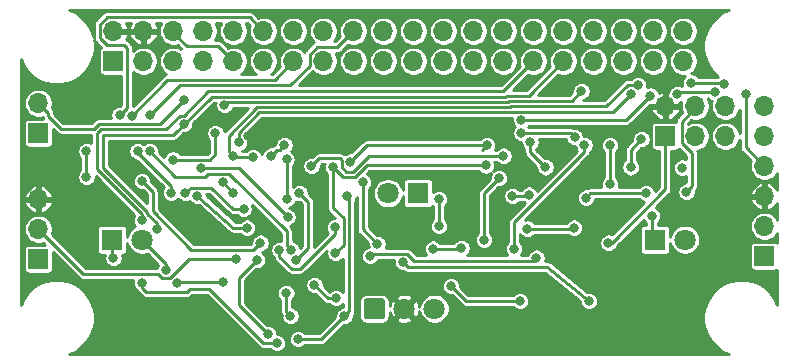
<source format=gbl>
G04 #@! TF.GenerationSoftware,KiCad,Pcbnew,(5.1.10-1-10_14)*
G04 #@! TF.CreationDate,2021-10-18T21:07:58+02:00*
G04 #@! TF.ProjectId,roodialino,726f6f64-6961-46c6-996e-6f2e6b696361,1.0*
G04 #@! TF.SameCoordinates,Original*
G04 #@! TF.FileFunction,Copper,L2,Bot*
G04 #@! TF.FilePolarity,Positive*
%FSLAX46Y46*%
G04 Gerber Fmt 4.6, Leading zero omitted, Abs format (unit mm)*
G04 Created by KiCad (PCBNEW (5.1.10-1-10_14)) date 2021-10-18 21:07:58*
%MOMM*%
%LPD*%
G01*
G04 APERTURE LIST*
G04 #@! TA.AperFunction,ComponentPad*
%ADD10C,1.800000*%
G04 #@! TD*
G04 #@! TA.AperFunction,ComponentPad*
%ADD11R,1.800000X1.800000*%
G04 #@! TD*
G04 #@! TA.AperFunction,ComponentPad*
%ADD12R,1.700000X1.700000*%
G04 #@! TD*
G04 #@! TA.AperFunction,ComponentPad*
%ADD13O,1.700000X1.700000*%
G04 #@! TD*
G04 #@! TA.AperFunction,ViaPad*
%ADD14C,0.800000*%
G04 #@! TD*
G04 #@! TA.AperFunction,Conductor*
%ADD15C,0.250000*%
G04 #@! TD*
G04 #@! TA.AperFunction,Conductor*
%ADD16C,0.254000*%
G04 #@! TD*
G04 #@! TA.AperFunction,Conductor*
%ADD17C,0.100000*%
G04 #@! TD*
G04 APERTURE END LIST*
D10*
X149099000Y-107014000D03*
D11*
X151639000Y-107014000D03*
X125731000Y-110951000D03*
D10*
X128271000Y-110951000D03*
X174245000Y-110951000D03*
D11*
X171705000Y-110951000D03*
D12*
X125858000Y-95838000D03*
D13*
X125858000Y-93298000D03*
X128398000Y-95838000D03*
X128398000Y-93298000D03*
X130938000Y-95838000D03*
X130938000Y-93298000D03*
X133478000Y-95838000D03*
X133478000Y-93298000D03*
X136018000Y-95838000D03*
X136018000Y-93298000D03*
X138558000Y-95838000D03*
X138558000Y-93298000D03*
X141098000Y-95838000D03*
X141098000Y-93298000D03*
X143638000Y-95838000D03*
X143638000Y-93298000D03*
X146178000Y-95838000D03*
X146178000Y-93298000D03*
X148718000Y-95838000D03*
X148718000Y-93298000D03*
X151258000Y-95838000D03*
X151258000Y-93298000D03*
X153798000Y-95838000D03*
X153798000Y-93298000D03*
X156338000Y-95838000D03*
X156338000Y-93298000D03*
X158878000Y-95838000D03*
X158878000Y-93298000D03*
X161418000Y-95838000D03*
X161418000Y-93298000D03*
X163958000Y-95838000D03*
X163958000Y-93298000D03*
X166498000Y-95838000D03*
X166498000Y-93298000D03*
X169038000Y-95838000D03*
X169038000Y-93298000D03*
X171578000Y-95838000D03*
X171578000Y-93298000D03*
X174118000Y-95838000D03*
X174118000Y-93298000D03*
D12*
X172594000Y-102188000D03*
D13*
X172594000Y-99648000D03*
X175134000Y-102188000D03*
X175134000Y-99648000D03*
X177674000Y-102188000D03*
X177674000Y-99648000D03*
D12*
X119508000Y-112602000D03*
D13*
X119508000Y-110062000D03*
X119508000Y-107522000D03*
D12*
X119508000Y-101934000D03*
D13*
X119508000Y-99394000D03*
G04 #@! TA.AperFunction,ComponentPad*
G36*
G01*
X147056000Y-117442800D02*
X147056000Y-116143200D01*
G75*
G02*
X147306200Y-115893000I250200J0D01*
G01*
X148605800Y-115893000D01*
G75*
G02*
X148856000Y-116143200I0J-250200D01*
G01*
X148856000Y-117442800D01*
G75*
G02*
X148605800Y-117693000I-250200J0D01*
G01*
X147306200Y-117693000D01*
G75*
G02*
X147056000Y-117442800I0J250200D01*
G01*
G37*
G04 #@! TD.AperFunction*
D10*
X150496000Y-116793000D03*
X153036000Y-116793000D03*
D12*
X180976000Y-112348000D03*
D13*
X180976000Y-109808000D03*
X180976000Y-107268000D03*
X180976000Y-104728000D03*
X180976000Y-102188000D03*
X180976000Y-99648000D03*
D14*
X123572000Y-103458000D03*
X123572000Y-105617000D03*
X120778000Y-106252000D03*
X139843987Y-117428000D03*
X124207000Y-108792000D03*
X136018000Y-111078000D03*
X141576914Y-111034159D03*
X134830689Y-100998900D03*
X137286980Y-102130060D03*
X130083932Y-103418117D03*
X148082002Y-101172000D03*
X128268992Y-109308722D03*
X129541000Y-110062000D03*
X131827000Y-101172000D03*
X130893837Y-104172263D03*
X139193000Y-103839000D03*
X160402000Y-101934000D03*
X157481000Y-102950000D03*
X140336000Y-102950000D03*
X134491918Y-101939782D03*
X145924000Y-104347004D03*
X164895177Y-102270232D03*
X160402000Y-100834043D03*
X171324000Y-98747998D03*
X176816997Y-98472999D03*
X173610000Y-98595010D03*
X140558764Y-107486931D03*
X158878000Y-103839000D03*
X142622000Y-104691010D03*
X140512314Y-104151634D03*
X158497000Y-105744000D03*
X157227000Y-110951000D03*
X152909000Y-111713000D03*
X155321000Y-111633000D03*
X154433000Y-114888000D03*
X160275000Y-116158000D03*
X150369000Y-112856000D03*
X166117000Y-116158000D03*
X145670000Y-107268000D03*
X145416000Y-117428000D03*
X139701000Y-119714000D03*
X141482313Y-119374032D03*
X125858000Y-112475002D03*
X128271000Y-114597010D03*
X135136976Y-114507000D03*
X130303000Y-113491000D03*
X131259935Y-114632389D03*
X153417000Y-107522000D03*
X160910000Y-110014002D03*
X164847000Y-109935000D03*
X153417000Y-109808000D03*
X131827000Y-99140000D03*
X167895000Y-106252000D03*
X171451000Y-108919000D03*
X135256000Y-99553021D03*
X165482000Y-98378000D03*
X167895000Y-102950010D03*
X126381987Y-100410000D03*
X127406344Y-100436033D03*
X128910660Y-100409996D03*
X147575000Y-112348000D03*
X161672000Y-112475000D03*
X135095984Y-106088010D03*
X141309325Y-112700698D03*
X141606000Y-107014000D03*
X136018000Y-107014000D03*
X167768000Y-111205000D03*
X144654000Y-112094000D03*
X140913449Y-111782382D03*
X157390988Y-104665134D03*
X144473988Y-104806254D03*
X128921987Y-103468704D03*
X128282609Y-106000289D03*
X139913798Y-111809257D03*
X138304000Y-111205000D03*
X159640000Y-107268000D03*
X161037000Y-107141000D03*
X170943000Y-107014000D03*
X174372000Y-106887000D03*
X144621979Y-109890876D03*
X165863000Y-107395000D03*
X179373661Y-98583339D03*
X170271487Y-97841214D03*
X174753000Y-97652990D03*
X177569922Y-97747989D03*
X137669000Y-103966000D03*
X136018000Y-103839000D03*
X169645982Y-104818010D03*
X173991002Y-104855000D03*
X169661806Y-98633875D03*
X136471289Y-102708568D03*
X170562000Y-102442000D03*
X144690990Y-115904000D03*
X136272000Y-112602000D03*
X142876000Y-114783010D03*
X159767000Y-111713000D03*
X165736000Y-102950000D03*
X132970000Y-107268000D03*
X137161000Y-109935000D03*
X136876542Y-108371223D03*
X131954000Y-107008031D03*
X140601805Y-109033842D03*
X133292152Y-104897273D03*
X148210000Y-111332000D03*
X146955935Y-106092979D03*
X140493649Y-115456443D03*
X140844000Y-117428000D03*
X138033086Y-112655012D03*
X138939000Y-118924012D03*
X127894660Y-103462660D03*
X130734002Y-106977010D03*
X161164000Y-102696000D03*
X162434000Y-104818010D03*
D15*
X123572000Y-103458000D02*
X123572000Y-105617000D01*
X124461000Y-101932589D02*
X124461000Y-104982000D01*
X127940803Y-101610989D02*
X127940746Y-101611046D01*
X126871885Y-101610989D02*
X124782600Y-101610989D01*
X130315009Y-101610989D02*
X127940803Y-101610989D01*
X158878000Y-98378000D02*
X133857590Y-98378000D01*
X126871942Y-101611046D02*
X126871885Y-101610989D01*
X127940746Y-101611046D02*
X126871942Y-101611046D01*
X128268992Y-108789992D02*
X128268992Y-109308722D01*
X131788591Y-100446999D02*
X131478999Y-100446999D01*
X124461000Y-104982000D02*
X128268992Y-108789992D01*
X124782600Y-101610989D02*
X124461000Y-101932589D01*
X131478999Y-100446999D02*
X130315009Y-101610989D01*
X133857590Y-98378000D02*
X131788591Y-100446999D01*
X161418000Y-95838000D02*
X158878000Y-98378000D01*
X130938000Y-102061000D02*
X128127203Y-102061000D01*
X159133411Y-98759000D02*
X159064400Y-98828011D01*
X128127146Y-102061057D02*
X126685542Y-102061057D01*
X163958000Y-95838000D02*
X161037000Y-98759000D01*
X126685542Y-102061057D02*
X126685485Y-102061000D01*
X159064400Y-98828011D02*
X134170989Y-98828011D01*
X161037000Y-98759000D02*
X159133411Y-98759000D01*
X126685485Y-102061000D02*
X124969000Y-102061000D01*
X124969000Y-104853590D02*
X128719003Y-108603592D01*
X128719003Y-108733413D02*
X129541000Y-109555410D01*
X128719003Y-108603592D02*
X128719003Y-108733413D01*
X124969000Y-102061000D02*
X124969000Y-104853590D01*
X129541000Y-109555410D02*
X129541000Y-110062000D01*
X128127203Y-102061000D02*
X128127146Y-102061057D01*
X134170989Y-98828011D02*
X130938000Y-102061000D01*
X136018000Y-95838000D02*
X134748000Y-94568000D01*
X134748000Y-94568000D02*
X132778282Y-94568000D01*
X132778282Y-94568000D02*
X132081000Y-94568000D01*
X132081000Y-94568000D02*
X130938000Y-93425000D01*
X139701000Y-103331000D02*
X139193000Y-103839000D01*
X157481000Y-102950000D02*
X157100000Y-103331000D01*
X139955000Y-103331000D02*
X140336000Y-102950000D01*
X139701000Y-103331000D02*
X139955000Y-103331000D01*
X157481000Y-102950000D02*
X147321004Y-102950000D01*
X147321004Y-102950000D02*
X145924000Y-104347004D01*
X134033737Y-104172263D02*
X134491918Y-103714082D01*
X134491918Y-103714082D02*
X134491918Y-101939782D01*
X130893837Y-104172263D02*
X134033737Y-104172263D01*
X164558945Y-101934000D02*
X164895177Y-102270232D01*
X160402000Y-101934000D02*
X164558945Y-101934000D01*
X160402000Y-100834043D02*
X169237955Y-100834043D01*
X169237955Y-100834043D02*
X171324000Y-98747998D01*
X176816997Y-98472999D02*
X173732011Y-98472999D01*
X173732011Y-98472999D02*
X173610000Y-98595010D01*
X140558764Y-104198084D02*
X140512314Y-104151634D01*
X140558764Y-107486931D02*
X140558764Y-104198084D01*
X145049009Y-104037011D02*
X143275999Y-104037011D01*
X145198998Y-104187000D02*
X145049009Y-104037011D01*
X145575998Y-105199002D02*
X145198998Y-104822002D01*
X145198998Y-104822002D02*
X145198998Y-104187000D01*
X158878000Y-103839000D02*
X147500502Y-103839000D01*
X147500502Y-103839000D02*
X146140500Y-105199002D01*
X146140500Y-105199002D02*
X145575998Y-105199002D01*
X143275999Y-104037011D02*
X142622000Y-104691010D01*
X157227000Y-107014000D02*
X157227000Y-110951000D01*
X158497000Y-105744000D02*
X157227000Y-107014000D01*
X152909000Y-111713000D02*
X155241000Y-111713000D01*
X155241000Y-111713000D02*
X155321000Y-111633000D01*
X155703000Y-116158000D02*
X160275000Y-116158000D01*
X154433000Y-114888000D02*
X155703000Y-116158000D01*
X150768999Y-113255999D02*
X150369000Y-112856000D01*
X162579999Y-113255999D02*
X150768999Y-113255999D01*
X166117000Y-116158000D02*
X162579999Y-113255999D01*
X145797000Y-107395000D02*
X145797000Y-117009002D01*
X145797000Y-117009002D02*
X145815999Y-117028001D01*
X145815999Y-117028001D02*
X145416000Y-117428000D01*
X145670000Y-107268000D02*
X145797000Y-107395000D01*
X145416000Y-117428000D02*
X143469968Y-119374032D01*
X143469968Y-119374032D02*
X141482313Y-119374032D01*
X125731000Y-112348002D02*
X125858000Y-112475002D01*
X125731000Y-110951000D02*
X125731000Y-112348002D01*
X138558000Y-119714000D02*
X139701000Y-119714000D01*
X133986000Y-115142000D02*
X138558000Y-119714000D01*
X132335000Y-115142000D02*
X133986000Y-115142000D01*
X132081000Y-115396000D02*
X132335000Y-115142000D01*
X128271000Y-115015000D02*
X128652000Y-115396000D01*
X128652000Y-115396000D02*
X132081000Y-115396000D01*
X128271000Y-114597010D02*
X128271000Y-115015000D01*
X128271000Y-110951000D02*
X130303000Y-112983000D01*
X131385324Y-114507000D02*
X131259935Y-114632389D01*
X130303000Y-112983000D02*
X130303000Y-113491000D01*
X135136976Y-114507000D02*
X131385324Y-114507000D01*
X164767998Y-110014002D02*
X164847000Y-109935000D01*
X160910000Y-110014002D02*
X164767998Y-110014002D01*
X153417000Y-107522000D02*
X153417000Y-109808000D01*
X171451000Y-108919000D02*
X171451000Y-110697000D01*
X171451000Y-110697000D02*
X171705000Y-110951000D01*
X135530999Y-99278022D02*
X159250800Y-99278022D01*
X159319811Y-99209011D02*
X164650989Y-99209011D01*
X159250800Y-99278022D02*
X159319811Y-99209011D01*
X135256000Y-99553021D02*
X135530999Y-99278022D01*
X164650989Y-99209011D02*
X165482000Y-98378000D01*
X127754346Y-101161035D02*
X127058342Y-101161035D01*
X124204178Y-101553000D02*
X121412002Y-101553000D01*
X120357999Y-100243999D02*
X119508000Y-99394000D01*
X127058342Y-101161035D02*
X127058285Y-101160978D01*
X129806022Y-101160978D02*
X127754403Y-101160978D01*
X127058285Y-101160978D02*
X124596200Y-101160978D01*
X127754403Y-101160978D02*
X127754346Y-101161035D01*
X124596200Y-101160978D02*
X124204178Y-101553000D01*
X121412002Y-101553000D02*
X120357999Y-100498997D01*
X131827000Y-99140000D02*
X129806022Y-101160978D01*
X120357999Y-100498997D02*
X120357999Y-100243999D01*
X167895000Y-106252000D02*
X167895000Y-102950010D01*
X127033001Y-99758986D02*
X126381987Y-100410000D01*
X127033001Y-94727999D02*
X127033001Y-99758986D01*
X126778003Y-94473001D02*
X127033001Y-94727999D01*
X125293999Y-94473001D02*
X126778003Y-94473001D01*
X124682999Y-93862001D02*
X125293999Y-94473001D01*
X138558000Y-93298000D02*
X137382999Y-92122999D01*
X124682999Y-92733999D02*
X124682999Y-93862001D01*
X125293999Y-92122999D02*
X124682999Y-92733999D01*
X137382999Y-92122999D02*
X125293999Y-92122999D01*
X139516010Y-97419990D02*
X130422387Y-97419990D01*
X141098000Y-95838000D02*
X139516010Y-97419990D01*
X130422387Y-97419990D02*
X127406344Y-100436033D01*
X131450656Y-97870000D02*
X128910660Y-100409996D01*
X142462999Y-95273999D02*
X142462999Y-96251001D01*
X146178000Y-93298000D02*
X144813001Y-94662999D01*
X144813001Y-94662999D02*
X143073999Y-94662999D01*
X143073999Y-94662999D02*
X142462999Y-95273999D01*
X142462999Y-96251001D02*
X140844000Y-97870000D01*
X140844000Y-97870000D02*
X131450656Y-97870000D01*
X147792001Y-112130999D02*
X150717001Y-112130999D01*
X150717001Y-112130999D02*
X151334001Y-112747999D01*
X147575000Y-112348000D02*
X147792001Y-112130999D01*
X161399001Y-112747999D02*
X161672000Y-112475000D01*
X151334001Y-112747999D02*
X161399001Y-112747999D01*
X136018000Y-107014000D02*
X135095984Y-106091984D01*
X135095984Y-106091984D02*
X135095984Y-106088010D01*
X141606000Y-107014000D02*
X142331001Y-107739001D01*
X142331001Y-107739001D02*
X142331001Y-111679022D01*
X142331001Y-111679022D02*
X141309325Y-112700698D01*
X172594000Y-106690685D02*
X168079685Y-111205000D01*
X172594000Y-102188000D02*
X172594000Y-106690685D01*
X168079685Y-111205000D02*
X167768000Y-111205000D01*
X145346989Y-111401011D02*
X145346989Y-109144981D01*
X144473988Y-108271980D02*
X144473988Y-104806254D01*
X144654000Y-112094000D02*
X145346989Y-111401011D01*
X145346989Y-109144981D02*
X144473988Y-108271980D01*
X157390988Y-104665134D02*
X147310778Y-104665134D01*
X147310778Y-104665134D02*
X146326899Y-105649013D01*
X146326899Y-105649013D02*
X145316747Y-105649013D01*
X145316747Y-105649013D02*
X144473988Y-104806254D01*
X133899429Y-105363000D02*
X133640154Y-105622275D01*
X140513450Y-111382383D02*
X140513450Y-110239450D01*
X135637000Y-105363000D02*
X133899429Y-105363000D01*
X140513450Y-110239450D02*
X135637000Y-105363000D01*
X131075558Y-105622275D02*
X128921987Y-103468704D01*
X140913449Y-111782382D02*
X140513450Y-111382383D01*
X133640154Y-105622275D02*
X131075558Y-105622275D01*
X159640000Y-107268000D02*
X160967004Y-107268000D01*
X160967004Y-107210996D02*
X161037000Y-107141000D01*
X160967004Y-107268000D02*
X160967004Y-107210996D01*
X174372000Y-106887000D02*
X174843001Y-106415999D01*
X174843001Y-103636003D02*
X173958999Y-102752001D01*
X173958999Y-102752001D02*
X173958999Y-100950001D01*
X174843001Y-106415999D02*
X174843001Y-103636003D01*
X173958999Y-100950001D02*
X175134000Y-99775000D01*
X141652841Y-113425699D02*
X144621979Y-110456561D01*
X139913798Y-111809257D02*
X139913798Y-112378173D01*
X139913798Y-112378173D02*
X140961324Y-113425699D01*
X140961324Y-113425699D02*
X141652841Y-113425699D01*
X144621979Y-110456561D02*
X144621979Y-109890876D01*
X132439019Y-111817019D02*
X129169014Y-108547014D01*
X129169014Y-106886694D02*
X128282609Y-106000289D01*
X138304000Y-111205000D02*
X137691981Y-111817019D01*
X129169014Y-108547014D02*
X129169014Y-106886694D01*
X137691981Y-111817019D02*
X132439019Y-111817019D01*
X166244000Y-107014000D02*
X165863000Y-107395000D01*
X170943000Y-107014000D02*
X166244000Y-107014000D01*
X180976000Y-104728000D02*
X179373661Y-103125661D01*
X179373661Y-103125661D02*
X179373661Y-98583339D01*
X177474923Y-97652990D02*
X177569922Y-97747989D01*
X174753000Y-97652990D02*
X177474923Y-97652990D01*
X138026969Y-99728033D02*
X135618001Y-102137001D01*
X169381463Y-97841214D02*
X167563655Y-99659022D01*
X170271487Y-97841214D02*
X169381463Y-97841214D01*
X135618001Y-102137001D02*
X135618001Y-103439001D01*
X137669000Y-103966000D02*
X136145000Y-103966000D01*
X136145000Y-103966000D02*
X136018000Y-103839000D01*
X135618001Y-103439001D02*
X136018000Y-103839000D01*
X167563655Y-99659022D02*
X159506211Y-99659022D01*
X159437200Y-99728033D02*
X138026969Y-99728033D01*
X159506211Y-99659022D02*
X159437200Y-99728033D01*
X159692611Y-100109033D02*
X159623600Y-100178044D01*
X168186648Y-100109033D02*
X159692611Y-100109033D01*
X136471289Y-101920124D02*
X136471289Y-102708568D01*
X159623600Y-100178044D02*
X138213369Y-100178044D01*
X138213369Y-100178044D02*
X136471289Y-101920124D01*
X169661806Y-98633875D02*
X168186648Y-100109033D01*
X169645982Y-104818010D02*
X169645982Y-103358018D01*
X169645982Y-103358018D02*
X170562000Y-102442000D01*
X144690990Y-115904000D02*
X143996990Y-115904000D01*
X143996990Y-115904000D02*
X142876000Y-114783010D01*
X132265004Y-112602000D02*
X130651002Y-114216002D01*
X136272000Y-112602000D02*
X132265004Y-112602000D01*
X130651002Y-114216002D02*
X129954998Y-114216002D01*
X129954998Y-114216002D02*
X129610996Y-113872000D01*
X129610996Y-113872000D02*
X123318000Y-113872000D01*
X120357999Y-110911999D02*
X119508000Y-110062000D01*
X123318000Y-113872000D02*
X120357999Y-110911999D01*
X165736000Y-103515681D02*
X165736000Y-102950000D01*
X159767000Y-111713000D02*
X159767000Y-109484681D01*
X159767000Y-109484681D02*
X165736000Y-103515681D01*
X136018000Y-109935000D02*
X132970000Y-107268000D01*
X137161000Y-109935000D02*
X136018000Y-109935000D01*
X136876542Y-108371223D02*
X135979633Y-108371223D01*
X135979633Y-108371223D02*
X134151408Y-106542998D01*
X134151408Y-106542998D02*
X132419033Y-106542998D01*
X132419033Y-106542998D02*
X131954000Y-107008031D01*
X136465236Y-104897273D02*
X133292152Y-104897273D01*
X140601805Y-109033842D02*
X136465236Y-104897273D01*
X148210000Y-111332000D02*
X146955935Y-110077935D01*
X146955935Y-110077935D02*
X146955935Y-106092979D01*
X140493649Y-117077649D02*
X140844000Y-117428000D01*
X140493649Y-115456443D02*
X140493649Y-117077649D01*
X136526000Y-116511012D02*
X138939000Y-118924012D01*
X136526000Y-114162098D02*
X136526000Y-116511012D01*
X138033086Y-112655012D02*
X136526000Y-114162098D01*
X130734002Y-106429002D02*
X130734002Y-106977010D01*
X127894660Y-103589660D02*
X130734002Y-106429002D01*
X127894660Y-103462660D02*
X127894660Y-103589660D01*
X161164000Y-102696000D02*
X161164000Y-103548010D01*
X161164000Y-103548010D02*
X162434000Y-104818010D01*
D16*
X177503442Y-91708270D02*
X176974907Y-92061425D01*
X176525425Y-92510907D01*
X176172270Y-93039442D01*
X175929012Y-93626719D01*
X175805000Y-94250168D01*
X175805000Y-94885832D01*
X175929012Y-95509281D01*
X176172270Y-96096558D01*
X176525425Y-96625093D01*
X176974907Y-97074575D01*
X177073451Y-97140420D01*
X177072063Y-97141347D01*
X177066420Y-97146990D01*
X175351501Y-97146990D01*
X175250859Y-97046348D01*
X175122942Y-96960877D01*
X174980809Y-96902003D01*
X174829922Y-96871990D01*
X174786266Y-96871990D01*
X174902717Y-96794180D01*
X175074180Y-96622717D01*
X175208898Y-96421097D01*
X175301693Y-96197069D01*
X175349000Y-95959243D01*
X175349000Y-95716757D01*
X175301693Y-95478931D01*
X175208898Y-95254903D01*
X175074180Y-95053283D01*
X174902717Y-94881820D01*
X174701097Y-94747102D01*
X174477069Y-94654307D01*
X174239243Y-94607000D01*
X173996757Y-94607000D01*
X173758931Y-94654307D01*
X173534903Y-94747102D01*
X173333283Y-94881820D01*
X173161820Y-95053283D01*
X173027102Y-95254903D01*
X172934307Y-95478931D01*
X172887000Y-95716757D01*
X172887000Y-95959243D01*
X172934307Y-96197069D01*
X173027102Y-96421097D01*
X173161820Y-96622717D01*
X173333283Y-96794180D01*
X173534903Y-96928898D01*
X173758931Y-97021693D01*
X173996757Y-97069000D01*
X174232489Y-97069000D01*
X174146358Y-97155131D01*
X174060887Y-97283048D01*
X174002013Y-97425181D01*
X173972000Y-97576068D01*
X173972000Y-97729912D01*
X174002013Y-97880799D01*
X174023116Y-97931744D01*
X173979942Y-97902897D01*
X173837809Y-97844023D01*
X173686922Y-97814010D01*
X173533078Y-97814010D01*
X173382191Y-97844023D01*
X173240058Y-97902897D01*
X173112141Y-97988368D01*
X173003358Y-98097151D01*
X172917887Y-98225068D01*
X172859013Y-98367201D01*
X172836077Y-98482507D01*
X172721000Y-98519373D01*
X172721000Y-99521000D01*
X173723187Y-99521000D01*
X173774759Y-99358538D01*
X173837809Y-99345997D01*
X173948038Y-99300338D01*
X173903000Y-99526757D01*
X173903000Y-99769243D01*
X173950307Y-100007069D01*
X174019439Y-100173970D01*
X173618779Y-100574630D01*
X173599473Y-100590474D01*
X173536241Y-100667522D01*
X173522317Y-100693572D01*
X173489254Y-100755427D01*
X173460321Y-100850809D01*
X173450552Y-100950001D01*
X173451129Y-100955859D01*
X173444000Y-100955157D01*
X171744000Y-100955157D01*
X171669311Y-100962513D01*
X171597492Y-100984299D01*
X171531304Y-101019678D01*
X171473289Y-101067289D01*
X171425678Y-101125304D01*
X171390299Y-101191492D01*
X171368513Y-101263311D01*
X171361157Y-101338000D01*
X171361157Y-103038000D01*
X171368513Y-103112689D01*
X171390299Y-103184508D01*
X171425678Y-103250696D01*
X171473289Y-103308711D01*
X171531304Y-103356322D01*
X171597492Y-103391701D01*
X171669311Y-103413487D01*
X171744000Y-103420843D01*
X172088000Y-103420843D01*
X172088001Y-106481092D01*
X171708739Y-106860354D01*
X171693987Y-106786191D01*
X171635113Y-106644058D01*
X171549642Y-106516141D01*
X171440859Y-106407358D01*
X171312942Y-106321887D01*
X171170809Y-106263013D01*
X171019922Y-106233000D01*
X170866078Y-106233000D01*
X170715191Y-106263013D01*
X170573058Y-106321887D01*
X170445141Y-106407358D01*
X170344499Y-106508000D01*
X168634310Y-106508000D01*
X168645987Y-106479809D01*
X168676000Y-106328922D01*
X168676000Y-106175078D01*
X168645987Y-106024191D01*
X168587113Y-105882058D01*
X168501642Y-105754141D01*
X168401000Y-105653499D01*
X168401000Y-104741088D01*
X168864982Y-104741088D01*
X168864982Y-104894932D01*
X168894995Y-105045819D01*
X168953869Y-105187952D01*
X169039340Y-105315869D01*
X169148123Y-105424652D01*
X169276040Y-105510123D01*
X169418173Y-105568997D01*
X169569060Y-105599010D01*
X169722904Y-105599010D01*
X169873791Y-105568997D01*
X170015924Y-105510123D01*
X170143841Y-105424652D01*
X170252624Y-105315869D01*
X170338095Y-105187952D01*
X170396969Y-105045819D01*
X170426982Y-104894932D01*
X170426982Y-104741088D01*
X170396969Y-104590201D01*
X170338095Y-104448068D01*
X170252624Y-104320151D01*
X170151982Y-104219509D01*
X170151982Y-103567609D01*
X170496592Y-103223000D01*
X170638922Y-103223000D01*
X170789809Y-103192987D01*
X170931942Y-103134113D01*
X171059859Y-103048642D01*
X171168642Y-102939859D01*
X171254113Y-102811942D01*
X171312987Y-102669809D01*
X171343000Y-102518922D01*
X171343000Y-102365078D01*
X171312987Y-102214191D01*
X171254113Y-102072058D01*
X171168642Y-101944141D01*
X171059859Y-101835358D01*
X170931942Y-101749887D01*
X170789809Y-101691013D01*
X170638922Y-101661000D01*
X170485078Y-101661000D01*
X170334191Y-101691013D01*
X170192058Y-101749887D01*
X170064141Y-101835358D01*
X169955358Y-101944141D01*
X169869887Y-102072058D01*
X169811013Y-102214191D01*
X169781000Y-102365078D01*
X169781000Y-102507408D01*
X169305762Y-102982647D01*
X169286456Y-102998491D01*
X169223224Y-103075539D01*
X169210811Y-103098762D01*
X169176237Y-103163444D01*
X169147304Y-103258826D01*
X169137535Y-103358018D01*
X169139983Y-103382874D01*
X169139982Y-104219509D01*
X169039340Y-104320151D01*
X168953869Y-104448068D01*
X168894995Y-104590201D01*
X168864982Y-104741088D01*
X168401000Y-104741088D01*
X168401000Y-103548511D01*
X168501642Y-103447869D01*
X168587113Y-103319952D01*
X168645987Y-103177819D01*
X168676000Y-103026932D01*
X168676000Y-102873088D01*
X168645987Y-102722201D01*
X168587113Y-102580068D01*
X168501642Y-102452151D01*
X168392859Y-102343368D01*
X168264942Y-102257897D01*
X168122809Y-102199023D01*
X167971922Y-102169010D01*
X167818078Y-102169010D01*
X167667191Y-102199023D01*
X167525058Y-102257897D01*
X167397141Y-102343368D01*
X167288358Y-102452151D01*
X167202887Y-102580068D01*
X167144013Y-102722201D01*
X167114000Y-102873088D01*
X167114000Y-103026932D01*
X167144013Y-103177819D01*
X167202887Y-103319952D01*
X167288358Y-103447869D01*
X167389001Y-103548512D01*
X167389000Y-105653499D01*
X167288358Y-105754141D01*
X167202887Y-105882058D01*
X167144013Y-106024191D01*
X167114000Y-106175078D01*
X167114000Y-106328922D01*
X167144013Y-106479809D01*
X167155690Y-106508000D01*
X166268845Y-106508000D01*
X166243999Y-106505553D01*
X166219153Y-106508000D01*
X166219146Y-106508000D01*
X166154694Y-106514348D01*
X166144806Y-106515322D01*
X166122607Y-106522056D01*
X166049425Y-106544255D01*
X165961521Y-106591241D01*
X165933789Y-106614000D01*
X165786078Y-106614000D01*
X165635191Y-106644013D01*
X165493058Y-106702887D01*
X165365141Y-106788358D01*
X165256358Y-106897141D01*
X165170887Y-107025058D01*
X165112013Y-107167191D01*
X165082000Y-107318078D01*
X165082000Y-107471922D01*
X165112013Y-107622809D01*
X165170887Y-107764942D01*
X165256358Y-107892859D01*
X165365141Y-108001642D01*
X165493058Y-108087113D01*
X165635191Y-108145987D01*
X165786078Y-108176000D01*
X165939922Y-108176000D01*
X166090809Y-108145987D01*
X166232942Y-108087113D01*
X166360859Y-108001642D01*
X166469642Y-107892859D01*
X166555113Y-107764942D01*
X166613987Y-107622809D01*
X166634437Y-107520000D01*
X170344499Y-107520000D01*
X170445141Y-107620642D01*
X170573058Y-107706113D01*
X170715191Y-107764987D01*
X170789354Y-107779739D01*
X168080147Y-110488947D01*
X167995809Y-110454013D01*
X167844922Y-110424000D01*
X167691078Y-110424000D01*
X167540191Y-110454013D01*
X167398058Y-110512887D01*
X167270141Y-110598358D01*
X167161358Y-110707141D01*
X167075887Y-110835058D01*
X167017013Y-110977191D01*
X166987000Y-111128078D01*
X166987000Y-111281922D01*
X167017013Y-111432809D01*
X167075887Y-111574942D01*
X167161358Y-111702859D01*
X167270141Y-111811642D01*
X167398058Y-111897113D01*
X167540191Y-111955987D01*
X167691078Y-111986000D01*
X167844922Y-111986000D01*
X167995809Y-111955987D01*
X168137942Y-111897113D01*
X168265859Y-111811642D01*
X168374642Y-111702859D01*
X168460113Y-111574942D01*
X168484706Y-111515570D01*
X170744959Y-109255317D01*
X170758887Y-109288942D01*
X170844358Y-109416859D01*
X170945000Y-109517501D01*
X170945000Y-109668157D01*
X170805000Y-109668157D01*
X170730311Y-109675513D01*
X170658492Y-109697299D01*
X170592304Y-109732678D01*
X170534289Y-109780289D01*
X170486678Y-109838304D01*
X170451299Y-109904492D01*
X170429513Y-109976311D01*
X170422157Y-110051000D01*
X170422157Y-111851000D01*
X170429513Y-111925689D01*
X170451299Y-111997508D01*
X170486678Y-112063696D01*
X170534289Y-112121711D01*
X170592304Y-112169322D01*
X170658492Y-112204701D01*
X170730311Y-112226487D01*
X170805000Y-112233843D01*
X172605000Y-112233843D01*
X172679689Y-112226487D01*
X172751508Y-112204701D01*
X172817696Y-112169322D01*
X172875711Y-112121711D01*
X172923322Y-112063696D01*
X172958701Y-111997508D01*
X172980487Y-111925689D01*
X172987843Y-111851000D01*
X172987843Y-111197034D01*
X173013228Y-111324654D01*
X173109793Y-111557781D01*
X173249982Y-111767590D01*
X173428410Y-111946018D01*
X173638219Y-112086207D01*
X173871346Y-112182772D01*
X174118833Y-112232000D01*
X174371167Y-112232000D01*
X174618654Y-112182772D01*
X174851781Y-112086207D01*
X175061590Y-111946018D01*
X175240018Y-111767590D01*
X175380207Y-111557781D01*
X175476772Y-111324654D01*
X175526000Y-111077167D01*
X175526000Y-110824833D01*
X175476772Y-110577346D01*
X175380207Y-110344219D01*
X175240018Y-110134410D01*
X175061590Y-109955982D01*
X174851781Y-109815793D01*
X174618654Y-109719228D01*
X174371167Y-109670000D01*
X174118833Y-109670000D01*
X173871346Y-109719228D01*
X173638219Y-109815793D01*
X173428410Y-109955982D01*
X173249982Y-110134410D01*
X173109793Y-110344219D01*
X173013228Y-110577346D01*
X172987843Y-110704966D01*
X172987843Y-110051000D01*
X172980487Y-109976311D01*
X172958701Y-109904492D01*
X172923322Y-109838304D01*
X172875711Y-109780289D01*
X172817696Y-109732678D01*
X172751508Y-109697299D01*
X172679689Y-109675513D01*
X172605000Y-109668157D01*
X171957000Y-109668157D01*
X171957000Y-109517501D01*
X172057642Y-109416859D01*
X172143113Y-109288942D01*
X172201987Y-109146809D01*
X172232000Y-108995922D01*
X172232000Y-108842078D01*
X172201987Y-108691191D01*
X172143113Y-108549058D01*
X172057642Y-108421141D01*
X171948859Y-108312358D01*
X171820942Y-108226887D01*
X171787318Y-108212959D01*
X172934220Y-107066057D01*
X172953527Y-107050212D01*
X173016759Y-106973164D01*
X173063745Y-106885260D01*
X173086551Y-106810078D01*
X173092678Y-106789879D01*
X173096539Y-106750678D01*
X173100000Y-106715539D01*
X173100000Y-106715532D01*
X173102447Y-106690686D01*
X173100000Y-106665840D01*
X173100000Y-103420843D01*
X173444000Y-103420843D01*
X173518689Y-103413487D01*
X173590508Y-103391701D01*
X173656696Y-103356322D01*
X173714711Y-103308711D01*
X173753208Y-103261801D01*
X174337002Y-103845596D01*
X174337002Y-104152970D01*
X174218811Y-104104013D01*
X174067924Y-104074000D01*
X173914080Y-104074000D01*
X173763193Y-104104013D01*
X173621060Y-104162887D01*
X173493143Y-104248358D01*
X173384360Y-104357141D01*
X173298889Y-104485058D01*
X173240015Y-104627191D01*
X173210002Y-104778078D01*
X173210002Y-104931922D01*
X173240015Y-105082809D01*
X173298889Y-105224942D01*
X173384360Y-105352859D01*
X173493143Y-105461642D01*
X173621060Y-105547113D01*
X173763193Y-105605987D01*
X173914080Y-105636000D01*
X174067924Y-105636000D01*
X174218811Y-105605987D01*
X174337001Y-105557030D01*
X174337001Y-106106000D01*
X174295078Y-106106000D01*
X174144191Y-106136013D01*
X174002058Y-106194887D01*
X173874141Y-106280358D01*
X173765358Y-106389141D01*
X173679887Y-106517058D01*
X173621013Y-106659191D01*
X173591000Y-106810078D01*
X173591000Y-106963922D01*
X173621013Y-107114809D01*
X173679887Y-107256942D01*
X173765358Y-107384859D01*
X173874141Y-107493642D01*
X174002058Y-107579113D01*
X174144191Y-107637987D01*
X174295078Y-107668000D01*
X174448922Y-107668000D01*
X174599809Y-107637987D01*
X174727777Y-107584980D01*
X179786511Y-107584980D01*
X179810866Y-107665288D01*
X179910761Y-107884961D01*
X180051592Y-108080924D01*
X180227948Y-108245647D01*
X180433051Y-108372799D01*
X180659019Y-108457495D01*
X180849000Y-108397187D01*
X180849000Y-107395000D01*
X179847373Y-107395000D01*
X179786511Y-107584980D01*
X174727777Y-107584980D01*
X174741942Y-107579113D01*
X174869859Y-107493642D01*
X174978642Y-107384859D01*
X175064113Y-107256942D01*
X175122987Y-107114809D01*
X175153000Y-106963922D01*
X175153000Y-106951020D01*
X179786511Y-106951020D01*
X179847373Y-107141000D01*
X180849000Y-107141000D01*
X180849000Y-106138813D01*
X180659019Y-106078505D01*
X180433051Y-106163201D01*
X180227948Y-106290353D01*
X180051592Y-106455076D01*
X179910761Y-106651039D01*
X179810866Y-106870712D01*
X179786511Y-106951020D01*
X175153000Y-106951020D01*
X175153000Y-106821592D01*
X175183221Y-106791371D01*
X175202528Y-106775526D01*
X175265760Y-106698478D01*
X175312746Y-106610574D01*
X175341679Y-106515192D01*
X175349001Y-106440853D01*
X175349001Y-106440846D01*
X175351448Y-106416000D01*
X175349001Y-106391154D01*
X175349001Y-103660857D01*
X175351449Y-103636003D01*
X175341679Y-103536810D01*
X175312746Y-103441428D01*
X175311449Y-103439001D01*
X175296384Y-103410817D01*
X175493069Y-103371693D01*
X175717097Y-103278898D01*
X175918717Y-103144180D01*
X176090180Y-102972717D01*
X176224898Y-102771097D01*
X176317693Y-102547069D01*
X176365000Y-102309243D01*
X176365000Y-102066757D01*
X176317693Y-101828931D01*
X176224898Y-101604903D01*
X176090180Y-101403283D01*
X175918717Y-101231820D01*
X175717097Y-101097102D01*
X175493069Y-101004307D01*
X175255243Y-100957000D01*
X175012757Y-100957000D01*
X174774931Y-101004307D01*
X174550903Y-101097102D01*
X174480342Y-101144250D01*
X174789917Y-100834674D01*
X175012757Y-100879000D01*
X175255243Y-100879000D01*
X175493069Y-100831693D01*
X175717097Y-100738898D01*
X175918717Y-100604180D01*
X176090180Y-100432717D01*
X176224898Y-100231097D01*
X176317693Y-100007069D01*
X176365000Y-99769243D01*
X176365000Y-99526757D01*
X176317693Y-99288931D01*
X176224898Y-99064903D01*
X176167499Y-98978999D01*
X176218496Y-98978999D01*
X176319138Y-99079641D01*
X176447055Y-99165112D01*
X176527749Y-99198537D01*
X176490307Y-99288931D01*
X176443000Y-99526757D01*
X176443000Y-99769243D01*
X176490307Y-100007069D01*
X176583102Y-100231097D01*
X176717820Y-100432717D01*
X176889283Y-100604180D01*
X177090903Y-100738898D01*
X177314931Y-100831693D01*
X177552757Y-100879000D01*
X177795243Y-100879000D01*
X178033069Y-100831693D01*
X178257097Y-100738898D01*
X178458717Y-100604180D01*
X178630180Y-100432717D01*
X178764898Y-100231097D01*
X178857693Y-100007069D01*
X178867662Y-99956953D01*
X178867661Y-101879044D01*
X178857693Y-101828931D01*
X178764898Y-101604903D01*
X178630180Y-101403283D01*
X178458717Y-101231820D01*
X178257097Y-101097102D01*
X178033069Y-101004307D01*
X177795243Y-100957000D01*
X177552757Y-100957000D01*
X177314931Y-101004307D01*
X177090903Y-101097102D01*
X176889283Y-101231820D01*
X176717820Y-101403283D01*
X176583102Y-101604903D01*
X176490307Y-101828931D01*
X176443000Y-102066757D01*
X176443000Y-102309243D01*
X176490307Y-102547069D01*
X176583102Y-102771097D01*
X176717820Y-102972717D01*
X176889283Y-103144180D01*
X177090903Y-103278898D01*
X177314931Y-103371693D01*
X177552757Y-103419000D01*
X177795243Y-103419000D01*
X178033069Y-103371693D01*
X178257097Y-103278898D01*
X178458717Y-103144180D01*
X178630180Y-102972717D01*
X178764898Y-102771097D01*
X178857693Y-102547069D01*
X178867661Y-102496956D01*
X178867661Y-103100815D01*
X178865214Y-103125661D01*
X178867661Y-103150507D01*
X178867661Y-103150514D01*
X178874983Y-103224853D01*
X178903916Y-103320235D01*
X178950902Y-103408140D01*
X179014134Y-103485188D01*
X179033446Y-103501037D01*
X179824242Y-104291833D01*
X179792307Y-104368931D01*
X179745000Y-104606757D01*
X179745000Y-104849243D01*
X179792307Y-105087069D01*
X179885102Y-105311097D01*
X180019820Y-105512717D01*
X180191283Y-105684180D01*
X180392903Y-105818898D01*
X180616931Y-105911693D01*
X180854757Y-105959000D01*
X181097243Y-105959000D01*
X181335069Y-105911693D01*
X181559097Y-105818898D01*
X181760717Y-105684180D01*
X181932180Y-105512717D01*
X182066898Y-105311097D01*
X182076000Y-105289122D01*
X182076001Y-106727481D01*
X182041239Y-106651039D01*
X181900408Y-106455076D01*
X181724052Y-106290353D01*
X181518949Y-106163201D01*
X181292981Y-106078505D01*
X181103000Y-106138813D01*
X181103000Y-107141000D01*
X181123000Y-107141000D01*
X181123000Y-107395000D01*
X181103000Y-107395000D01*
X181103000Y-108397187D01*
X181292981Y-108457495D01*
X181518949Y-108372799D01*
X181724052Y-108245647D01*
X181900408Y-108080924D01*
X182041239Y-107884961D01*
X182076001Y-107808519D01*
X182076001Y-109246879D01*
X182066898Y-109224903D01*
X181932180Y-109023283D01*
X181760717Y-108851820D01*
X181559097Y-108717102D01*
X181335069Y-108624307D01*
X181097243Y-108577000D01*
X180854757Y-108577000D01*
X180616931Y-108624307D01*
X180392903Y-108717102D01*
X180191283Y-108851820D01*
X180019820Y-109023283D01*
X179885102Y-109224903D01*
X179792307Y-109448931D01*
X179745000Y-109686757D01*
X179745000Y-109929243D01*
X179792307Y-110167069D01*
X179885102Y-110391097D01*
X180019820Y-110592717D01*
X180191283Y-110764180D01*
X180392903Y-110898898D01*
X180616931Y-110991693D01*
X180854757Y-111039000D01*
X181097243Y-111039000D01*
X181335069Y-110991693D01*
X181559097Y-110898898D01*
X181760717Y-110764180D01*
X181932180Y-110592717D01*
X182066898Y-110391097D01*
X182076001Y-110369121D01*
X182076001Y-111210293D01*
X182038696Y-111179678D01*
X181972508Y-111144299D01*
X181900689Y-111122513D01*
X181826000Y-111115157D01*
X180126000Y-111115157D01*
X180051311Y-111122513D01*
X179979492Y-111144299D01*
X179913304Y-111179678D01*
X179855289Y-111227289D01*
X179807678Y-111285304D01*
X179772299Y-111351492D01*
X179750513Y-111423311D01*
X179743157Y-111498000D01*
X179743157Y-113198000D01*
X179750513Y-113272689D01*
X179772299Y-113344508D01*
X179807678Y-113410696D01*
X179855289Y-113468711D01*
X179913304Y-113516322D01*
X179979492Y-113551701D01*
X180051311Y-113573487D01*
X180126000Y-113580843D01*
X181826000Y-113580843D01*
X181900689Y-113573487D01*
X181972508Y-113551701D01*
X182038696Y-113516322D01*
X182076001Y-113485707D01*
X182076001Y-116484312D01*
X181891730Y-116039442D01*
X181538575Y-115510907D01*
X181089093Y-115061425D01*
X180560558Y-114708270D01*
X179973281Y-114465012D01*
X179349832Y-114341000D01*
X178714168Y-114341000D01*
X178090719Y-114465012D01*
X177503442Y-114708270D01*
X176974907Y-115061425D01*
X176525425Y-115510907D01*
X176172270Y-116039442D01*
X175929012Y-116626719D01*
X175805000Y-117250168D01*
X175805000Y-117885832D01*
X175929012Y-118509281D01*
X176172270Y-119096558D01*
X176525425Y-119625093D01*
X176974907Y-120074575D01*
X177503442Y-120427730D01*
X177948309Y-120612000D01*
X122115691Y-120612000D01*
X122560558Y-120427730D01*
X123089093Y-120074575D01*
X123538575Y-119625093D01*
X123891730Y-119096558D01*
X124134988Y-118509281D01*
X124259000Y-117885832D01*
X124259000Y-117250168D01*
X124134988Y-116626719D01*
X123891730Y-116039442D01*
X123538575Y-115510907D01*
X123089093Y-115061425D01*
X122560558Y-114708270D01*
X121973281Y-114465012D01*
X121349832Y-114341000D01*
X120714168Y-114341000D01*
X120090719Y-114465012D01*
X119503442Y-114708270D01*
X118974907Y-115061425D01*
X118525425Y-115510907D01*
X118172270Y-116039442D01*
X117988000Y-116484309D01*
X117988000Y-107838980D01*
X118318511Y-107838980D01*
X118342866Y-107919288D01*
X118442761Y-108138961D01*
X118583592Y-108334924D01*
X118759948Y-108499647D01*
X118965051Y-108626799D01*
X119191019Y-108711495D01*
X119381000Y-108651187D01*
X119381000Y-107649000D01*
X119635000Y-107649000D01*
X119635000Y-108651187D01*
X119824981Y-108711495D01*
X120050949Y-108626799D01*
X120256052Y-108499647D01*
X120432408Y-108334924D01*
X120573239Y-108138961D01*
X120673134Y-107919288D01*
X120697489Y-107838980D01*
X120636627Y-107649000D01*
X119635000Y-107649000D01*
X119381000Y-107649000D01*
X118379373Y-107649000D01*
X118318511Y-107838980D01*
X117988000Y-107838980D01*
X117988000Y-107205020D01*
X118318511Y-107205020D01*
X118379373Y-107395000D01*
X119381000Y-107395000D01*
X119381000Y-106392813D01*
X119635000Y-106392813D01*
X119635000Y-107395000D01*
X120636627Y-107395000D01*
X120697489Y-107205020D01*
X120673134Y-107124712D01*
X120573239Y-106905039D01*
X120432408Y-106709076D01*
X120256052Y-106544353D01*
X120050949Y-106417201D01*
X119824981Y-106332505D01*
X119635000Y-106392813D01*
X119381000Y-106392813D01*
X119191019Y-106332505D01*
X118965051Y-106417201D01*
X118759948Y-106544353D01*
X118583592Y-106709076D01*
X118442761Y-106905039D01*
X118342866Y-107124712D01*
X118318511Y-107205020D01*
X117988000Y-107205020D01*
X117988000Y-95651691D01*
X118172270Y-96096558D01*
X118525425Y-96625093D01*
X118974907Y-97074575D01*
X119503442Y-97427730D01*
X120090719Y-97670988D01*
X120714168Y-97795000D01*
X121349832Y-97795000D01*
X121973281Y-97670988D01*
X122560558Y-97427730D01*
X123089093Y-97074575D01*
X123538575Y-96625093D01*
X123891730Y-96096558D01*
X124134988Y-95509281D01*
X124259000Y-94885832D01*
X124259000Y-94250168D01*
X124224782Y-94078140D01*
X124260241Y-94144480D01*
X124323473Y-94221528D01*
X124342779Y-94237372D01*
X124784198Y-94678792D01*
X124737289Y-94717289D01*
X124689678Y-94775304D01*
X124654299Y-94841492D01*
X124632513Y-94913311D01*
X124625157Y-94988000D01*
X124625157Y-96688000D01*
X124632513Y-96762689D01*
X124654299Y-96834508D01*
X124689678Y-96900696D01*
X124737289Y-96958711D01*
X124795304Y-97006322D01*
X124861492Y-97041701D01*
X124933311Y-97063487D01*
X125008000Y-97070843D01*
X126527001Y-97070843D01*
X126527002Y-99549393D01*
X126447395Y-99629000D01*
X126305065Y-99629000D01*
X126154178Y-99659013D01*
X126012045Y-99717887D01*
X125884128Y-99803358D01*
X125775345Y-99912141D01*
X125689874Y-100040058D01*
X125631000Y-100182191D01*
X125600987Y-100333078D01*
X125600987Y-100486922D01*
X125631000Y-100637809D01*
X125638112Y-100654978D01*
X124621054Y-100654978D01*
X124596200Y-100652530D01*
X124571346Y-100654978D01*
X124497007Y-100662300D01*
X124401625Y-100691233D01*
X124313721Y-100738219D01*
X124236673Y-100801451D01*
X124220829Y-100820757D01*
X123994587Y-101047000D01*
X121621594Y-101047000D01*
X120863999Y-100289406D01*
X120863999Y-100268844D01*
X120866446Y-100243998D01*
X120863999Y-100219152D01*
X120863999Y-100219146D01*
X120857539Y-100153555D01*
X120856677Y-100144805D01*
X120827744Y-100049424D01*
X120822738Y-100040058D01*
X120780758Y-99961520D01*
X120717526Y-99884472D01*
X120698219Y-99868627D01*
X120659758Y-99830166D01*
X120691693Y-99753069D01*
X120739000Y-99515243D01*
X120739000Y-99272757D01*
X120691693Y-99034931D01*
X120598898Y-98810903D01*
X120464180Y-98609283D01*
X120292717Y-98437820D01*
X120091097Y-98303102D01*
X119867069Y-98210307D01*
X119629243Y-98163000D01*
X119386757Y-98163000D01*
X119148931Y-98210307D01*
X118924903Y-98303102D01*
X118723283Y-98437820D01*
X118551820Y-98609283D01*
X118417102Y-98810903D01*
X118324307Y-99034931D01*
X118277000Y-99272757D01*
X118277000Y-99515243D01*
X118324307Y-99753069D01*
X118417102Y-99977097D01*
X118551820Y-100178717D01*
X118723283Y-100350180D01*
X118924903Y-100484898D01*
X119148931Y-100577693D01*
X119386757Y-100625000D01*
X119629243Y-100625000D01*
X119857490Y-100579598D01*
X119859321Y-100598189D01*
X119888254Y-100693571D01*
X119892309Y-100701157D01*
X118658000Y-100701157D01*
X118583311Y-100708513D01*
X118511492Y-100730299D01*
X118445304Y-100765678D01*
X118387289Y-100813289D01*
X118339678Y-100871304D01*
X118304299Y-100937492D01*
X118282513Y-101009311D01*
X118275157Y-101084000D01*
X118275157Y-102784000D01*
X118282513Y-102858689D01*
X118304299Y-102930508D01*
X118339678Y-102996696D01*
X118387289Y-103054711D01*
X118445304Y-103102322D01*
X118511492Y-103137701D01*
X118583311Y-103159487D01*
X118658000Y-103166843D01*
X120358000Y-103166843D01*
X120432689Y-103159487D01*
X120504508Y-103137701D01*
X120570696Y-103102322D01*
X120628711Y-103054711D01*
X120676322Y-102996696D01*
X120711701Y-102930508D01*
X120733487Y-102858689D01*
X120740843Y-102784000D01*
X120740843Y-101597433D01*
X121036630Y-101893220D01*
X121052475Y-101912527D01*
X121129523Y-101975759D01*
X121217427Y-102022745D01*
X121290609Y-102044944D01*
X121312808Y-102051678D01*
X121322696Y-102052652D01*
X121387148Y-102059000D01*
X121387155Y-102059000D01*
X121412001Y-102061447D01*
X121436847Y-102059000D01*
X123955000Y-102059000D01*
X123955000Y-102774612D01*
X123941942Y-102765887D01*
X123799809Y-102707013D01*
X123648922Y-102677000D01*
X123495078Y-102677000D01*
X123344191Y-102707013D01*
X123202058Y-102765887D01*
X123074141Y-102851358D01*
X122965358Y-102960141D01*
X122879887Y-103088058D01*
X122821013Y-103230191D01*
X122791000Y-103381078D01*
X122791000Y-103534922D01*
X122821013Y-103685809D01*
X122879887Y-103827942D01*
X122965358Y-103955859D01*
X123066000Y-104056501D01*
X123066001Y-105018498D01*
X122965358Y-105119141D01*
X122879887Y-105247058D01*
X122821013Y-105389191D01*
X122791000Y-105540078D01*
X122791000Y-105693922D01*
X122821013Y-105844809D01*
X122879887Y-105986942D01*
X122965358Y-106114859D01*
X123074141Y-106223642D01*
X123202058Y-106309113D01*
X123344191Y-106367987D01*
X123495078Y-106398000D01*
X123648922Y-106398000D01*
X123799809Y-106367987D01*
X123941942Y-106309113D01*
X124069859Y-106223642D01*
X124178642Y-106114859D01*
X124264113Y-105986942D01*
X124322987Y-105844809D01*
X124353000Y-105693922D01*
X124353000Y-105589591D01*
X127627071Y-108863663D01*
X127576879Y-108938780D01*
X127518005Y-109080913D01*
X127487992Y-109231800D01*
X127487992Y-109385644D01*
X127518005Y-109536531D01*
X127576879Y-109678664D01*
X127662350Y-109806581D01*
X127669411Y-109813642D01*
X127664219Y-109815793D01*
X127454410Y-109955982D01*
X127275982Y-110134410D01*
X127135793Y-110344219D01*
X127039228Y-110577346D01*
X127013843Y-110704966D01*
X127013843Y-110051000D01*
X127006487Y-109976311D01*
X126984701Y-109904492D01*
X126949322Y-109838304D01*
X126901711Y-109780289D01*
X126843696Y-109732678D01*
X126777508Y-109697299D01*
X126705689Y-109675513D01*
X126631000Y-109668157D01*
X124831000Y-109668157D01*
X124756311Y-109675513D01*
X124684492Y-109697299D01*
X124618304Y-109732678D01*
X124560289Y-109780289D01*
X124512678Y-109838304D01*
X124477299Y-109904492D01*
X124455513Y-109976311D01*
X124448157Y-110051000D01*
X124448157Y-111851000D01*
X124455513Y-111925689D01*
X124477299Y-111997508D01*
X124512678Y-112063696D01*
X124560289Y-112121711D01*
X124618304Y-112169322D01*
X124684492Y-112204701D01*
X124756311Y-112226487D01*
X124831000Y-112233843D01*
X125112543Y-112233843D01*
X125107013Y-112247193D01*
X125077000Y-112398080D01*
X125077000Y-112551924D01*
X125107013Y-112702811D01*
X125165887Y-112844944D01*
X125251358Y-112972861D01*
X125360141Y-113081644D01*
X125488058Y-113167115D01*
X125630191Y-113225989D01*
X125781078Y-113256002D01*
X125934922Y-113256002D01*
X126085809Y-113225989D01*
X126227942Y-113167115D01*
X126355859Y-113081644D01*
X126464642Y-112972861D01*
X126550113Y-112844944D01*
X126608987Y-112702811D01*
X126639000Y-112551924D01*
X126639000Y-112398080D01*
X126608987Y-112247193D01*
X126603457Y-112233843D01*
X126631000Y-112233843D01*
X126705689Y-112226487D01*
X126777508Y-112204701D01*
X126843696Y-112169322D01*
X126901711Y-112121711D01*
X126949322Y-112063696D01*
X126984701Y-111997508D01*
X127006487Y-111925689D01*
X127013843Y-111851000D01*
X127013843Y-111197034D01*
X127039228Y-111324654D01*
X127135793Y-111557781D01*
X127275982Y-111767590D01*
X127454410Y-111946018D01*
X127664219Y-112086207D01*
X127897346Y-112182772D01*
X128144833Y-112232000D01*
X128397167Y-112232000D01*
X128644654Y-112182772D01*
X128745435Y-112141027D01*
X129656781Y-113052373D01*
X129610887Y-113121058D01*
X129552013Y-113263191D01*
X129531563Y-113366000D01*
X123527592Y-113366000D01*
X120733374Y-110571783D01*
X120733369Y-110571777D01*
X120659758Y-110498166D01*
X120691693Y-110421069D01*
X120739000Y-110183243D01*
X120739000Y-109940757D01*
X120691693Y-109702931D01*
X120598898Y-109478903D01*
X120464180Y-109277283D01*
X120292717Y-109105820D01*
X120091097Y-108971102D01*
X119867069Y-108878307D01*
X119629243Y-108831000D01*
X119386757Y-108831000D01*
X119148931Y-108878307D01*
X118924903Y-108971102D01*
X118723283Y-109105820D01*
X118551820Y-109277283D01*
X118417102Y-109478903D01*
X118324307Y-109702931D01*
X118277000Y-109940757D01*
X118277000Y-110183243D01*
X118324307Y-110421069D01*
X118417102Y-110645097D01*
X118551820Y-110846717D01*
X118723283Y-111018180D01*
X118924903Y-111152898D01*
X119148931Y-111245693D01*
X119386757Y-111293000D01*
X119629243Y-111293000D01*
X119867069Y-111245693D01*
X119944166Y-111213758D01*
X120017777Y-111287369D01*
X120017783Y-111287374D01*
X120099566Y-111369157D01*
X118658000Y-111369157D01*
X118583311Y-111376513D01*
X118511492Y-111398299D01*
X118445304Y-111433678D01*
X118387289Y-111481289D01*
X118339678Y-111539304D01*
X118304299Y-111605492D01*
X118282513Y-111677311D01*
X118275157Y-111752000D01*
X118275157Y-113452000D01*
X118282513Y-113526689D01*
X118304299Y-113598508D01*
X118339678Y-113664696D01*
X118387289Y-113722711D01*
X118445304Y-113770322D01*
X118511492Y-113805701D01*
X118583311Y-113827487D01*
X118658000Y-113834843D01*
X120358000Y-113834843D01*
X120432689Y-113827487D01*
X120504508Y-113805701D01*
X120570696Y-113770322D01*
X120628711Y-113722711D01*
X120676322Y-113664696D01*
X120711701Y-113598508D01*
X120733487Y-113526689D01*
X120740843Y-113452000D01*
X120740843Y-112010434D01*
X122942628Y-114212220D01*
X122958473Y-114231527D01*
X123035521Y-114294759D01*
X123122031Y-114341000D01*
X123123425Y-114341745D01*
X123218807Y-114370678D01*
X123318000Y-114380448D01*
X123342854Y-114378000D01*
X127518263Y-114378000D01*
X127490000Y-114520088D01*
X127490000Y-114673932D01*
X127520013Y-114824819D01*
X127578887Y-114966952D01*
X127664358Y-115094869D01*
X127773141Y-115203652D01*
X127811951Y-115229584D01*
X127848242Y-115297479D01*
X127911474Y-115374527D01*
X127930780Y-115390371D01*
X128276628Y-115736220D01*
X128292473Y-115755527D01*
X128369521Y-115818759D01*
X128457425Y-115865745D01*
X128530607Y-115887944D01*
X128552806Y-115894678D01*
X128562694Y-115895652D01*
X128627146Y-115902000D01*
X128627153Y-115902000D01*
X128651999Y-115904447D01*
X128676845Y-115902000D01*
X132056154Y-115902000D01*
X132081000Y-115904447D01*
X132105846Y-115902000D01*
X132105854Y-115902000D01*
X132180193Y-115894678D01*
X132275575Y-115865745D01*
X132363479Y-115818759D01*
X132440527Y-115755527D01*
X132456376Y-115736215D01*
X132544591Y-115648000D01*
X133776409Y-115648000D01*
X138182628Y-120054220D01*
X138198473Y-120073527D01*
X138275521Y-120136759D01*
X138363425Y-120183745D01*
X138429404Y-120203759D01*
X138458806Y-120212678D01*
X138466036Y-120213390D01*
X138533146Y-120220000D01*
X138533153Y-120220000D01*
X138557999Y-120222447D01*
X138582845Y-120220000D01*
X139102499Y-120220000D01*
X139203141Y-120320642D01*
X139331058Y-120406113D01*
X139473191Y-120464987D01*
X139624078Y-120495000D01*
X139777922Y-120495000D01*
X139928809Y-120464987D01*
X140070942Y-120406113D01*
X140198859Y-120320642D01*
X140307642Y-120211859D01*
X140393113Y-120083942D01*
X140451987Y-119941809D01*
X140482000Y-119790922D01*
X140482000Y-119637078D01*
X140451987Y-119486191D01*
X140393113Y-119344058D01*
X140307642Y-119216141D01*
X140198859Y-119107358D01*
X140070942Y-119021887D01*
X139928809Y-118963013D01*
X139777922Y-118933000D01*
X139720000Y-118933000D01*
X139720000Y-118847090D01*
X139689987Y-118696203D01*
X139631113Y-118554070D01*
X139545642Y-118426153D01*
X139436859Y-118317370D01*
X139308942Y-118231899D01*
X139166809Y-118173025D01*
X139015922Y-118143012D01*
X138873592Y-118143012D01*
X137032000Y-116301421D01*
X137032000Y-115379521D01*
X139712649Y-115379521D01*
X139712649Y-115533365D01*
X139742662Y-115684252D01*
X139801536Y-115826385D01*
X139887007Y-115954302D01*
X139987649Y-116054944D01*
X139987650Y-117052793D01*
X139985202Y-117077649D01*
X139994971Y-117176841D01*
X140023904Y-117272223D01*
X140034198Y-117291481D01*
X140063828Y-117346914D01*
X140063000Y-117351078D01*
X140063000Y-117504922D01*
X140093013Y-117655809D01*
X140151887Y-117797942D01*
X140237358Y-117925859D01*
X140346141Y-118034642D01*
X140474058Y-118120113D01*
X140616191Y-118178987D01*
X140767078Y-118209000D01*
X140920922Y-118209000D01*
X141071809Y-118178987D01*
X141213942Y-118120113D01*
X141341859Y-118034642D01*
X141450642Y-117925859D01*
X141536113Y-117797942D01*
X141594987Y-117655809D01*
X141625000Y-117504922D01*
X141625000Y-117351078D01*
X141594987Y-117200191D01*
X141536113Y-117058058D01*
X141450642Y-116930141D01*
X141341859Y-116821358D01*
X141213942Y-116735887D01*
X141071809Y-116677013D01*
X140999649Y-116662660D01*
X140999649Y-116054944D01*
X141100291Y-115954302D01*
X141185762Y-115826385D01*
X141244636Y-115684252D01*
X141274649Y-115533365D01*
X141274649Y-115379521D01*
X141244636Y-115228634D01*
X141185762Y-115086501D01*
X141100291Y-114958584D01*
X140991508Y-114849801D01*
X140863591Y-114764330D01*
X140721458Y-114705456D01*
X140570571Y-114675443D01*
X140416727Y-114675443D01*
X140265840Y-114705456D01*
X140123707Y-114764330D01*
X139995790Y-114849801D01*
X139887007Y-114958584D01*
X139801536Y-115086501D01*
X139742662Y-115228634D01*
X139712649Y-115379521D01*
X137032000Y-115379521D01*
X137032000Y-114371689D01*
X137967678Y-113436012D01*
X138110008Y-113436012D01*
X138260895Y-113405999D01*
X138403028Y-113347125D01*
X138530945Y-113261654D01*
X138639728Y-113152871D01*
X138725199Y-113024954D01*
X138784073Y-112882821D01*
X138814086Y-112731934D01*
X138814086Y-112578090D01*
X138784073Y-112427203D01*
X138725199Y-112285070D01*
X138639728Y-112157153D01*
X138530945Y-112048370D01*
X138424599Y-111977312D01*
X138531809Y-111955987D01*
X138673942Y-111897113D01*
X138801859Y-111811642D01*
X138910642Y-111702859D01*
X138996113Y-111574942D01*
X139054987Y-111432809D01*
X139085000Y-111281922D01*
X139085000Y-111128078D01*
X139054987Y-110977191D01*
X138996113Y-110835058D01*
X138910642Y-110707141D01*
X138801859Y-110598358D01*
X138673942Y-110512887D01*
X138531809Y-110454013D01*
X138380922Y-110424000D01*
X138227078Y-110424000D01*
X138076191Y-110454013D01*
X137934058Y-110512887D01*
X137806141Y-110598358D01*
X137697358Y-110707141D01*
X137611887Y-110835058D01*
X137553013Y-110977191D01*
X137523000Y-111128078D01*
X137523000Y-111270409D01*
X137482390Y-111311019D01*
X132648611Y-111311019D01*
X129675014Y-108337423D01*
X129675014Y-106911540D01*
X129677461Y-106886694D01*
X129675014Y-106861848D01*
X129675014Y-106861840D01*
X129667692Y-106787501D01*
X129638759Y-106692119D01*
X129591773Y-106604215D01*
X129528541Y-106527167D01*
X129509234Y-106511322D01*
X129063609Y-106065698D01*
X129063609Y-105923367D01*
X129033596Y-105772480D01*
X128974722Y-105630347D01*
X128889251Y-105502430D01*
X128780468Y-105393647D01*
X128652551Y-105308176D01*
X128510418Y-105249302D01*
X128359531Y-105219289D01*
X128205687Y-105219289D01*
X128054800Y-105249302D01*
X127912667Y-105308176D01*
X127784750Y-105393647D01*
X127675967Y-105502430D01*
X127590496Y-105630347D01*
X127531622Y-105772480D01*
X127501609Y-105923367D01*
X127501609Y-106077211D01*
X127531622Y-106228098D01*
X127590496Y-106370231D01*
X127675967Y-106498148D01*
X127784750Y-106606931D01*
X127912667Y-106692402D01*
X128054800Y-106751276D01*
X128205687Y-106781289D01*
X128348018Y-106781289D01*
X128663015Y-107096287D01*
X128663014Y-107832012D01*
X125475000Y-104643999D01*
X125475000Y-102567000D01*
X126660109Y-102567000D01*
X126660688Y-102567057D01*
X126685542Y-102569505D01*
X126710396Y-102567057D01*
X128102300Y-102567057D01*
X128127146Y-102569504D01*
X128151992Y-102567057D01*
X128152000Y-102567057D01*
X128152579Y-102567000D01*
X130913154Y-102567000D01*
X130938000Y-102569447D01*
X130962846Y-102567000D01*
X130962854Y-102567000D01*
X131037193Y-102559678D01*
X131132575Y-102530745D01*
X131220479Y-102483759D01*
X131297527Y-102420527D01*
X131313376Y-102401215D01*
X131761591Y-101953000D01*
X131903922Y-101953000D01*
X132054809Y-101922987D01*
X132196942Y-101864113D01*
X132324859Y-101778642D01*
X132433642Y-101669859D01*
X132519113Y-101541942D01*
X132577987Y-101399809D01*
X132608000Y-101248922D01*
X132608000Y-101106591D01*
X134380581Y-99334011D01*
X134503263Y-99334011D01*
X134475000Y-99476099D01*
X134475000Y-99629943D01*
X134505013Y-99780830D01*
X134563887Y-99922963D01*
X134649358Y-100050880D01*
X134758141Y-100159663D01*
X134886058Y-100245134D01*
X135028191Y-100304008D01*
X135179078Y-100334021D01*
X135332922Y-100334021D01*
X135483809Y-100304008D01*
X135625942Y-100245134D01*
X135753859Y-100159663D01*
X135862642Y-100050880D01*
X135948113Y-99922963D01*
X136005665Y-99784022D01*
X137255388Y-99784022D01*
X135277786Y-101761625D01*
X135258474Y-101777474D01*
X135256429Y-101779965D01*
X135242905Y-101711973D01*
X135184031Y-101569840D01*
X135098560Y-101441923D01*
X134989777Y-101333140D01*
X134861860Y-101247669D01*
X134719727Y-101188795D01*
X134568840Y-101158782D01*
X134414996Y-101158782D01*
X134264109Y-101188795D01*
X134121976Y-101247669D01*
X133994059Y-101333140D01*
X133885276Y-101441923D01*
X133799805Y-101569840D01*
X133740931Y-101711973D01*
X133710918Y-101862860D01*
X133710918Y-102016704D01*
X133740931Y-102167591D01*
X133799805Y-102309724D01*
X133885276Y-102437641D01*
X133985919Y-102538284D01*
X133985918Y-103504490D01*
X133824146Y-103666263D01*
X131492338Y-103666263D01*
X131391696Y-103565621D01*
X131263779Y-103480150D01*
X131121646Y-103421276D01*
X130970759Y-103391263D01*
X130816915Y-103391263D01*
X130666028Y-103421276D01*
X130523895Y-103480150D01*
X130395978Y-103565621D01*
X130287195Y-103674404D01*
X130201724Y-103802321D01*
X130142850Y-103944454D01*
X130137952Y-103969078D01*
X129702987Y-103534113D01*
X129702987Y-103391782D01*
X129672974Y-103240895D01*
X129614100Y-103098762D01*
X129528629Y-102970845D01*
X129419846Y-102862062D01*
X129291929Y-102776591D01*
X129149796Y-102717717D01*
X128998909Y-102687704D01*
X128845065Y-102687704D01*
X128694178Y-102717717D01*
X128552045Y-102776591D01*
X128424128Y-102862062D01*
X128411346Y-102874845D01*
X128392519Y-102856018D01*
X128264602Y-102770547D01*
X128122469Y-102711673D01*
X127971582Y-102681660D01*
X127817738Y-102681660D01*
X127666851Y-102711673D01*
X127524718Y-102770547D01*
X127396801Y-102856018D01*
X127288018Y-102964801D01*
X127202547Y-103092718D01*
X127143673Y-103234851D01*
X127113660Y-103385738D01*
X127113660Y-103539582D01*
X127143673Y-103690469D01*
X127202547Y-103832602D01*
X127288018Y-103960519D01*
X127396801Y-104069302D01*
X127524718Y-104154773D01*
X127666851Y-104213647D01*
X127817738Y-104243660D01*
X127833069Y-104243660D01*
X130103808Y-106514400D01*
X130041889Y-106607068D01*
X129983015Y-106749201D01*
X129953002Y-106900088D01*
X129953002Y-107053932D01*
X129983015Y-107204819D01*
X130041889Y-107346952D01*
X130127360Y-107474869D01*
X130236143Y-107583652D01*
X130364060Y-107669123D01*
X130506193Y-107727997D01*
X130657080Y-107758010D01*
X130810924Y-107758010D01*
X130961811Y-107727997D01*
X131103944Y-107669123D01*
X131231861Y-107583652D01*
X131332244Y-107483269D01*
X131347358Y-107505890D01*
X131456141Y-107614673D01*
X131584058Y-107700144D01*
X131726191Y-107759018D01*
X131877078Y-107789031D01*
X132030922Y-107789031D01*
X132181809Y-107759018D01*
X132320423Y-107701602D01*
X132363358Y-107765859D01*
X132472141Y-107874642D01*
X132600058Y-107960113D01*
X132742191Y-108018987D01*
X132893078Y-108049000D01*
X133046922Y-108049000D01*
X133085414Y-108041343D01*
X135653359Y-110288296D01*
X135658473Y-110294527D01*
X135690811Y-110321066D01*
X135703501Y-110332170D01*
X135710017Y-110336828D01*
X135735521Y-110357759D01*
X135750479Y-110365754D01*
X135764268Y-110375612D01*
X135794322Y-110389189D01*
X135823425Y-110404745D01*
X135839654Y-110409668D01*
X135855103Y-110416647D01*
X135887239Y-110424102D01*
X135918807Y-110433678D01*
X135935679Y-110435340D01*
X135952198Y-110439172D01*
X135985172Y-110440215D01*
X135993146Y-110441000D01*
X136010011Y-110441000D01*
X136051821Y-110442322D01*
X136059773Y-110441000D01*
X136562499Y-110441000D01*
X136663141Y-110541642D01*
X136791058Y-110627113D01*
X136933191Y-110685987D01*
X137084078Y-110716000D01*
X137237922Y-110716000D01*
X137388809Y-110685987D01*
X137530942Y-110627113D01*
X137658859Y-110541642D01*
X137767642Y-110432859D01*
X137853113Y-110304942D01*
X137911987Y-110162809D01*
X137942000Y-110011922D01*
X137942000Y-109858078D01*
X137911987Y-109707191D01*
X137853113Y-109565058D01*
X137767642Y-109437141D01*
X137658859Y-109328358D01*
X137530942Y-109242887D01*
X137388809Y-109184013D01*
X137237922Y-109154000D01*
X137084078Y-109154000D01*
X136933191Y-109184013D01*
X136791058Y-109242887D01*
X136663141Y-109328358D01*
X136562499Y-109429000D01*
X136208123Y-109429000D01*
X133751000Y-107279019D01*
X133751000Y-107191078D01*
X133722739Y-107048998D01*
X133941817Y-107048998D01*
X135604261Y-108711443D01*
X135620106Y-108730750D01*
X135697154Y-108793982D01*
X135769412Y-108832605D01*
X135785058Y-108840968D01*
X135880440Y-108869901D01*
X135979633Y-108879671D01*
X136004487Y-108877223D01*
X136278041Y-108877223D01*
X136378683Y-108977865D01*
X136506600Y-109063336D01*
X136648733Y-109122210D01*
X136799620Y-109152223D01*
X136953464Y-109152223D01*
X137104351Y-109122210D01*
X137246484Y-109063336D01*
X137374401Y-108977865D01*
X137483184Y-108869082D01*
X137568655Y-108741165D01*
X137627529Y-108599032D01*
X137657542Y-108448145D01*
X137657542Y-108294301D01*
X137627529Y-108143414D01*
X137574995Y-108016586D01*
X140007451Y-110449043D01*
X140007450Y-111031585D01*
X139990720Y-111028257D01*
X139836876Y-111028257D01*
X139685989Y-111058270D01*
X139543856Y-111117144D01*
X139415939Y-111202615D01*
X139307156Y-111311398D01*
X139221685Y-111439315D01*
X139162811Y-111581448D01*
X139132798Y-111732335D01*
X139132798Y-111886179D01*
X139162811Y-112037066D01*
X139221685Y-112179199D01*
X139307156Y-112307116D01*
X139408316Y-112408276D01*
X139415120Y-112477365D01*
X139444053Y-112572747D01*
X139465925Y-112613665D01*
X139491040Y-112660652D01*
X139554272Y-112737700D01*
X139573578Y-112753544D01*
X140585952Y-113765919D01*
X140601797Y-113785226D01*
X140678845Y-113848458D01*
X140766749Y-113895444D01*
X140839931Y-113917643D01*
X140862130Y-113924377D01*
X140872018Y-113925351D01*
X140936470Y-113931699D01*
X140936477Y-113931699D01*
X140961323Y-113934146D01*
X140986169Y-113931699D01*
X141627995Y-113931699D01*
X141652841Y-113934146D01*
X141677687Y-113931699D01*
X141677695Y-113931699D01*
X141752034Y-113924377D01*
X141847416Y-113895444D01*
X141935320Y-113848458D01*
X142012368Y-113785226D01*
X142028217Y-113765914D01*
X143896823Y-111897308D01*
X143873000Y-112017078D01*
X143873000Y-112170922D01*
X143903013Y-112321809D01*
X143961887Y-112463942D01*
X144047358Y-112591859D01*
X144156141Y-112700642D01*
X144284058Y-112786113D01*
X144426191Y-112844987D01*
X144577078Y-112875000D01*
X144730922Y-112875000D01*
X144881809Y-112844987D01*
X145023942Y-112786113D01*
X145151859Y-112700642D01*
X145260642Y-112591859D01*
X145291001Y-112546424D01*
X145291001Y-115399510D01*
X145188849Y-115297358D01*
X145060932Y-115211887D01*
X144918799Y-115153013D01*
X144767912Y-115123000D01*
X144614068Y-115123000D01*
X144463181Y-115153013D01*
X144321048Y-115211887D01*
X144193131Y-115297358D01*
X144149535Y-115340954D01*
X143657000Y-114848419D01*
X143657000Y-114706088D01*
X143626987Y-114555201D01*
X143568113Y-114413068D01*
X143482642Y-114285151D01*
X143373859Y-114176368D01*
X143245942Y-114090897D01*
X143103809Y-114032023D01*
X142952922Y-114002010D01*
X142799078Y-114002010D01*
X142648191Y-114032023D01*
X142506058Y-114090897D01*
X142378141Y-114176368D01*
X142269358Y-114285151D01*
X142183887Y-114413068D01*
X142125013Y-114555201D01*
X142095000Y-114706088D01*
X142095000Y-114859932D01*
X142125013Y-115010819D01*
X142183887Y-115152952D01*
X142269358Y-115280869D01*
X142378141Y-115389652D01*
X142506058Y-115475123D01*
X142648191Y-115533997D01*
X142799078Y-115564010D01*
X142941409Y-115564010D01*
X143621618Y-116244220D01*
X143637463Y-116263527D01*
X143714511Y-116326759D01*
X143802415Y-116373745D01*
X143875597Y-116395944D01*
X143897796Y-116402678D01*
X143907684Y-116403652D01*
X143972136Y-116410000D01*
X143972143Y-116410000D01*
X143996989Y-116412447D01*
X144021835Y-116410000D01*
X144092489Y-116410000D01*
X144193131Y-116510642D01*
X144321048Y-116596113D01*
X144463181Y-116654987D01*
X144614068Y-116685000D01*
X144767912Y-116685000D01*
X144918799Y-116654987D01*
X145060932Y-116596113D01*
X145188849Y-116510642D01*
X145291001Y-116408490D01*
X145291001Y-116656563D01*
X145188191Y-116677013D01*
X145046058Y-116735887D01*
X144918141Y-116821358D01*
X144809358Y-116930141D01*
X144723887Y-117058058D01*
X144665013Y-117200191D01*
X144635000Y-117351078D01*
X144635000Y-117493408D01*
X143260377Y-118868032D01*
X142080814Y-118868032D01*
X141980172Y-118767390D01*
X141852255Y-118681919D01*
X141710122Y-118623045D01*
X141559235Y-118593032D01*
X141405391Y-118593032D01*
X141254504Y-118623045D01*
X141112371Y-118681919D01*
X140984454Y-118767390D01*
X140875671Y-118876173D01*
X140790200Y-119004090D01*
X140731326Y-119146223D01*
X140701313Y-119297110D01*
X140701313Y-119450954D01*
X140731326Y-119601841D01*
X140790200Y-119743974D01*
X140875671Y-119871891D01*
X140984454Y-119980674D01*
X141112371Y-120066145D01*
X141254504Y-120125019D01*
X141405391Y-120155032D01*
X141559235Y-120155032D01*
X141710122Y-120125019D01*
X141852255Y-120066145D01*
X141980172Y-119980674D01*
X142080814Y-119880032D01*
X143445122Y-119880032D01*
X143469968Y-119882479D01*
X143494814Y-119880032D01*
X143494822Y-119880032D01*
X143569161Y-119872710D01*
X143664543Y-119843777D01*
X143752447Y-119796791D01*
X143829495Y-119733559D01*
X143845344Y-119714247D01*
X145350592Y-118209000D01*
X145492922Y-118209000D01*
X145643809Y-118178987D01*
X145785942Y-118120113D01*
X145913859Y-118034642D01*
X146022642Y-117925859D01*
X146108113Y-117797942D01*
X146166987Y-117655809D01*
X146197000Y-117504922D01*
X146197000Y-117361361D01*
X146205439Y-117351078D01*
X146238757Y-117310480D01*
X146285744Y-117222576D01*
X146314677Y-117127194D01*
X146318559Y-117087778D01*
X146324447Y-117028001D01*
X146314677Y-116928809D01*
X146303000Y-116890314D01*
X146303000Y-116143200D01*
X146673157Y-116143200D01*
X146673157Y-117442800D01*
X146685321Y-117566301D01*
X146721345Y-117685055D01*
X146779844Y-117794500D01*
X146858571Y-117890429D01*
X146954500Y-117969156D01*
X147063945Y-118027655D01*
X147182699Y-118063679D01*
X147306200Y-118075843D01*
X148605800Y-118075843D01*
X148729301Y-118063679D01*
X148848055Y-118027655D01*
X148957500Y-117969156D01*
X149053429Y-117890429D01*
X149132156Y-117794500D01*
X149171528Y-117720839D01*
X149747766Y-117720839D01*
X149845840Y-117903933D01*
X150075065Y-118009427D01*
X150320466Y-118068174D01*
X150572614Y-118077916D01*
X150821816Y-118038280D01*
X151058498Y-117950788D01*
X151146160Y-117903933D01*
X151244234Y-117720839D01*
X150496000Y-116972605D01*
X149747766Y-117720839D01*
X149171528Y-117720839D01*
X149190655Y-117685055D01*
X149226679Y-117566301D01*
X149238843Y-117442800D01*
X149238843Y-117044142D01*
X149250720Y-117118816D01*
X149338212Y-117355498D01*
X149385067Y-117443160D01*
X149568161Y-117541234D01*
X150316395Y-116793000D01*
X150675605Y-116793000D01*
X151423839Y-117541234D01*
X151606933Y-117443160D01*
X151712427Y-117213935D01*
X151767703Y-116983032D01*
X151804228Y-117166654D01*
X151900793Y-117399781D01*
X152040982Y-117609590D01*
X152219410Y-117788018D01*
X152429219Y-117928207D01*
X152662346Y-118024772D01*
X152909833Y-118074000D01*
X153162167Y-118074000D01*
X153409654Y-118024772D01*
X153642781Y-117928207D01*
X153852590Y-117788018D01*
X154031018Y-117609590D01*
X154171207Y-117399781D01*
X154267772Y-117166654D01*
X154317000Y-116919167D01*
X154317000Y-116666833D01*
X154267772Y-116419346D01*
X154171207Y-116186219D01*
X154031018Y-115976410D01*
X153852590Y-115797982D01*
X153642781Y-115657793D01*
X153409654Y-115561228D01*
X153162167Y-115512000D01*
X152909833Y-115512000D01*
X152662346Y-115561228D01*
X152429219Y-115657793D01*
X152219410Y-115797982D01*
X152040982Y-115976410D01*
X151900793Y-116186219D01*
X151804228Y-116419346D01*
X151765021Y-116616452D01*
X151741280Y-116467184D01*
X151653788Y-116230502D01*
X151606933Y-116142840D01*
X151423839Y-116044766D01*
X150675605Y-116793000D01*
X150316395Y-116793000D01*
X149568161Y-116044766D01*
X149385067Y-116142840D01*
X149279573Y-116372065D01*
X149238843Y-116542204D01*
X149238843Y-116143200D01*
X149226679Y-116019699D01*
X149190655Y-115900945D01*
X149171529Y-115865161D01*
X149747766Y-115865161D01*
X150496000Y-116613395D01*
X151244234Y-115865161D01*
X151146160Y-115682067D01*
X150916935Y-115576573D01*
X150671534Y-115517826D01*
X150419386Y-115508084D01*
X150170184Y-115547720D01*
X149933502Y-115635212D01*
X149845840Y-115682067D01*
X149747766Y-115865161D01*
X149171529Y-115865161D01*
X149132156Y-115791500D01*
X149053429Y-115695571D01*
X148957500Y-115616844D01*
X148848055Y-115558345D01*
X148729301Y-115522321D01*
X148605800Y-115510157D01*
X147306200Y-115510157D01*
X147182699Y-115522321D01*
X147063945Y-115558345D01*
X146954500Y-115616844D01*
X146858571Y-115695571D01*
X146779844Y-115791500D01*
X146721345Y-115900945D01*
X146685321Y-116019699D01*
X146673157Y-116143200D01*
X146303000Y-116143200D01*
X146303000Y-114811078D01*
X153652000Y-114811078D01*
X153652000Y-114964922D01*
X153682013Y-115115809D01*
X153740887Y-115257942D01*
X153826358Y-115385859D01*
X153935141Y-115494642D01*
X154063058Y-115580113D01*
X154205191Y-115638987D01*
X154356078Y-115669000D01*
X154498409Y-115669000D01*
X155327628Y-116498220D01*
X155343473Y-116517527D01*
X155420521Y-116580759D01*
X155506506Y-116626719D01*
X155508425Y-116627745D01*
X155603806Y-116656678D01*
X155613694Y-116657652D01*
X155678146Y-116664000D01*
X155678153Y-116664000D01*
X155702999Y-116666447D01*
X155727845Y-116664000D01*
X159676499Y-116664000D01*
X159777141Y-116764642D01*
X159905058Y-116850113D01*
X160047191Y-116908987D01*
X160198078Y-116939000D01*
X160351922Y-116939000D01*
X160502809Y-116908987D01*
X160644942Y-116850113D01*
X160772859Y-116764642D01*
X160881642Y-116655859D01*
X160967113Y-116527942D01*
X161025987Y-116385809D01*
X161056000Y-116234922D01*
X161056000Y-116081078D01*
X161025987Y-115930191D01*
X160967113Y-115788058D01*
X160881642Y-115660141D01*
X160772859Y-115551358D01*
X160644942Y-115465887D01*
X160502809Y-115407013D01*
X160351922Y-115377000D01*
X160198078Y-115377000D01*
X160047191Y-115407013D01*
X159905058Y-115465887D01*
X159777141Y-115551358D01*
X159676499Y-115652000D01*
X155912592Y-115652000D01*
X155214000Y-114953409D01*
X155214000Y-114811078D01*
X155183987Y-114660191D01*
X155125113Y-114518058D01*
X155039642Y-114390141D01*
X154930859Y-114281358D01*
X154802942Y-114195887D01*
X154660809Y-114137013D01*
X154509922Y-114107000D01*
X154356078Y-114107000D01*
X154205191Y-114137013D01*
X154063058Y-114195887D01*
X153935141Y-114281358D01*
X153826358Y-114390141D01*
X153740887Y-114518058D01*
X153682013Y-114660191D01*
X153652000Y-114811078D01*
X146303000Y-114811078D01*
X146303000Y-107726411D01*
X146362113Y-107637942D01*
X146420987Y-107495809D01*
X146449936Y-107350273D01*
X146449935Y-110053089D01*
X146447488Y-110077935D01*
X146449935Y-110102781D01*
X146449935Y-110102788D01*
X146457257Y-110177127D01*
X146486190Y-110272509D01*
X146533176Y-110360414D01*
X146596408Y-110437462D01*
X146615720Y-110453311D01*
X147429000Y-111266592D01*
X147429000Y-111408922D01*
X147459013Y-111559809D01*
X147464739Y-111573632D01*
X147347191Y-111597013D01*
X147205058Y-111655887D01*
X147077141Y-111741358D01*
X146968358Y-111850141D01*
X146882887Y-111978058D01*
X146824013Y-112120191D01*
X146794000Y-112271078D01*
X146794000Y-112424922D01*
X146824013Y-112575809D01*
X146882887Y-112717942D01*
X146968358Y-112845859D01*
X147077141Y-112954642D01*
X147205058Y-113040113D01*
X147347191Y-113098987D01*
X147498078Y-113129000D01*
X147651922Y-113129000D01*
X147802809Y-113098987D01*
X147944942Y-113040113D01*
X148072859Y-112954642D01*
X148181642Y-112845859D01*
X148267113Y-112717942D01*
X148300641Y-112636999D01*
X149616261Y-112636999D01*
X149588000Y-112779078D01*
X149588000Y-112932922D01*
X149618013Y-113083809D01*
X149676887Y-113225942D01*
X149762358Y-113353859D01*
X149871141Y-113462642D01*
X149999058Y-113548113D01*
X150141191Y-113606987D01*
X150292078Y-113637000D01*
X150435638Y-113637000D01*
X150486520Y-113678758D01*
X150574424Y-113725744D01*
X150669806Y-113754677D01*
X150744145Y-113761999D01*
X150744152Y-113761999D01*
X150768998Y-113764446D01*
X150793844Y-113761999D01*
X162398986Y-113761999D01*
X165336000Y-116171730D01*
X165336000Y-116234922D01*
X165366013Y-116385809D01*
X165424887Y-116527942D01*
X165510358Y-116655859D01*
X165619141Y-116764642D01*
X165747058Y-116850113D01*
X165889191Y-116908987D01*
X166040078Y-116939000D01*
X166193922Y-116939000D01*
X166344809Y-116908987D01*
X166486942Y-116850113D01*
X166614859Y-116764642D01*
X166723642Y-116655859D01*
X166809113Y-116527942D01*
X166867987Y-116385809D01*
X166898000Y-116234922D01*
X166898000Y-116081078D01*
X166867987Y-115930191D01*
X166809113Y-115788058D01*
X166723642Y-115660141D01*
X166614859Y-115551358D01*
X166486942Y-115465887D01*
X166344809Y-115407013D01*
X166193922Y-115377000D01*
X166040078Y-115377000D01*
X165977911Y-115389366D01*
X162903420Y-112866841D01*
X162862478Y-112833240D01*
X162840409Y-112821444D01*
X162819623Y-112807559D01*
X162796587Y-112798020D01*
X162774574Y-112786254D01*
X162750634Y-112778992D01*
X162727532Y-112769426D01*
X162703063Y-112764562D01*
X162679192Y-112757321D01*
X162654304Y-112754870D01*
X162629771Y-112749993D01*
X162583769Y-112749999D01*
X162403440Y-112749999D01*
X162422987Y-112702809D01*
X162453000Y-112551922D01*
X162453000Y-112398078D01*
X162422987Y-112247191D01*
X162364113Y-112105058D01*
X162278642Y-111977141D01*
X162169859Y-111868358D01*
X162041942Y-111782887D01*
X161899809Y-111724013D01*
X161748922Y-111694000D01*
X161595078Y-111694000D01*
X161444191Y-111724013D01*
X161302058Y-111782887D01*
X161174141Y-111868358D01*
X161065358Y-111977141D01*
X160979887Y-112105058D01*
X160923164Y-112241999D01*
X160342502Y-112241999D01*
X160373642Y-112210859D01*
X160459113Y-112082942D01*
X160517987Y-111940809D01*
X160548000Y-111789922D01*
X160548000Y-111636078D01*
X160517987Y-111485191D01*
X160459113Y-111343058D01*
X160373642Y-111215141D01*
X160273000Y-111114499D01*
X160273000Y-110466427D01*
X160303358Y-110511861D01*
X160412141Y-110620644D01*
X160540058Y-110706115D01*
X160682191Y-110764989D01*
X160833078Y-110795002D01*
X160986922Y-110795002D01*
X161137809Y-110764989D01*
X161279942Y-110706115D01*
X161407859Y-110620644D01*
X161508501Y-110520002D01*
X164327501Y-110520002D01*
X164349141Y-110541642D01*
X164477058Y-110627113D01*
X164619191Y-110685987D01*
X164770078Y-110716000D01*
X164923922Y-110716000D01*
X165074809Y-110685987D01*
X165216942Y-110627113D01*
X165344859Y-110541642D01*
X165453642Y-110432859D01*
X165539113Y-110304942D01*
X165597987Y-110162809D01*
X165628000Y-110011922D01*
X165628000Y-109858078D01*
X165597987Y-109707191D01*
X165539113Y-109565058D01*
X165453642Y-109437141D01*
X165344859Y-109328358D01*
X165216942Y-109242887D01*
X165074809Y-109184013D01*
X164923922Y-109154000D01*
X164770078Y-109154000D01*
X164619191Y-109184013D01*
X164477058Y-109242887D01*
X164349141Y-109328358D01*
X164240358Y-109437141D01*
X164193010Y-109508002D01*
X161508501Y-109508002D01*
X161407859Y-109407360D01*
X161279942Y-109321889D01*
X161137809Y-109263015D01*
X160986922Y-109233002D01*
X160833078Y-109233002D01*
X160709736Y-109257536D01*
X166076220Y-103891053D01*
X166095527Y-103875208D01*
X166158759Y-103798160D01*
X166205745Y-103710256D01*
X166234678Y-103614874D01*
X166241130Y-103549371D01*
X166342642Y-103447859D01*
X166428113Y-103319942D01*
X166486987Y-103177809D01*
X166517000Y-103026922D01*
X166517000Y-102873078D01*
X166486987Y-102722191D01*
X166428113Y-102580058D01*
X166342642Y-102452141D01*
X166233859Y-102343358D01*
X166105942Y-102257887D01*
X165963809Y-102199013D01*
X165812922Y-102169000D01*
X165671341Y-102169000D01*
X165646164Y-102042423D01*
X165587290Y-101900290D01*
X165501819Y-101772373D01*
X165393036Y-101663590D01*
X165265119Y-101578119D01*
X165122986Y-101519245D01*
X164972099Y-101489232D01*
X164818255Y-101489232D01*
X164805132Y-101491842D01*
X164753520Y-101464255D01*
X164658138Y-101435322D01*
X164583799Y-101428000D01*
X164583791Y-101428000D01*
X164558945Y-101425553D01*
X164534099Y-101428000D01*
X161000501Y-101428000D01*
X160956523Y-101384022D01*
X161000501Y-101340043D01*
X169213109Y-101340043D01*
X169237955Y-101342490D01*
X169262801Y-101340043D01*
X169262809Y-101340043D01*
X169337148Y-101332721D01*
X169432530Y-101303788D01*
X169520434Y-101256802D01*
X169597482Y-101193570D01*
X169613331Y-101174258D01*
X170822608Y-99964981D01*
X171404505Y-99964981D01*
X171489201Y-100190949D01*
X171616353Y-100396052D01*
X171781076Y-100572408D01*
X171977039Y-100713239D01*
X172196712Y-100813134D01*
X172277020Y-100837489D01*
X172467000Y-100776627D01*
X172467000Y-99775000D01*
X172721000Y-99775000D01*
X172721000Y-100776627D01*
X172910980Y-100837489D01*
X172991288Y-100813134D01*
X173210961Y-100713239D01*
X173406924Y-100572408D01*
X173571647Y-100396052D01*
X173698799Y-100190949D01*
X173783495Y-99964981D01*
X173723187Y-99775000D01*
X172721000Y-99775000D01*
X172467000Y-99775000D01*
X171464813Y-99775000D01*
X171404505Y-99964981D01*
X170822608Y-99964981D01*
X171258592Y-99528998D01*
X171400922Y-99528998D01*
X171463406Y-99516569D01*
X171464813Y-99521000D01*
X172467000Y-99521000D01*
X172467000Y-98519373D01*
X172277020Y-98458511D01*
X172196712Y-98482866D01*
X172078276Y-98536724D01*
X172074987Y-98520189D01*
X172016113Y-98378056D01*
X171930642Y-98250139D01*
X171821859Y-98141356D01*
X171693942Y-98055885D01*
X171551809Y-97997011D01*
X171400922Y-97966998D01*
X171247078Y-97966998D01*
X171096191Y-97997011D01*
X171031465Y-98023822D01*
X171052487Y-97918136D01*
X171052487Y-97764292D01*
X171022474Y-97613405D01*
X170963600Y-97471272D01*
X170878129Y-97343355D01*
X170769346Y-97234572D01*
X170641429Y-97149101D01*
X170499296Y-97090227D01*
X170348409Y-97060214D01*
X170194565Y-97060214D01*
X170043678Y-97090227D01*
X169901545Y-97149101D01*
X169773628Y-97234572D01*
X169672986Y-97335214D01*
X169406317Y-97335214D01*
X169381463Y-97332766D01*
X169356609Y-97335214D01*
X169282270Y-97342536D01*
X169186888Y-97371469D01*
X169098984Y-97418455D01*
X169021936Y-97481687D01*
X169006091Y-97500994D01*
X167354064Y-99153022D01*
X165588976Y-99153022D01*
X165709809Y-99128987D01*
X165851942Y-99070113D01*
X165979859Y-98984642D01*
X166088642Y-98875859D01*
X166174113Y-98747942D01*
X166232987Y-98605809D01*
X166263000Y-98454922D01*
X166263000Y-98301078D01*
X166232987Y-98150191D01*
X166174113Y-98008058D01*
X166088642Y-97880141D01*
X165979859Y-97771358D01*
X165851942Y-97685887D01*
X165709809Y-97627013D01*
X165558922Y-97597000D01*
X165405078Y-97597000D01*
X165254191Y-97627013D01*
X165112058Y-97685887D01*
X164984141Y-97771358D01*
X164875358Y-97880141D01*
X164789887Y-98008058D01*
X164731013Y-98150191D01*
X164701000Y-98301078D01*
X164701000Y-98443409D01*
X164441398Y-98703011D01*
X161808580Y-98703011D01*
X163521833Y-96989758D01*
X163598931Y-97021693D01*
X163836757Y-97069000D01*
X164079243Y-97069000D01*
X164317069Y-97021693D01*
X164541097Y-96928898D01*
X164742717Y-96794180D01*
X164914180Y-96622717D01*
X165048898Y-96421097D01*
X165141693Y-96197069D01*
X165189000Y-95959243D01*
X165189000Y-95716757D01*
X165267000Y-95716757D01*
X165267000Y-95959243D01*
X165314307Y-96197069D01*
X165407102Y-96421097D01*
X165541820Y-96622717D01*
X165713283Y-96794180D01*
X165914903Y-96928898D01*
X166138931Y-97021693D01*
X166376757Y-97069000D01*
X166619243Y-97069000D01*
X166857069Y-97021693D01*
X167081097Y-96928898D01*
X167282717Y-96794180D01*
X167454180Y-96622717D01*
X167588898Y-96421097D01*
X167681693Y-96197069D01*
X167729000Y-95959243D01*
X167729000Y-95716757D01*
X167807000Y-95716757D01*
X167807000Y-95959243D01*
X167854307Y-96197069D01*
X167947102Y-96421097D01*
X168081820Y-96622717D01*
X168253283Y-96794180D01*
X168454903Y-96928898D01*
X168678931Y-97021693D01*
X168916757Y-97069000D01*
X169159243Y-97069000D01*
X169397069Y-97021693D01*
X169621097Y-96928898D01*
X169822717Y-96794180D01*
X169994180Y-96622717D01*
X170128898Y-96421097D01*
X170221693Y-96197069D01*
X170269000Y-95959243D01*
X170269000Y-95716757D01*
X170347000Y-95716757D01*
X170347000Y-95959243D01*
X170394307Y-96197069D01*
X170487102Y-96421097D01*
X170621820Y-96622717D01*
X170793283Y-96794180D01*
X170994903Y-96928898D01*
X171218931Y-97021693D01*
X171456757Y-97069000D01*
X171699243Y-97069000D01*
X171937069Y-97021693D01*
X172161097Y-96928898D01*
X172362717Y-96794180D01*
X172534180Y-96622717D01*
X172668898Y-96421097D01*
X172761693Y-96197069D01*
X172809000Y-95959243D01*
X172809000Y-95716757D01*
X172761693Y-95478931D01*
X172668898Y-95254903D01*
X172534180Y-95053283D01*
X172362717Y-94881820D01*
X172161097Y-94747102D01*
X171937069Y-94654307D01*
X171699243Y-94607000D01*
X171456757Y-94607000D01*
X171218931Y-94654307D01*
X170994903Y-94747102D01*
X170793283Y-94881820D01*
X170621820Y-95053283D01*
X170487102Y-95254903D01*
X170394307Y-95478931D01*
X170347000Y-95716757D01*
X170269000Y-95716757D01*
X170221693Y-95478931D01*
X170128898Y-95254903D01*
X169994180Y-95053283D01*
X169822717Y-94881820D01*
X169621097Y-94747102D01*
X169397069Y-94654307D01*
X169159243Y-94607000D01*
X168916757Y-94607000D01*
X168678931Y-94654307D01*
X168454903Y-94747102D01*
X168253283Y-94881820D01*
X168081820Y-95053283D01*
X167947102Y-95254903D01*
X167854307Y-95478931D01*
X167807000Y-95716757D01*
X167729000Y-95716757D01*
X167681693Y-95478931D01*
X167588898Y-95254903D01*
X167454180Y-95053283D01*
X167282717Y-94881820D01*
X167081097Y-94747102D01*
X166857069Y-94654307D01*
X166619243Y-94607000D01*
X166376757Y-94607000D01*
X166138931Y-94654307D01*
X165914903Y-94747102D01*
X165713283Y-94881820D01*
X165541820Y-95053283D01*
X165407102Y-95254903D01*
X165314307Y-95478931D01*
X165267000Y-95716757D01*
X165189000Y-95716757D01*
X165141693Y-95478931D01*
X165048898Y-95254903D01*
X164914180Y-95053283D01*
X164742717Y-94881820D01*
X164541097Y-94747102D01*
X164317069Y-94654307D01*
X164079243Y-94607000D01*
X163836757Y-94607000D01*
X163598931Y-94654307D01*
X163374903Y-94747102D01*
X163173283Y-94881820D01*
X163001820Y-95053283D01*
X162867102Y-95254903D01*
X162774307Y-95478931D01*
X162727000Y-95716757D01*
X162727000Y-95959243D01*
X162774307Y-96197069D01*
X162806242Y-96274167D01*
X160827409Y-98253000D01*
X159718591Y-98253000D01*
X160981833Y-96989758D01*
X161058931Y-97021693D01*
X161296757Y-97069000D01*
X161539243Y-97069000D01*
X161777069Y-97021693D01*
X162001097Y-96928898D01*
X162202717Y-96794180D01*
X162374180Y-96622717D01*
X162508898Y-96421097D01*
X162601693Y-96197069D01*
X162649000Y-95959243D01*
X162649000Y-95716757D01*
X162601693Y-95478931D01*
X162508898Y-95254903D01*
X162374180Y-95053283D01*
X162202717Y-94881820D01*
X162001097Y-94747102D01*
X161777069Y-94654307D01*
X161539243Y-94607000D01*
X161296757Y-94607000D01*
X161058931Y-94654307D01*
X160834903Y-94747102D01*
X160633283Y-94881820D01*
X160461820Y-95053283D01*
X160327102Y-95254903D01*
X160234307Y-95478931D01*
X160187000Y-95716757D01*
X160187000Y-95959243D01*
X160234307Y-96197069D01*
X160266242Y-96274167D01*
X158668409Y-97872000D01*
X141557591Y-97872000D01*
X142744347Y-96685244D01*
X142853283Y-96794180D01*
X143054903Y-96928898D01*
X143278931Y-97021693D01*
X143516757Y-97069000D01*
X143759243Y-97069000D01*
X143997069Y-97021693D01*
X144221097Y-96928898D01*
X144422717Y-96794180D01*
X144594180Y-96622717D01*
X144728898Y-96421097D01*
X144821693Y-96197069D01*
X144869000Y-95959243D01*
X144869000Y-95716757D01*
X144947000Y-95716757D01*
X144947000Y-95959243D01*
X144994307Y-96197069D01*
X145087102Y-96421097D01*
X145221820Y-96622717D01*
X145393283Y-96794180D01*
X145594903Y-96928898D01*
X145818931Y-97021693D01*
X146056757Y-97069000D01*
X146299243Y-97069000D01*
X146537069Y-97021693D01*
X146761097Y-96928898D01*
X146962717Y-96794180D01*
X147134180Y-96622717D01*
X147268898Y-96421097D01*
X147361693Y-96197069D01*
X147409000Y-95959243D01*
X147409000Y-95716757D01*
X147487000Y-95716757D01*
X147487000Y-95959243D01*
X147534307Y-96197069D01*
X147627102Y-96421097D01*
X147761820Y-96622717D01*
X147933283Y-96794180D01*
X148134903Y-96928898D01*
X148358931Y-97021693D01*
X148596757Y-97069000D01*
X148839243Y-97069000D01*
X149077069Y-97021693D01*
X149301097Y-96928898D01*
X149502717Y-96794180D01*
X149674180Y-96622717D01*
X149808898Y-96421097D01*
X149901693Y-96197069D01*
X149949000Y-95959243D01*
X149949000Y-95716757D01*
X150027000Y-95716757D01*
X150027000Y-95959243D01*
X150074307Y-96197069D01*
X150167102Y-96421097D01*
X150301820Y-96622717D01*
X150473283Y-96794180D01*
X150674903Y-96928898D01*
X150898931Y-97021693D01*
X151136757Y-97069000D01*
X151379243Y-97069000D01*
X151617069Y-97021693D01*
X151841097Y-96928898D01*
X152042717Y-96794180D01*
X152214180Y-96622717D01*
X152348898Y-96421097D01*
X152441693Y-96197069D01*
X152489000Y-95959243D01*
X152489000Y-95716757D01*
X152567000Y-95716757D01*
X152567000Y-95959243D01*
X152614307Y-96197069D01*
X152707102Y-96421097D01*
X152841820Y-96622717D01*
X153013283Y-96794180D01*
X153214903Y-96928898D01*
X153438931Y-97021693D01*
X153676757Y-97069000D01*
X153919243Y-97069000D01*
X154157069Y-97021693D01*
X154381097Y-96928898D01*
X154582717Y-96794180D01*
X154754180Y-96622717D01*
X154888898Y-96421097D01*
X154981693Y-96197069D01*
X155029000Y-95959243D01*
X155029000Y-95716757D01*
X155107000Y-95716757D01*
X155107000Y-95959243D01*
X155154307Y-96197069D01*
X155247102Y-96421097D01*
X155381820Y-96622717D01*
X155553283Y-96794180D01*
X155754903Y-96928898D01*
X155978931Y-97021693D01*
X156216757Y-97069000D01*
X156459243Y-97069000D01*
X156697069Y-97021693D01*
X156921097Y-96928898D01*
X157122717Y-96794180D01*
X157294180Y-96622717D01*
X157428898Y-96421097D01*
X157521693Y-96197069D01*
X157569000Y-95959243D01*
X157569000Y-95716757D01*
X157647000Y-95716757D01*
X157647000Y-95959243D01*
X157694307Y-96197069D01*
X157787102Y-96421097D01*
X157921820Y-96622717D01*
X158093283Y-96794180D01*
X158294903Y-96928898D01*
X158518931Y-97021693D01*
X158756757Y-97069000D01*
X158999243Y-97069000D01*
X159237069Y-97021693D01*
X159461097Y-96928898D01*
X159662717Y-96794180D01*
X159834180Y-96622717D01*
X159968898Y-96421097D01*
X160061693Y-96197069D01*
X160109000Y-95959243D01*
X160109000Y-95716757D01*
X160061693Y-95478931D01*
X159968898Y-95254903D01*
X159834180Y-95053283D01*
X159662717Y-94881820D01*
X159461097Y-94747102D01*
X159237069Y-94654307D01*
X158999243Y-94607000D01*
X158756757Y-94607000D01*
X158518931Y-94654307D01*
X158294903Y-94747102D01*
X158093283Y-94881820D01*
X157921820Y-95053283D01*
X157787102Y-95254903D01*
X157694307Y-95478931D01*
X157647000Y-95716757D01*
X157569000Y-95716757D01*
X157521693Y-95478931D01*
X157428898Y-95254903D01*
X157294180Y-95053283D01*
X157122717Y-94881820D01*
X156921097Y-94747102D01*
X156697069Y-94654307D01*
X156459243Y-94607000D01*
X156216757Y-94607000D01*
X155978931Y-94654307D01*
X155754903Y-94747102D01*
X155553283Y-94881820D01*
X155381820Y-95053283D01*
X155247102Y-95254903D01*
X155154307Y-95478931D01*
X155107000Y-95716757D01*
X155029000Y-95716757D01*
X154981693Y-95478931D01*
X154888898Y-95254903D01*
X154754180Y-95053283D01*
X154582717Y-94881820D01*
X154381097Y-94747102D01*
X154157069Y-94654307D01*
X153919243Y-94607000D01*
X153676757Y-94607000D01*
X153438931Y-94654307D01*
X153214903Y-94747102D01*
X153013283Y-94881820D01*
X152841820Y-95053283D01*
X152707102Y-95254903D01*
X152614307Y-95478931D01*
X152567000Y-95716757D01*
X152489000Y-95716757D01*
X152441693Y-95478931D01*
X152348898Y-95254903D01*
X152214180Y-95053283D01*
X152042717Y-94881820D01*
X151841097Y-94747102D01*
X151617069Y-94654307D01*
X151379243Y-94607000D01*
X151136757Y-94607000D01*
X150898931Y-94654307D01*
X150674903Y-94747102D01*
X150473283Y-94881820D01*
X150301820Y-95053283D01*
X150167102Y-95254903D01*
X150074307Y-95478931D01*
X150027000Y-95716757D01*
X149949000Y-95716757D01*
X149901693Y-95478931D01*
X149808898Y-95254903D01*
X149674180Y-95053283D01*
X149502717Y-94881820D01*
X149301097Y-94747102D01*
X149077069Y-94654307D01*
X148839243Y-94607000D01*
X148596757Y-94607000D01*
X148358931Y-94654307D01*
X148134903Y-94747102D01*
X147933283Y-94881820D01*
X147761820Y-95053283D01*
X147627102Y-95254903D01*
X147534307Y-95478931D01*
X147487000Y-95716757D01*
X147409000Y-95716757D01*
X147361693Y-95478931D01*
X147268898Y-95254903D01*
X147134180Y-95053283D01*
X146962717Y-94881820D01*
X146761097Y-94747102D01*
X146537069Y-94654307D01*
X146299243Y-94607000D01*
X146056757Y-94607000D01*
X145818931Y-94654307D01*
X145594903Y-94747102D01*
X145393283Y-94881820D01*
X145221820Y-95053283D01*
X145087102Y-95254903D01*
X144994307Y-95478931D01*
X144947000Y-95716757D01*
X144869000Y-95716757D01*
X144821693Y-95478931D01*
X144728898Y-95254903D01*
X144671499Y-95168999D01*
X144788155Y-95168999D01*
X144813001Y-95171446D01*
X144837847Y-95168999D01*
X144837855Y-95168999D01*
X144912194Y-95161677D01*
X145007576Y-95132744D01*
X145095480Y-95085758D01*
X145172528Y-95022526D01*
X145188377Y-95003214D01*
X145741833Y-94449758D01*
X145818931Y-94481693D01*
X146056757Y-94529000D01*
X146299243Y-94529000D01*
X146537069Y-94481693D01*
X146761097Y-94388898D01*
X146962717Y-94254180D01*
X147134180Y-94082717D01*
X147268898Y-93881097D01*
X147361693Y-93657069D01*
X147409000Y-93419243D01*
X147409000Y-93176757D01*
X147487000Y-93176757D01*
X147487000Y-93419243D01*
X147534307Y-93657069D01*
X147627102Y-93881097D01*
X147761820Y-94082717D01*
X147933283Y-94254180D01*
X148134903Y-94388898D01*
X148358931Y-94481693D01*
X148596757Y-94529000D01*
X148839243Y-94529000D01*
X149077069Y-94481693D01*
X149301097Y-94388898D01*
X149502717Y-94254180D01*
X149674180Y-94082717D01*
X149808898Y-93881097D01*
X149901693Y-93657069D01*
X149949000Y-93419243D01*
X149949000Y-93176757D01*
X150027000Y-93176757D01*
X150027000Y-93419243D01*
X150074307Y-93657069D01*
X150167102Y-93881097D01*
X150301820Y-94082717D01*
X150473283Y-94254180D01*
X150674903Y-94388898D01*
X150898931Y-94481693D01*
X151136757Y-94529000D01*
X151379243Y-94529000D01*
X151617069Y-94481693D01*
X151841097Y-94388898D01*
X152042717Y-94254180D01*
X152214180Y-94082717D01*
X152348898Y-93881097D01*
X152441693Y-93657069D01*
X152489000Y-93419243D01*
X152489000Y-93176757D01*
X152567000Y-93176757D01*
X152567000Y-93419243D01*
X152614307Y-93657069D01*
X152707102Y-93881097D01*
X152841820Y-94082717D01*
X153013283Y-94254180D01*
X153214903Y-94388898D01*
X153438931Y-94481693D01*
X153676757Y-94529000D01*
X153919243Y-94529000D01*
X154157069Y-94481693D01*
X154381097Y-94388898D01*
X154582717Y-94254180D01*
X154754180Y-94082717D01*
X154888898Y-93881097D01*
X154981693Y-93657069D01*
X155029000Y-93419243D01*
X155029000Y-93176757D01*
X155107000Y-93176757D01*
X155107000Y-93419243D01*
X155154307Y-93657069D01*
X155247102Y-93881097D01*
X155381820Y-94082717D01*
X155553283Y-94254180D01*
X155754903Y-94388898D01*
X155978931Y-94481693D01*
X156216757Y-94529000D01*
X156459243Y-94529000D01*
X156697069Y-94481693D01*
X156921097Y-94388898D01*
X157122717Y-94254180D01*
X157294180Y-94082717D01*
X157428898Y-93881097D01*
X157521693Y-93657069D01*
X157569000Y-93419243D01*
X157569000Y-93176757D01*
X157647000Y-93176757D01*
X157647000Y-93419243D01*
X157694307Y-93657069D01*
X157787102Y-93881097D01*
X157921820Y-94082717D01*
X158093283Y-94254180D01*
X158294903Y-94388898D01*
X158518931Y-94481693D01*
X158756757Y-94529000D01*
X158999243Y-94529000D01*
X159237069Y-94481693D01*
X159461097Y-94388898D01*
X159662717Y-94254180D01*
X159834180Y-94082717D01*
X159968898Y-93881097D01*
X160061693Y-93657069D01*
X160109000Y-93419243D01*
X160109000Y-93176757D01*
X160187000Y-93176757D01*
X160187000Y-93419243D01*
X160234307Y-93657069D01*
X160327102Y-93881097D01*
X160461820Y-94082717D01*
X160633283Y-94254180D01*
X160834903Y-94388898D01*
X161058931Y-94481693D01*
X161296757Y-94529000D01*
X161539243Y-94529000D01*
X161777069Y-94481693D01*
X162001097Y-94388898D01*
X162202717Y-94254180D01*
X162374180Y-94082717D01*
X162508898Y-93881097D01*
X162601693Y-93657069D01*
X162649000Y-93419243D01*
X162649000Y-93176757D01*
X162727000Y-93176757D01*
X162727000Y-93419243D01*
X162774307Y-93657069D01*
X162867102Y-93881097D01*
X163001820Y-94082717D01*
X163173283Y-94254180D01*
X163374903Y-94388898D01*
X163598931Y-94481693D01*
X163836757Y-94529000D01*
X164079243Y-94529000D01*
X164317069Y-94481693D01*
X164541097Y-94388898D01*
X164742717Y-94254180D01*
X164914180Y-94082717D01*
X165048898Y-93881097D01*
X165141693Y-93657069D01*
X165189000Y-93419243D01*
X165189000Y-93176757D01*
X165267000Y-93176757D01*
X165267000Y-93419243D01*
X165314307Y-93657069D01*
X165407102Y-93881097D01*
X165541820Y-94082717D01*
X165713283Y-94254180D01*
X165914903Y-94388898D01*
X166138931Y-94481693D01*
X166376757Y-94529000D01*
X166619243Y-94529000D01*
X166857069Y-94481693D01*
X167081097Y-94388898D01*
X167282717Y-94254180D01*
X167454180Y-94082717D01*
X167588898Y-93881097D01*
X167681693Y-93657069D01*
X167729000Y-93419243D01*
X167729000Y-93176757D01*
X167807000Y-93176757D01*
X167807000Y-93419243D01*
X167854307Y-93657069D01*
X167947102Y-93881097D01*
X168081820Y-94082717D01*
X168253283Y-94254180D01*
X168454903Y-94388898D01*
X168678931Y-94481693D01*
X168916757Y-94529000D01*
X169159243Y-94529000D01*
X169397069Y-94481693D01*
X169621097Y-94388898D01*
X169822717Y-94254180D01*
X169994180Y-94082717D01*
X170128898Y-93881097D01*
X170221693Y-93657069D01*
X170269000Y-93419243D01*
X170269000Y-93176757D01*
X170347000Y-93176757D01*
X170347000Y-93419243D01*
X170394307Y-93657069D01*
X170487102Y-93881097D01*
X170621820Y-94082717D01*
X170793283Y-94254180D01*
X170994903Y-94388898D01*
X171218931Y-94481693D01*
X171456757Y-94529000D01*
X171699243Y-94529000D01*
X171937069Y-94481693D01*
X172161097Y-94388898D01*
X172362717Y-94254180D01*
X172534180Y-94082717D01*
X172668898Y-93881097D01*
X172761693Y-93657069D01*
X172809000Y-93419243D01*
X172809000Y-93176757D01*
X172887000Y-93176757D01*
X172887000Y-93419243D01*
X172934307Y-93657069D01*
X173027102Y-93881097D01*
X173161820Y-94082717D01*
X173333283Y-94254180D01*
X173534903Y-94388898D01*
X173758931Y-94481693D01*
X173996757Y-94529000D01*
X174239243Y-94529000D01*
X174477069Y-94481693D01*
X174701097Y-94388898D01*
X174902717Y-94254180D01*
X175074180Y-94082717D01*
X175208898Y-93881097D01*
X175301693Y-93657069D01*
X175349000Y-93419243D01*
X175349000Y-93176757D01*
X175301693Y-92938931D01*
X175208898Y-92714903D01*
X175074180Y-92513283D01*
X174902717Y-92341820D01*
X174701097Y-92207102D01*
X174477069Y-92114307D01*
X174239243Y-92067000D01*
X173996757Y-92067000D01*
X173758931Y-92114307D01*
X173534903Y-92207102D01*
X173333283Y-92341820D01*
X173161820Y-92513283D01*
X173027102Y-92714903D01*
X172934307Y-92938931D01*
X172887000Y-93176757D01*
X172809000Y-93176757D01*
X172761693Y-92938931D01*
X172668898Y-92714903D01*
X172534180Y-92513283D01*
X172362717Y-92341820D01*
X172161097Y-92207102D01*
X171937069Y-92114307D01*
X171699243Y-92067000D01*
X171456757Y-92067000D01*
X171218931Y-92114307D01*
X170994903Y-92207102D01*
X170793283Y-92341820D01*
X170621820Y-92513283D01*
X170487102Y-92714903D01*
X170394307Y-92938931D01*
X170347000Y-93176757D01*
X170269000Y-93176757D01*
X170221693Y-92938931D01*
X170128898Y-92714903D01*
X169994180Y-92513283D01*
X169822717Y-92341820D01*
X169621097Y-92207102D01*
X169397069Y-92114307D01*
X169159243Y-92067000D01*
X168916757Y-92067000D01*
X168678931Y-92114307D01*
X168454903Y-92207102D01*
X168253283Y-92341820D01*
X168081820Y-92513283D01*
X167947102Y-92714903D01*
X167854307Y-92938931D01*
X167807000Y-93176757D01*
X167729000Y-93176757D01*
X167681693Y-92938931D01*
X167588898Y-92714903D01*
X167454180Y-92513283D01*
X167282717Y-92341820D01*
X167081097Y-92207102D01*
X166857069Y-92114307D01*
X166619243Y-92067000D01*
X166376757Y-92067000D01*
X166138931Y-92114307D01*
X165914903Y-92207102D01*
X165713283Y-92341820D01*
X165541820Y-92513283D01*
X165407102Y-92714903D01*
X165314307Y-92938931D01*
X165267000Y-93176757D01*
X165189000Y-93176757D01*
X165141693Y-92938931D01*
X165048898Y-92714903D01*
X164914180Y-92513283D01*
X164742717Y-92341820D01*
X164541097Y-92207102D01*
X164317069Y-92114307D01*
X164079243Y-92067000D01*
X163836757Y-92067000D01*
X163598931Y-92114307D01*
X163374903Y-92207102D01*
X163173283Y-92341820D01*
X163001820Y-92513283D01*
X162867102Y-92714903D01*
X162774307Y-92938931D01*
X162727000Y-93176757D01*
X162649000Y-93176757D01*
X162601693Y-92938931D01*
X162508898Y-92714903D01*
X162374180Y-92513283D01*
X162202717Y-92341820D01*
X162001097Y-92207102D01*
X161777069Y-92114307D01*
X161539243Y-92067000D01*
X161296757Y-92067000D01*
X161058931Y-92114307D01*
X160834903Y-92207102D01*
X160633283Y-92341820D01*
X160461820Y-92513283D01*
X160327102Y-92714903D01*
X160234307Y-92938931D01*
X160187000Y-93176757D01*
X160109000Y-93176757D01*
X160061693Y-92938931D01*
X159968898Y-92714903D01*
X159834180Y-92513283D01*
X159662717Y-92341820D01*
X159461097Y-92207102D01*
X159237069Y-92114307D01*
X158999243Y-92067000D01*
X158756757Y-92067000D01*
X158518931Y-92114307D01*
X158294903Y-92207102D01*
X158093283Y-92341820D01*
X157921820Y-92513283D01*
X157787102Y-92714903D01*
X157694307Y-92938931D01*
X157647000Y-93176757D01*
X157569000Y-93176757D01*
X157521693Y-92938931D01*
X157428898Y-92714903D01*
X157294180Y-92513283D01*
X157122717Y-92341820D01*
X156921097Y-92207102D01*
X156697069Y-92114307D01*
X156459243Y-92067000D01*
X156216757Y-92067000D01*
X155978931Y-92114307D01*
X155754903Y-92207102D01*
X155553283Y-92341820D01*
X155381820Y-92513283D01*
X155247102Y-92714903D01*
X155154307Y-92938931D01*
X155107000Y-93176757D01*
X155029000Y-93176757D01*
X154981693Y-92938931D01*
X154888898Y-92714903D01*
X154754180Y-92513283D01*
X154582717Y-92341820D01*
X154381097Y-92207102D01*
X154157069Y-92114307D01*
X153919243Y-92067000D01*
X153676757Y-92067000D01*
X153438931Y-92114307D01*
X153214903Y-92207102D01*
X153013283Y-92341820D01*
X152841820Y-92513283D01*
X152707102Y-92714903D01*
X152614307Y-92938931D01*
X152567000Y-93176757D01*
X152489000Y-93176757D01*
X152441693Y-92938931D01*
X152348898Y-92714903D01*
X152214180Y-92513283D01*
X152042717Y-92341820D01*
X151841097Y-92207102D01*
X151617069Y-92114307D01*
X151379243Y-92067000D01*
X151136757Y-92067000D01*
X150898931Y-92114307D01*
X150674903Y-92207102D01*
X150473283Y-92341820D01*
X150301820Y-92513283D01*
X150167102Y-92714903D01*
X150074307Y-92938931D01*
X150027000Y-93176757D01*
X149949000Y-93176757D01*
X149901693Y-92938931D01*
X149808898Y-92714903D01*
X149674180Y-92513283D01*
X149502717Y-92341820D01*
X149301097Y-92207102D01*
X149077069Y-92114307D01*
X148839243Y-92067000D01*
X148596757Y-92067000D01*
X148358931Y-92114307D01*
X148134903Y-92207102D01*
X147933283Y-92341820D01*
X147761820Y-92513283D01*
X147627102Y-92714903D01*
X147534307Y-92938931D01*
X147487000Y-93176757D01*
X147409000Y-93176757D01*
X147361693Y-92938931D01*
X147268898Y-92714903D01*
X147134180Y-92513283D01*
X146962717Y-92341820D01*
X146761097Y-92207102D01*
X146537069Y-92114307D01*
X146299243Y-92067000D01*
X146056757Y-92067000D01*
X145818931Y-92114307D01*
X145594903Y-92207102D01*
X145393283Y-92341820D01*
X145221820Y-92513283D01*
X145087102Y-92714903D01*
X144994307Y-92938931D01*
X144947000Y-93176757D01*
X144947000Y-93419243D01*
X144994307Y-93657069D01*
X145026242Y-93734167D01*
X144603410Y-94156999D01*
X144519898Y-94156999D01*
X144594180Y-94082717D01*
X144728898Y-93881097D01*
X144821693Y-93657069D01*
X144869000Y-93419243D01*
X144869000Y-93176757D01*
X144821693Y-92938931D01*
X144728898Y-92714903D01*
X144594180Y-92513283D01*
X144422717Y-92341820D01*
X144221097Y-92207102D01*
X143997069Y-92114307D01*
X143759243Y-92067000D01*
X143516757Y-92067000D01*
X143278931Y-92114307D01*
X143054903Y-92207102D01*
X142853283Y-92341820D01*
X142681820Y-92513283D01*
X142547102Y-92714903D01*
X142454307Y-92938931D01*
X142407000Y-93176757D01*
X142407000Y-93419243D01*
X142454307Y-93657069D01*
X142547102Y-93881097D01*
X142681820Y-94082717D01*
X142822685Y-94223582D01*
X142791520Y-94240240D01*
X142714472Y-94303472D01*
X142698628Y-94322778D01*
X142122784Y-94898623D01*
X142103472Y-94914472D01*
X142040240Y-94991520D01*
X142023582Y-95022685D01*
X141882717Y-94881820D01*
X141681097Y-94747102D01*
X141457069Y-94654307D01*
X141219243Y-94607000D01*
X140976757Y-94607000D01*
X140738931Y-94654307D01*
X140514903Y-94747102D01*
X140313283Y-94881820D01*
X140141820Y-95053283D01*
X140007102Y-95254903D01*
X139914307Y-95478931D01*
X139867000Y-95716757D01*
X139867000Y-95959243D01*
X139914307Y-96197069D01*
X139946242Y-96274167D01*
X139306419Y-96913990D01*
X139163408Y-96913990D01*
X139342717Y-96794180D01*
X139514180Y-96622717D01*
X139648898Y-96421097D01*
X139741693Y-96197069D01*
X139789000Y-95959243D01*
X139789000Y-95716757D01*
X139741693Y-95478931D01*
X139648898Y-95254903D01*
X139514180Y-95053283D01*
X139342717Y-94881820D01*
X139141097Y-94747102D01*
X138917069Y-94654307D01*
X138679243Y-94607000D01*
X138436757Y-94607000D01*
X138198931Y-94654307D01*
X137974903Y-94747102D01*
X137773283Y-94881820D01*
X137601820Y-95053283D01*
X137467102Y-95254903D01*
X137374307Y-95478931D01*
X137327000Y-95716757D01*
X137327000Y-95959243D01*
X137374307Y-96197069D01*
X137467102Y-96421097D01*
X137601820Y-96622717D01*
X137773283Y-96794180D01*
X137952592Y-96913990D01*
X136623408Y-96913990D01*
X136802717Y-96794180D01*
X136974180Y-96622717D01*
X137108898Y-96421097D01*
X137201693Y-96197069D01*
X137249000Y-95959243D01*
X137249000Y-95716757D01*
X137201693Y-95478931D01*
X137108898Y-95254903D01*
X136974180Y-95053283D01*
X136802717Y-94881820D01*
X136601097Y-94747102D01*
X136377069Y-94654307D01*
X136139243Y-94607000D01*
X135896757Y-94607000D01*
X135658931Y-94654307D01*
X135581833Y-94686242D01*
X135123376Y-94227785D01*
X135107527Y-94208473D01*
X135030479Y-94145241D01*
X134942575Y-94098255D01*
X134847193Y-94069322D01*
X134772854Y-94062000D01*
X134772846Y-94062000D01*
X134748000Y-94059553D01*
X134723154Y-94062000D01*
X134448023Y-94062000D01*
X134568898Y-93881097D01*
X134661693Y-93657069D01*
X134709000Y-93419243D01*
X134709000Y-93176757D01*
X134661693Y-92938931D01*
X134568898Y-92714903D01*
X134511499Y-92628999D01*
X134984501Y-92628999D01*
X134927102Y-92714903D01*
X134834307Y-92938931D01*
X134787000Y-93176757D01*
X134787000Y-93419243D01*
X134834307Y-93657069D01*
X134927102Y-93881097D01*
X135061820Y-94082717D01*
X135233283Y-94254180D01*
X135434903Y-94388898D01*
X135658931Y-94481693D01*
X135896757Y-94529000D01*
X136139243Y-94529000D01*
X136377069Y-94481693D01*
X136601097Y-94388898D01*
X136802717Y-94254180D01*
X136974180Y-94082717D01*
X137108898Y-93881097D01*
X137201693Y-93657069D01*
X137249000Y-93419243D01*
X137249000Y-93176757D01*
X137201693Y-92938931D01*
X137108898Y-92714903D01*
X137051499Y-92628999D01*
X137173408Y-92628999D01*
X137406242Y-92861833D01*
X137374307Y-92938931D01*
X137327000Y-93176757D01*
X137327000Y-93419243D01*
X137374307Y-93657069D01*
X137467102Y-93881097D01*
X137601820Y-94082717D01*
X137773283Y-94254180D01*
X137974903Y-94388898D01*
X138198931Y-94481693D01*
X138436757Y-94529000D01*
X138679243Y-94529000D01*
X138917069Y-94481693D01*
X139141097Y-94388898D01*
X139342717Y-94254180D01*
X139514180Y-94082717D01*
X139648898Y-93881097D01*
X139741693Y-93657069D01*
X139789000Y-93419243D01*
X139789000Y-93176757D01*
X139867000Y-93176757D01*
X139867000Y-93419243D01*
X139914307Y-93657069D01*
X140007102Y-93881097D01*
X140141820Y-94082717D01*
X140313283Y-94254180D01*
X140514903Y-94388898D01*
X140738931Y-94481693D01*
X140976757Y-94529000D01*
X141219243Y-94529000D01*
X141457069Y-94481693D01*
X141681097Y-94388898D01*
X141882717Y-94254180D01*
X142054180Y-94082717D01*
X142188898Y-93881097D01*
X142281693Y-93657069D01*
X142329000Y-93419243D01*
X142329000Y-93176757D01*
X142281693Y-92938931D01*
X142188898Y-92714903D01*
X142054180Y-92513283D01*
X141882717Y-92341820D01*
X141681097Y-92207102D01*
X141457069Y-92114307D01*
X141219243Y-92067000D01*
X140976757Y-92067000D01*
X140738931Y-92114307D01*
X140514903Y-92207102D01*
X140313283Y-92341820D01*
X140141820Y-92513283D01*
X140007102Y-92714903D01*
X139914307Y-92938931D01*
X139867000Y-93176757D01*
X139789000Y-93176757D01*
X139741693Y-92938931D01*
X139648898Y-92714903D01*
X139514180Y-92513283D01*
X139342717Y-92341820D01*
X139141097Y-92207102D01*
X138917069Y-92114307D01*
X138679243Y-92067000D01*
X138436757Y-92067000D01*
X138198931Y-92114307D01*
X138121833Y-92146242D01*
X137758375Y-91782784D01*
X137742526Y-91763472D01*
X137665478Y-91700240D01*
X137577574Y-91653254D01*
X137482192Y-91624321D01*
X137407853Y-91616999D01*
X137407845Y-91616999D01*
X137382999Y-91614552D01*
X137358153Y-91616999D01*
X125318844Y-91616999D01*
X125293998Y-91614552D01*
X125269152Y-91616999D01*
X125269145Y-91616999D01*
X125204693Y-91623347D01*
X125194805Y-91624321D01*
X125191298Y-91625385D01*
X125099424Y-91653254D01*
X125011520Y-91700240D01*
X124934472Y-91763472D01*
X124918627Y-91782779D01*
X124342784Y-92358623D01*
X124323472Y-92374472D01*
X124260240Y-92451520D01*
X124213254Y-92539425D01*
X124184321Y-92634807D01*
X124176999Y-92709146D01*
X124176999Y-92709153D01*
X124174552Y-92733999D01*
X124176999Y-92758846D01*
X124177000Y-93837145D01*
X124176948Y-93837668D01*
X124134988Y-93626719D01*
X123891730Y-93039442D01*
X123538575Y-92510907D01*
X123089093Y-92061425D01*
X122560558Y-91708270D01*
X122115691Y-91524000D01*
X177948309Y-91524000D01*
X177503442Y-91708270D01*
G04 #@! TA.AperFunction,Conductor*
D17*
G36*
X177503442Y-91708270D02*
G01*
X176974907Y-92061425D01*
X176525425Y-92510907D01*
X176172270Y-93039442D01*
X175929012Y-93626719D01*
X175805000Y-94250168D01*
X175805000Y-94885832D01*
X175929012Y-95509281D01*
X176172270Y-96096558D01*
X176525425Y-96625093D01*
X176974907Y-97074575D01*
X177073451Y-97140420D01*
X177072063Y-97141347D01*
X177066420Y-97146990D01*
X175351501Y-97146990D01*
X175250859Y-97046348D01*
X175122942Y-96960877D01*
X174980809Y-96902003D01*
X174829922Y-96871990D01*
X174786266Y-96871990D01*
X174902717Y-96794180D01*
X175074180Y-96622717D01*
X175208898Y-96421097D01*
X175301693Y-96197069D01*
X175349000Y-95959243D01*
X175349000Y-95716757D01*
X175301693Y-95478931D01*
X175208898Y-95254903D01*
X175074180Y-95053283D01*
X174902717Y-94881820D01*
X174701097Y-94747102D01*
X174477069Y-94654307D01*
X174239243Y-94607000D01*
X173996757Y-94607000D01*
X173758931Y-94654307D01*
X173534903Y-94747102D01*
X173333283Y-94881820D01*
X173161820Y-95053283D01*
X173027102Y-95254903D01*
X172934307Y-95478931D01*
X172887000Y-95716757D01*
X172887000Y-95959243D01*
X172934307Y-96197069D01*
X173027102Y-96421097D01*
X173161820Y-96622717D01*
X173333283Y-96794180D01*
X173534903Y-96928898D01*
X173758931Y-97021693D01*
X173996757Y-97069000D01*
X174232489Y-97069000D01*
X174146358Y-97155131D01*
X174060887Y-97283048D01*
X174002013Y-97425181D01*
X173972000Y-97576068D01*
X173972000Y-97729912D01*
X174002013Y-97880799D01*
X174023116Y-97931744D01*
X173979942Y-97902897D01*
X173837809Y-97844023D01*
X173686922Y-97814010D01*
X173533078Y-97814010D01*
X173382191Y-97844023D01*
X173240058Y-97902897D01*
X173112141Y-97988368D01*
X173003358Y-98097151D01*
X172917887Y-98225068D01*
X172859013Y-98367201D01*
X172836077Y-98482507D01*
X172721000Y-98519373D01*
X172721000Y-99521000D01*
X173723187Y-99521000D01*
X173774759Y-99358538D01*
X173837809Y-99345997D01*
X173948038Y-99300338D01*
X173903000Y-99526757D01*
X173903000Y-99769243D01*
X173950307Y-100007069D01*
X174019439Y-100173970D01*
X173618779Y-100574630D01*
X173599473Y-100590474D01*
X173536241Y-100667522D01*
X173522317Y-100693572D01*
X173489254Y-100755427D01*
X173460321Y-100850809D01*
X173450552Y-100950001D01*
X173451129Y-100955859D01*
X173444000Y-100955157D01*
X171744000Y-100955157D01*
X171669311Y-100962513D01*
X171597492Y-100984299D01*
X171531304Y-101019678D01*
X171473289Y-101067289D01*
X171425678Y-101125304D01*
X171390299Y-101191492D01*
X171368513Y-101263311D01*
X171361157Y-101338000D01*
X171361157Y-103038000D01*
X171368513Y-103112689D01*
X171390299Y-103184508D01*
X171425678Y-103250696D01*
X171473289Y-103308711D01*
X171531304Y-103356322D01*
X171597492Y-103391701D01*
X171669311Y-103413487D01*
X171744000Y-103420843D01*
X172088000Y-103420843D01*
X172088001Y-106481092D01*
X171708739Y-106860354D01*
X171693987Y-106786191D01*
X171635113Y-106644058D01*
X171549642Y-106516141D01*
X171440859Y-106407358D01*
X171312942Y-106321887D01*
X171170809Y-106263013D01*
X171019922Y-106233000D01*
X170866078Y-106233000D01*
X170715191Y-106263013D01*
X170573058Y-106321887D01*
X170445141Y-106407358D01*
X170344499Y-106508000D01*
X168634310Y-106508000D01*
X168645987Y-106479809D01*
X168676000Y-106328922D01*
X168676000Y-106175078D01*
X168645987Y-106024191D01*
X168587113Y-105882058D01*
X168501642Y-105754141D01*
X168401000Y-105653499D01*
X168401000Y-104741088D01*
X168864982Y-104741088D01*
X168864982Y-104894932D01*
X168894995Y-105045819D01*
X168953869Y-105187952D01*
X169039340Y-105315869D01*
X169148123Y-105424652D01*
X169276040Y-105510123D01*
X169418173Y-105568997D01*
X169569060Y-105599010D01*
X169722904Y-105599010D01*
X169873791Y-105568997D01*
X170015924Y-105510123D01*
X170143841Y-105424652D01*
X170252624Y-105315869D01*
X170338095Y-105187952D01*
X170396969Y-105045819D01*
X170426982Y-104894932D01*
X170426982Y-104741088D01*
X170396969Y-104590201D01*
X170338095Y-104448068D01*
X170252624Y-104320151D01*
X170151982Y-104219509D01*
X170151982Y-103567609D01*
X170496592Y-103223000D01*
X170638922Y-103223000D01*
X170789809Y-103192987D01*
X170931942Y-103134113D01*
X171059859Y-103048642D01*
X171168642Y-102939859D01*
X171254113Y-102811942D01*
X171312987Y-102669809D01*
X171343000Y-102518922D01*
X171343000Y-102365078D01*
X171312987Y-102214191D01*
X171254113Y-102072058D01*
X171168642Y-101944141D01*
X171059859Y-101835358D01*
X170931942Y-101749887D01*
X170789809Y-101691013D01*
X170638922Y-101661000D01*
X170485078Y-101661000D01*
X170334191Y-101691013D01*
X170192058Y-101749887D01*
X170064141Y-101835358D01*
X169955358Y-101944141D01*
X169869887Y-102072058D01*
X169811013Y-102214191D01*
X169781000Y-102365078D01*
X169781000Y-102507408D01*
X169305762Y-102982647D01*
X169286456Y-102998491D01*
X169223224Y-103075539D01*
X169210811Y-103098762D01*
X169176237Y-103163444D01*
X169147304Y-103258826D01*
X169137535Y-103358018D01*
X169139983Y-103382874D01*
X169139982Y-104219509D01*
X169039340Y-104320151D01*
X168953869Y-104448068D01*
X168894995Y-104590201D01*
X168864982Y-104741088D01*
X168401000Y-104741088D01*
X168401000Y-103548511D01*
X168501642Y-103447869D01*
X168587113Y-103319952D01*
X168645987Y-103177819D01*
X168676000Y-103026932D01*
X168676000Y-102873088D01*
X168645987Y-102722201D01*
X168587113Y-102580068D01*
X168501642Y-102452151D01*
X168392859Y-102343368D01*
X168264942Y-102257897D01*
X168122809Y-102199023D01*
X167971922Y-102169010D01*
X167818078Y-102169010D01*
X167667191Y-102199023D01*
X167525058Y-102257897D01*
X167397141Y-102343368D01*
X167288358Y-102452151D01*
X167202887Y-102580068D01*
X167144013Y-102722201D01*
X167114000Y-102873088D01*
X167114000Y-103026932D01*
X167144013Y-103177819D01*
X167202887Y-103319952D01*
X167288358Y-103447869D01*
X167389001Y-103548512D01*
X167389000Y-105653499D01*
X167288358Y-105754141D01*
X167202887Y-105882058D01*
X167144013Y-106024191D01*
X167114000Y-106175078D01*
X167114000Y-106328922D01*
X167144013Y-106479809D01*
X167155690Y-106508000D01*
X166268845Y-106508000D01*
X166243999Y-106505553D01*
X166219153Y-106508000D01*
X166219146Y-106508000D01*
X166154694Y-106514348D01*
X166144806Y-106515322D01*
X166122607Y-106522056D01*
X166049425Y-106544255D01*
X165961521Y-106591241D01*
X165933789Y-106614000D01*
X165786078Y-106614000D01*
X165635191Y-106644013D01*
X165493058Y-106702887D01*
X165365141Y-106788358D01*
X165256358Y-106897141D01*
X165170887Y-107025058D01*
X165112013Y-107167191D01*
X165082000Y-107318078D01*
X165082000Y-107471922D01*
X165112013Y-107622809D01*
X165170887Y-107764942D01*
X165256358Y-107892859D01*
X165365141Y-108001642D01*
X165493058Y-108087113D01*
X165635191Y-108145987D01*
X165786078Y-108176000D01*
X165939922Y-108176000D01*
X166090809Y-108145987D01*
X166232942Y-108087113D01*
X166360859Y-108001642D01*
X166469642Y-107892859D01*
X166555113Y-107764942D01*
X166613987Y-107622809D01*
X166634437Y-107520000D01*
X170344499Y-107520000D01*
X170445141Y-107620642D01*
X170573058Y-107706113D01*
X170715191Y-107764987D01*
X170789354Y-107779739D01*
X168080147Y-110488947D01*
X167995809Y-110454013D01*
X167844922Y-110424000D01*
X167691078Y-110424000D01*
X167540191Y-110454013D01*
X167398058Y-110512887D01*
X167270141Y-110598358D01*
X167161358Y-110707141D01*
X167075887Y-110835058D01*
X167017013Y-110977191D01*
X166987000Y-111128078D01*
X166987000Y-111281922D01*
X167017013Y-111432809D01*
X167075887Y-111574942D01*
X167161358Y-111702859D01*
X167270141Y-111811642D01*
X167398058Y-111897113D01*
X167540191Y-111955987D01*
X167691078Y-111986000D01*
X167844922Y-111986000D01*
X167995809Y-111955987D01*
X168137942Y-111897113D01*
X168265859Y-111811642D01*
X168374642Y-111702859D01*
X168460113Y-111574942D01*
X168484706Y-111515570D01*
X170744959Y-109255317D01*
X170758887Y-109288942D01*
X170844358Y-109416859D01*
X170945000Y-109517501D01*
X170945000Y-109668157D01*
X170805000Y-109668157D01*
X170730311Y-109675513D01*
X170658492Y-109697299D01*
X170592304Y-109732678D01*
X170534289Y-109780289D01*
X170486678Y-109838304D01*
X170451299Y-109904492D01*
X170429513Y-109976311D01*
X170422157Y-110051000D01*
X170422157Y-111851000D01*
X170429513Y-111925689D01*
X170451299Y-111997508D01*
X170486678Y-112063696D01*
X170534289Y-112121711D01*
X170592304Y-112169322D01*
X170658492Y-112204701D01*
X170730311Y-112226487D01*
X170805000Y-112233843D01*
X172605000Y-112233843D01*
X172679689Y-112226487D01*
X172751508Y-112204701D01*
X172817696Y-112169322D01*
X172875711Y-112121711D01*
X172923322Y-112063696D01*
X172958701Y-111997508D01*
X172980487Y-111925689D01*
X172987843Y-111851000D01*
X172987843Y-111197034D01*
X173013228Y-111324654D01*
X173109793Y-111557781D01*
X173249982Y-111767590D01*
X173428410Y-111946018D01*
X173638219Y-112086207D01*
X173871346Y-112182772D01*
X174118833Y-112232000D01*
X174371167Y-112232000D01*
X174618654Y-112182772D01*
X174851781Y-112086207D01*
X175061590Y-111946018D01*
X175240018Y-111767590D01*
X175380207Y-111557781D01*
X175476772Y-111324654D01*
X175526000Y-111077167D01*
X175526000Y-110824833D01*
X175476772Y-110577346D01*
X175380207Y-110344219D01*
X175240018Y-110134410D01*
X175061590Y-109955982D01*
X174851781Y-109815793D01*
X174618654Y-109719228D01*
X174371167Y-109670000D01*
X174118833Y-109670000D01*
X173871346Y-109719228D01*
X173638219Y-109815793D01*
X173428410Y-109955982D01*
X173249982Y-110134410D01*
X173109793Y-110344219D01*
X173013228Y-110577346D01*
X172987843Y-110704966D01*
X172987843Y-110051000D01*
X172980487Y-109976311D01*
X172958701Y-109904492D01*
X172923322Y-109838304D01*
X172875711Y-109780289D01*
X172817696Y-109732678D01*
X172751508Y-109697299D01*
X172679689Y-109675513D01*
X172605000Y-109668157D01*
X171957000Y-109668157D01*
X171957000Y-109517501D01*
X172057642Y-109416859D01*
X172143113Y-109288942D01*
X172201987Y-109146809D01*
X172232000Y-108995922D01*
X172232000Y-108842078D01*
X172201987Y-108691191D01*
X172143113Y-108549058D01*
X172057642Y-108421141D01*
X171948859Y-108312358D01*
X171820942Y-108226887D01*
X171787318Y-108212959D01*
X172934220Y-107066057D01*
X172953527Y-107050212D01*
X173016759Y-106973164D01*
X173063745Y-106885260D01*
X173086551Y-106810078D01*
X173092678Y-106789879D01*
X173096539Y-106750678D01*
X173100000Y-106715539D01*
X173100000Y-106715532D01*
X173102447Y-106690686D01*
X173100000Y-106665840D01*
X173100000Y-103420843D01*
X173444000Y-103420843D01*
X173518689Y-103413487D01*
X173590508Y-103391701D01*
X173656696Y-103356322D01*
X173714711Y-103308711D01*
X173753208Y-103261801D01*
X174337002Y-103845596D01*
X174337002Y-104152970D01*
X174218811Y-104104013D01*
X174067924Y-104074000D01*
X173914080Y-104074000D01*
X173763193Y-104104013D01*
X173621060Y-104162887D01*
X173493143Y-104248358D01*
X173384360Y-104357141D01*
X173298889Y-104485058D01*
X173240015Y-104627191D01*
X173210002Y-104778078D01*
X173210002Y-104931922D01*
X173240015Y-105082809D01*
X173298889Y-105224942D01*
X173384360Y-105352859D01*
X173493143Y-105461642D01*
X173621060Y-105547113D01*
X173763193Y-105605987D01*
X173914080Y-105636000D01*
X174067924Y-105636000D01*
X174218811Y-105605987D01*
X174337001Y-105557030D01*
X174337001Y-106106000D01*
X174295078Y-106106000D01*
X174144191Y-106136013D01*
X174002058Y-106194887D01*
X173874141Y-106280358D01*
X173765358Y-106389141D01*
X173679887Y-106517058D01*
X173621013Y-106659191D01*
X173591000Y-106810078D01*
X173591000Y-106963922D01*
X173621013Y-107114809D01*
X173679887Y-107256942D01*
X173765358Y-107384859D01*
X173874141Y-107493642D01*
X174002058Y-107579113D01*
X174144191Y-107637987D01*
X174295078Y-107668000D01*
X174448922Y-107668000D01*
X174599809Y-107637987D01*
X174727777Y-107584980D01*
X179786511Y-107584980D01*
X179810866Y-107665288D01*
X179910761Y-107884961D01*
X180051592Y-108080924D01*
X180227948Y-108245647D01*
X180433051Y-108372799D01*
X180659019Y-108457495D01*
X180849000Y-108397187D01*
X180849000Y-107395000D01*
X179847373Y-107395000D01*
X179786511Y-107584980D01*
X174727777Y-107584980D01*
X174741942Y-107579113D01*
X174869859Y-107493642D01*
X174978642Y-107384859D01*
X175064113Y-107256942D01*
X175122987Y-107114809D01*
X175153000Y-106963922D01*
X175153000Y-106951020D01*
X179786511Y-106951020D01*
X179847373Y-107141000D01*
X180849000Y-107141000D01*
X180849000Y-106138813D01*
X180659019Y-106078505D01*
X180433051Y-106163201D01*
X180227948Y-106290353D01*
X180051592Y-106455076D01*
X179910761Y-106651039D01*
X179810866Y-106870712D01*
X179786511Y-106951020D01*
X175153000Y-106951020D01*
X175153000Y-106821592D01*
X175183221Y-106791371D01*
X175202528Y-106775526D01*
X175265760Y-106698478D01*
X175312746Y-106610574D01*
X175341679Y-106515192D01*
X175349001Y-106440853D01*
X175349001Y-106440846D01*
X175351448Y-106416000D01*
X175349001Y-106391154D01*
X175349001Y-103660857D01*
X175351449Y-103636003D01*
X175341679Y-103536810D01*
X175312746Y-103441428D01*
X175311449Y-103439001D01*
X175296384Y-103410817D01*
X175493069Y-103371693D01*
X175717097Y-103278898D01*
X175918717Y-103144180D01*
X176090180Y-102972717D01*
X176224898Y-102771097D01*
X176317693Y-102547069D01*
X176365000Y-102309243D01*
X176365000Y-102066757D01*
X176317693Y-101828931D01*
X176224898Y-101604903D01*
X176090180Y-101403283D01*
X175918717Y-101231820D01*
X175717097Y-101097102D01*
X175493069Y-101004307D01*
X175255243Y-100957000D01*
X175012757Y-100957000D01*
X174774931Y-101004307D01*
X174550903Y-101097102D01*
X174480342Y-101144250D01*
X174789917Y-100834674D01*
X175012757Y-100879000D01*
X175255243Y-100879000D01*
X175493069Y-100831693D01*
X175717097Y-100738898D01*
X175918717Y-100604180D01*
X176090180Y-100432717D01*
X176224898Y-100231097D01*
X176317693Y-100007069D01*
X176365000Y-99769243D01*
X176365000Y-99526757D01*
X176317693Y-99288931D01*
X176224898Y-99064903D01*
X176167499Y-98978999D01*
X176218496Y-98978999D01*
X176319138Y-99079641D01*
X176447055Y-99165112D01*
X176527749Y-99198537D01*
X176490307Y-99288931D01*
X176443000Y-99526757D01*
X176443000Y-99769243D01*
X176490307Y-100007069D01*
X176583102Y-100231097D01*
X176717820Y-100432717D01*
X176889283Y-100604180D01*
X177090903Y-100738898D01*
X177314931Y-100831693D01*
X177552757Y-100879000D01*
X177795243Y-100879000D01*
X178033069Y-100831693D01*
X178257097Y-100738898D01*
X178458717Y-100604180D01*
X178630180Y-100432717D01*
X178764898Y-100231097D01*
X178857693Y-100007069D01*
X178867662Y-99956953D01*
X178867661Y-101879044D01*
X178857693Y-101828931D01*
X178764898Y-101604903D01*
X178630180Y-101403283D01*
X178458717Y-101231820D01*
X178257097Y-101097102D01*
X178033069Y-101004307D01*
X177795243Y-100957000D01*
X177552757Y-100957000D01*
X177314931Y-101004307D01*
X177090903Y-101097102D01*
X176889283Y-101231820D01*
X176717820Y-101403283D01*
X176583102Y-101604903D01*
X176490307Y-101828931D01*
X176443000Y-102066757D01*
X176443000Y-102309243D01*
X176490307Y-102547069D01*
X176583102Y-102771097D01*
X176717820Y-102972717D01*
X176889283Y-103144180D01*
X177090903Y-103278898D01*
X177314931Y-103371693D01*
X177552757Y-103419000D01*
X177795243Y-103419000D01*
X178033069Y-103371693D01*
X178257097Y-103278898D01*
X178458717Y-103144180D01*
X178630180Y-102972717D01*
X178764898Y-102771097D01*
X178857693Y-102547069D01*
X178867661Y-102496956D01*
X178867661Y-103100815D01*
X178865214Y-103125661D01*
X178867661Y-103150507D01*
X178867661Y-103150514D01*
X178874983Y-103224853D01*
X178903916Y-103320235D01*
X178950902Y-103408140D01*
X179014134Y-103485188D01*
X179033446Y-103501037D01*
X179824242Y-104291833D01*
X179792307Y-104368931D01*
X179745000Y-104606757D01*
X179745000Y-104849243D01*
X179792307Y-105087069D01*
X179885102Y-105311097D01*
X180019820Y-105512717D01*
X180191283Y-105684180D01*
X180392903Y-105818898D01*
X180616931Y-105911693D01*
X180854757Y-105959000D01*
X181097243Y-105959000D01*
X181335069Y-105911693D01*
X181559097Y-105818898D01*
X181760717Y-105684180D01*
X181932180Y-105512717D01*
X182066898Y-105311097D01*
X182076000Y-105289122D01*
X182076001Y-106727481D01*
X182041239Y-106651039D01*
X181900408Y-106455076D01*
X181724052Y-106290353D01*
X181518949Y-106163201D01*
X181292981Y-106078505D01*
X181103000Y-106138813D01*
X181103000Y-107141000D01*
X181123000Y-107141000D01*
X181123000Y-107395000D01*
X181103000Y-107395000D01*
X181103000Y-108397187D01*
X181292981Y-108457495D01*
X181518949Y-108372799D01*
X181724052Y-108245647D01*
X181900408Y-108080924D01*
X182041239Y-107884961D01*
X182076001Y-107808519D01*
X182076001Y-109246879D01*
X182066898Y-109224903D01*
X181932180Y-109023283D01*
X181760717Y-108851820D01*
X181559097Y-108717102D01*
X181335069Y-108624307D01*
X181097243Y-108577000D01*
X180854757Y-108577000D01*
X180616931Y-108624307D01*
X180392903Y-108717102D01*
X180191283Y-108851820D01*
X180019820Y-109023283D01*
X179885102Y-109224903D01*
X179792307Y-109448931D01*
X179745000Y-109686757D01*
X179745000Y-109929243D01*
X179792307Y-110167069D01*
X179885102Y-110391097D01*
X180019820Y-110592717D01*
X180191283Y-110764180D01*
X180392903Y-110898898D01*
X180616931Y-110991693D01*
X180854757Y-111039000D01*
X181097243Y-111039000D01*
X181335069Y-110991693D01*
X181559097Y-110898898D01*
X181760717Y-110764180D01*
X181932180Y-110592717D01*
X182066898Y-110391097D01*
X182076001Y-110369121D01*
X182076001Y-111210293D01*
X182038696Y-111179678D01*
X181972508Y-111144299D01*
X181900689Y-111122513D01*
X181826000Y-111115157D01*
X180126000Y-111115157D01*
X180051311Y-111122513D01*
X179979492Y-111144299D01*
X179913304Y-111179678D01*
X179855289Y-111227289D01*
X179807678Y-111285304D01*
X179772299Y-111351492D01*
X179750513Y-111423311D01*
X179743157Y-111498000D01*
X179743157Y-113198000D01*
X179750513Y-113272689D01*
X179772299Y-113344508D01*
X179807678Y-113410696D01*
X179855289Y-113468711D01*
X179913304Y-113516322D01*
X179979492Y-113551701D01*
X180051311Y-113573487D01*
X180126000Y-113580843D01*
X181826000Y-113580843D01*
X181900689Y-113573487D01*
X181972508Y-113551701D01*
X182038696Y-113516322D01*
X182076001Y-113485707D01*
X182076001Y-116484312D01*
X181891730Y-116039442D01*
X181538575Y-115510907D01*
X181089093Y-115061425D01*
X180560558Y-114708270D01*
X179973281Y-114465012D01*
X179349832Y-114341000D01*
X178714168Y-114341000D01*
X178090719Y-114465012D01*
X177503442Y-114708270D01*
X176974907Y-115061425D01*
X176525425Y-115510907D01*
X176172270Y-116039442D01*
X175929012Y-116626719D01*
X175805000Y-117250168D01*
X175805000Y-117885832D01*
X175929012Y-118509281D01*
X176172270Y-119096558D01*
X176525425Y-119625093D01*
X176974907Y-120074575D01*
X177503442Y-120427730D01*
X177948309Y-120612000D01*
X122115691Y-120612000D01*
X122560558Y-120427730D01*
X123089093Y-120074575D01*
X123538575Y-119625093D01*
X123891730Y-119096558D01*
X124134988Y-118509281D01*
X124259000Y-117885832D01*
X124259000Y-117250168D01*
X124134988Y-116626719D01*
X123891730Y-116039442D01*
X123538575Y-115510907D01*
X123089093Y-115061425D01*
X122560558Y-114708270D01*
X121973281Y-114465012D01*
X121349832Y-114341000D01*
X120714168Y-114341000D01*
X120090719Y-114465012D01*
X119503442Y-114708270D01*
X118974907Y-115061425D01*
X118525425Y-115510907D01*
X118172270Y-116039442D01*
X117988000Y-116484309D01*
X117988000Y-107838980D01*
X118318511Y-107838980D01*
X118342866Y-107919288D01*
X118442761Y-108138961D01*
X118583592Y-108334924D01*
X118759948Y-108499647D01*
X118965051Y-108626799D01*
X119191019Y-108711495D01*
X119381000Y-108651187D01*
X119381000Y-107649000D01*
X119635000Y-107649000D01*
X119635000Y-108651187D01*
X119824981Y-108711495D01*
X120050949Y-108626799D01*
X120256052Y-108499647D01*
X120432408Y-108334924D01*
X120573239Y-108138961D01*
X120673134Y-107919288D01*
X120697489Y-107838980D01*
X120636627Y-107649000D01*
X119635000Y-107649000D01*
X119381000Y-107649000D01*
X118379373Y-107649000D01*
X118318511Y-107838980D01*
X117988000Y-107838980D01*
X117988000Y-107205020D01*
X118318511Y-107205020D01*
X118379373Y-107395000D01*
X119381000Y-107395000D01*
X119381000Y-106392813D01*
X119635000Y-106392813D01*
X119635000Y-107395000D01*
X120636627Y-107395000D01*
X120697489Y-107205020D01*
X120673134Y-107124712D01*
X120573239Y-106905039D01*
X120432408Y-106709076D01*
X120256052Y-106544353D01*
X120050949Y-106417201D01*
X119824981Y-106332505D01*
X119635000Y-106392813D01*
X119381000Y-106392813D01*
X119191019Y-106332505D01*
X118965051Y-106417201D01*
X118759948Y-106544353D01*
X118583592Y-106709076D01*
X118442761Y-106905039D01*
X118342866Y-107124712D01*
X118318511Y-107205020D01*
X117988000Y-107205020D01*
X117988000Y-95651691D01*
X118172270Y-96096558D01*
X118525425Y-96625093D01*
X118974907Y-97074575D01*
X119503442Y-97427730D01*
X120090719Y-97670988D01*
X120714168Y-97795000D01*
X121349832Y-97795000D01*
X121973281Y-97670988D01*
X122560558Y-97427730D01*
X123089093Y-97074575D01*
X123538575Y-96625093D01*
X123891730Y-96096558D01*
X124134988Y-95509281D01*
X124259000Y-94885832D01*
X124259000Y-94250168D01*
X124224782Y-94078140D01*
X124260241Y-94144480D01*
X124323473Y-94221528D01*
X124342779Y-94237372D01*
X124784198Y-94678792D01*
X124737289Y-94717289D01*
X124689678Y-94775304D01*
X124654299Y-94841492D01*
X124632513Y-94913311D01*
X124625157Y-94988000D01*
X124625157Y-96688000D01*
X124632513Y-96762689D01*
X124654299Y-96834508D01*
X124689678Y-96900696D01*
X124737289Y-96958711D01*
X124795304Y-97006322D01*
X124861492Y-97041701D01*
X124933311Y-97063487D01*
X125008000Y-97070843D01*
X126527001Y-97070843D01*
X126527002Y-99549393D01*
X126447395Y-99629000D01*
X126305065Y-99629000D01*
X126154178Y-99659013D01*
X126012045Y-99717887D01*
X125884128Y-99803358D01*
X125775345Y-99912141D01*
X125689874Y-100040058D01*
X125631000Y-100182191D01*
X125600987Y-100333078D01*
X125600987Y-100486922D01*
X125631000Y-100637809D01*
X125638112Y-100654978D01*
X124621054Y-100654978D01*
X124596200Y-100652530D01*
X124571346Y-100654978D01*
X124497007Y-100662300D01*
X124401625Y-100691233D01*
X124313721Y-100738219D01*
X124236673Y-100801451D01*
X124220829Y-100820757D01*
X123994587Y-101047000D01*
X121621594Y-101047000D01*
X120863999Y-100289406D01*
X120863999Y-100268844D01*
X120866446Y-100243998D01*
X120863999Y-100219152D01*
X120863999Y-100219146D01*
X120857539Y-100153555D01*
X120856677Y-100144805D01*
X120827744Y-100049424D01*
X120822738Y-100040058D01*
X120780758Y-99961520D01*
X120717526Y-99884472D01*
X120698219Y-99868627D01*
X120659758Y-99830166D01*
X120691693Y-99753069D01*
X120739000Y-99515243D01*
X120739000Y-99272757D01*
X120691693Y-99034931D01*
X120598898Y-98810903D01*
X120464180Y-98609283D01*
X120292717Y-98437820D01*
X120091097Y-98303102D01*
X119867069Y-98210307D01*
X119629243Y-98163000D01*
X119386757Y-98163000D01*
X119148931Y-98210307D01*
X118924903Y-98303102D01*
X118723283Y-98437820D01*
X118551820Y-98609283D01*
X118417102Y-98810903D01*
X118324307Y-99034931D01*
X118277000Y-99272757D01*
X118277000Y-99515243D01*
X118324307Y-99753069D01*
X118417102Y-99977097D01*
X118551820Y-100178717D01*
X118723283Y-100350180D01*
X118924903Y-100484898D01*
X119148931Y-100577693D01*
X119386757Y-100625000D01*
X119629243Y-100625000D01*
X119857490Y-100579598D01*
X119859321Y-100598189D01*
X119888254Y-100693571D01*
X119892309Y-100701157D01*
X118658000Y-100701157D01*
X118583311Y-100708513D01*
X118511492Y-100730299D01*
X118445304Y-100765678D01*
X118387289Y-100813289D01*
X118339678Y-100871304D01*
X118304299Y-100937492D01*
X118282513Y-101009311D01*
X118275157Y-101084000D01*
X118275157Y-102784000D01*
X118282513Y-102858689D01*
X118304299Y-102930508D01*
X118339678Y-102996696D01*
X118387289Y-103054711D01*
X118445304Y-103102322D01*
X118511492Y-103137701D01*
X118583311Y-103159487D01*
X118658000Y-103166843D01*
X120358000Y-103166843D01*
X120432689Y-103159487D01*
X120504508Y-103137701D01*
X120570696Y-103102322D01*
X120628711Y-103054711D01*
X120676322Y-102996696D01*
X120711701Y-102930508D01*
X120733487Y-102858689D01*
X120740843Y-102784000D01*
X120740843Y-101597433D01*
X121036630Y-101893220D01*
X121052475Y-101912527D01*
X121129523Y-101975759D01*
X121217427Y-102022745D01*
X121290609Y-102044944D01*
X121312808Y-102051678D01*
X121322696Y-102052652D01*
X121387148Y-102059000D01*
X121387155Y-102059000D01*
X121412001Y-102061447D01*
X121436847Y-102059000D01*
X123955000Y-102059000D01*
X123955000Y-102774612D01*
X123941942Y-102765887D01*
X123799809Y-102707013D01*
X123648922Y-102677000D01*
X123495078Y-102677000D01*
X123344191Y-102707013D01*
X123202058Y-102765887D01*
X123074141Y-102851358D01*
X122965358Y-102960141D01*
X122879887Y-103088058D01*
X122821013Y-103230191D01*
X122791000Y-103381078D01*
X122791000Y-103534922D01*
X122821013Y-103685809D01*
X122879887Y-103827942D01*
X122965358Y-103955859D01*
X123066000Y-104056501D01*
X123066001Y-105018498D01*
X122965358Y-105119141D01*
X122879887Y-105247058D01*
X122821013Y-105389191D01*
X122791000Y-105540078D01*
X122791000Y-105693922D01*
X122821013Y-105844809D01*
X122879887Y-105986942D01*
X122965358Y-106114859D01*
X123074141Y-106223642D01*
X123202058Y-106309113D01*
X123344191Y-106367987D01*
X123495078Y-106398000D01*
X123648922Y-106398000D01*
X123799809Y-106367987D01*
X123941942Y-106309113D01*
X124069859Y-106223642D01*
X124178642Y-106114859D01*
X124264113Y-105986942D01*
X124322987Y-105844809D01*
X124353000Y-105693922D01*
X124353000Y-105589591D01*
X127627071Y-108863663D01*
X127576879Y-108938780D01*
X127518005Y-109080913D01*
X127487992Y-109231800D01*
X127487992Y-109385644D01*
X127518005Y-109536531D01*
X127576879Y-109678664D01*
X127662350Y-109806581D01*
X127669411Y-109813642D01*
X127664219Y-109815793D01*
X127454410Y-109955982D01*
X127275982Y-110134410D01*
X127135793Y-110344219D01*
X127039228Y-110577346D01*
X127013843Y-110704966D01*
X127013843Y-110051000D01*
X127006487Y-109976311D01*
X126984701Y-109904492D01*
X126949322Y-109838304D01*
X126901711Y-109780289D01*
X126843696Y-109732678D01*
X126777508Y-109697299D01*
X126705689Y-109675513D01*
X126631000Y-109668157D01*
X124831000Y-109668157D01*
X124756311Y-109675513D01*
X124684492Y-109697299D01*
X124618304Y-109732678D01*
X124560289Y-109780289D01*
X124512678Y-109838304D01*
X124477299Y-109904492D01*
X124455513Y-109976311D01*
X124448157Y-110051000D01*
X124448157Y-111851000D01*
X124455513Y-111925689D01*
X124477299Y-111997508D01*
X124512678Y-112063696D01*
X124560289Y-112121711D01*
X124618304Y-112169322D01*
X124684492Y-112204701D01*
X124756311Y-112226487D01*
X124831000Y-112233843D01*
X125112543Y-112233843D01*
X125107013Y-112247193D01*
X125077000Y-112398080D01*
X125077000Y-112551924D01*
X125107013Y-112702811D01*
X125165887Y-112844944D01*
X125251358Y-112972861D01*
X125360141Y-113081644D01*
X125488058Y-113167115D01*
X125630191Y-113225989D01*
X125781078Y-113256002D01*
X125934922Y-113256002D01*
X126085809Y-113225989D01*
X126227942Y-113167115D01*
X126355859Y-113081644D01*
X126464642Y-112972861D01*
X126550113Y-112844944D01*
X126608987Y-112702811D01*
X126639000Y-112551924D01*
X126639000Y-112398080D01*
X126608987Y-112247193D01*
X126603457Y-112233843D01*
X126631000Y-112233843D01*
X126705689Y-112226487D01*
X126777508Y-112204701D01*
X126843696Y-112169322D01*
X126901711Y-112121711D01*
X126949322Y-112063696D01*
X126984701Y-111997508D01*
X127006487Y-111925689D01*
X127013843Y-111851000D01*
X127013843Y-111197034D01*
X127039228Y-111324654D01*
X127135793Y-111557781D01*
X127275982Y-111767590D01*
X127454410Y-111946018D01*
X127664219Y-112086207D01*
X127897346Y-112182772D01*
X128144833Y-112232000D01*
X128397167Y-112232000D01*
X128644654Y-112182772D01*
X128745435Y-112141027D01*
X129656781Y-113052373D01*
X129610887Y-113121058D01*
X129552013Y-113263191D01*
X129531563Y-113366000D01*
X123527592Y-113366000D01*
X120733374Y-110571783D01*
X120733369Y-110571777D01*
X120659758Y-110498166D01*
X120691693Y-110421069D01*
X120739000Y-110183243D01*
X120739000Y-109940757D01*
X120691693Y-109702931D01*
X120598898Y-109478903D01*
X120464180Y-109277283D01*
X120292717Y-109105820D01*
X120091097Y-108971102D01*
X119867069Y-108878307D01*
X119629243Y-108831000D01*
X119386757Y-108831000D01*
X119148931Y-108878307D01*
X118924903Y-108971102D01*
X118723283Y-109105820D01*
X118551820Y-109277283D01*
X118417102Y-109478903D01*
X118324307Y-109702931D01*
X118277000Y-109940757D01*
X118277000Y-110183243D01*
X118324307Y-110421069D01*
X118417102Y-110645097D01*
X118551820Y-110846717D01*
X118723283Y-111018180D01*
X118924903Y-111152898D01*
X119148931Y-111245693D01*
X119386757Y-111293000D01*
X119629243Y-111293000D01*
X119867069Y-111245693D01*
X119944166Y-111213758D01*
X120017777Y-111287369D01*
X120017783Y-111287374D01*
X120099566Y-111369157D01*
X118658000Y-111369157D01*
X118583311Y-111376513D01*
X118511492Y-111398299D01*
X118445304Y-111433678D01*
X118387289Y-111481289D01*
X118339678Y-111539304D01*
X118304299Y-111605492D01*
X118282513Y-111677311D01*
X118275157Y-111752000D01*
X118275157Y-113452000D01*
X118282513Y-113526689D01*
X118304299Y-113598508D01*
X118339678Y-113664696D01*
X118387289Y-113722711D01*
X118445304Y-113770322D01*
X118511492Y-113805701D01*
X118583311Y-113827487D01*
X118658000Y-113834843D01*
X120358000Y-113834843D01*
X120432689Y-113827487D01*
X120504508Y-113805701D01*
X120570696Y-113770322D01*
X120628711Y-113722711D01*
X120676322Y-113664696D01*
X120711701Y-113598508D01*
X120733487Y-113526689D01*
X120740843Y-113452000D01*
X120740843Y-112010434D01*
X122942628Y-114212220D01*
X122958473Y-114231527D01*
X123035521Y-114294759D01*
X123122031Y-114341000D01*
X123123425Y-114341745D01*
X123218807Y-114370678D01*
X123318000Y-114380448D01*
X123342854Y-114378000D01*
X127518263Y-114378000D01*
X127490000Y-114520088D01*
X127490000Y-114673932D01*
X127520013Y-114824819D01*
X127578887Y-114966952D01*
X127664358Y-115094869D01*
X127773141Y-115203652D01*
X127811951Y-115229584D01*
X127848242Y-115297479D01*
X127911474Y-115374527D01*
X127930780Y-115390371D01*
X128276628Y-115736220D01*
X128292473Y-115755527D01*
X128369521Y-115818759D01*
X128457425Y-115865745D01*
X128530607Y-115887944D01*
X128552806Y-115894678D01*
X128562694Y-115895652D01*
X128627146Y-115902000D01*
X128627153Y-115902000D01*
X128651999Y-115904447D01*
X128676845Y-115902000D01*
X132056154Y-115902000D01*
X132081000Y-115904447D01*
X132105846Y-115902000D01*
X132105854Y-115902000D01*
X132180193Y-115894678D01*
X132275575Y-115865745D01*
X132363479Y-115818759D01*
X132440527Y-115755527D01*
X132456376Y-115736215D01*
X132544591Y-115648000D01*
X133776409Y-115648000D01*
X138182628Y-120054220D01*
X138198473Y-120073527D01*
X138275521Y-120136759D01*
X138363425Y-120183745D01*
X138429404Y-120203759D01*
X138458806Y-120212678D01*
X138466036Y-120213390D01*
X138533146Y-120220000D01*
X138533153Y-120220000D01*
X138557999Y-120222447D01*
X138582845Y-120220000D01*
X139102499Y-120220000D01*
X139203141Y-120320642D01*
X139331058Y-120406113D01*
X139473191Y-120464987D01*
X139624078Y-120495000D01*
X139777922Y-120495000D01*
X139928809Y-120464987D01*
X140070942Y-120406113D01*
X140198859Y-120320642D01*
X140307642Y-120211859D01*
X140393113Y-120083942D01*
X140451987Y-119941809D01*
X140482000Y-119790922D01*
X140482000Y-119637078D01*
X140451987Y-119486191D01*
X140393113Y-119344058D01*
X140307642Y-119216141D01*
X140198859Y-119107358D01*
X140070942Y-119021887D01*
X139928809Y-118963013D01*
X139777922Y-118933000D01*
X139720000Y-118933000D01*
X139720000Y-118847090D01*
X139689987Y-118696203D01*
X139631113Y-118554070D01*
X139545642Y-118426153D01*
X139436859Y-118317370D01*
X139308942Y-118231899D01*
X139166809Y-118173025D01*
X139015922Y-118143012D01*
X138873592Y-118143012D01*
X137032000Y-116301421D01*
X137032000Y-115379521D01*
X139712649Y-115379521D01*
X139712649Y-115533365D01*
X139742662Y-115684252D01*
X139801536Y-115826385D01*
X139887007Y-115954302D01*
X139987649Y-116054944D01*
X139987650Y-117052793D01*
X139985202Y-117077649D01*
X139994971Y-117176841D01*
X140023904Y-117272223D01*
X140034198Y-117291481D01*
X140063828Y-117346914D01*
X140063000Y-117351078D01*
X140063000Y-117504922D01*
X140093013Y-117655809D01*
X140151887Y-117797942D01*
X140237358Y-117925859D01*
X140346141Y-118034642D01*
X140474058Y-118120113D01*
X140616191Y-118178987D01*
X140767078Y-118209000D01*
X140920922Y-118209000D01*
X141071809Y-118178987D01*
X141213942Y-118120113D01*
X141341859Y-118034642D01*
X141450642Y-117925859D01*
X141536113Y-117797942D01*
X141594987Y-117655809D01*
X141625000Y-117504922D01*
X141625000Y-117351078D01*
X141594987Y-117200191D01*
X141536113Y-117058058D01*
X141450642Y-116930141D01*
X141341859Y-116821358D01*
X141213942Y-116735887D01*
X141071809Y-116677013D01*
X140999649Y-116662660D01*
X140999649Y-116054944D01*
X141100291Y-115954302D01*
X141185762Y-115826385D01*
X141244636Y-115684252D01*
X141274649Y-115533365D01*
X141274649Y-115379521D01*
X141244636Y-115228634D01*
X141185762Y-115086501D01*
X141100291Y-114958584D01*
X140991508Y-114849801D01*
X140863591Y-114764330D01*
X140721458Y-114705456D01*
X140570571Y-114675443D01*
X140416727Y-114675443D01*
X140265840Y-114705456D01*
X140123707Y-114764330D01*
X139995790Y-114849801D01*
X139887007Y-114958584D01*
X139801536Y-115086501D01*
X139742662Y-115228634D01*
X139712649Y-115379521D01*
X137032000Y-115379521D01*
X137032000Y-114371689D01*
X137967678Y-113436012D01*
X138110008Y-113436012D01*
X138260895Y-113405999D01*
X138403028Y-113347125D01*
X138530945Y-113261654D01*
X138639728Y-113152871D01*
X138725199Y-113024954D01*
X138784073Y-112882821D01*
X138814086Y-112731934D01*
X138814086Y-112578090D01*
X138784073Y-112427203D01*
X138725199Y-112285070D01*
X138639728Y-112157153D01*
X138530945Y-112048370D01*
X138424599Y-111977312D01*
X138531809Y-111955987D01*
X138673942Y-111897113D01*
X138801859Y-111811642D01*
X138910642Y-111702859D01*
X138996113Y-111574942D01*
X139054987Y-111432809D01*
X139085000Y-111281922D01*
X139085000Y-111128078D01*
X139054987Y-110977191D01*
X138996113Y-110835058D01*
X138910642Y-110707141D01*
X138801859Y-110598358D01*
X138673942Y-110512887D01*
X138531809Y-110454013D01*
X138380922Y-110424000D01*
X138227078Y-110424000D01*
X138076191Y-110454013D01*
X137934058Y-110512887D01*
X137806141Y-110598358D01*
X137697358Y-110707141D01*
X137611887Y-110835058D01*
X137553013Y-110977191D01*
X137523000Y-111128078D01*
X137523000Y-111270409D01*
X137482390Y-111311019D01*
X132648611Y-111311019D01*
X129675014Y-108337423D01*
X129675014Y-106911540D01*
X129677461Y-106886694D01*
X129675014Y-106861848D01*
X129675014Y-106861840D01*
X129667692Y-106787501D01*
X129638759Y-106692119D01*
X129591773Y-106604215D01*
X129528541Y-106527167D01*
X129509234Y-106511322D01*
X129063609Y-106065698D01*
X129063609Y-105923367D01*
X129033596Y-105772480D01*
X128974722Y-105630347D01*
X128889251Y-105502430D01*
X128780468Y-105393647D01*
X128652551Y-105308176D01*
X128510418Y-105249302D01*
X128359531Y-105219289D01*
X128205687Y-105219289D01*
X128054800Y-105249302D01*
X127912667Y-105308176D01*
X127784750Y-105393647D01*
X127675967Y-105502430D01*
X127590496Y-105630347D01*
X127531622Y-105772480D01*
X127501609Y-105923367D01*
X127501609Y-106077211D01*
X127531622Y-106228098D01*
X127590496Y-106370231D01*
X127675967Y-106498148D01*
X127784750Y-106606931D01*
X127912667Y-106692402D01*
X128054800Y-106751276D01*
X128205687Y-106781289D01*
X128348018Y-106781289D01*
X128663015Y-107096287D01*
X128663014Y-107832012D01*
X125475000Y-104643999D01*
X125475000Y-102567000D01*
X126660109Y-102567000D01*
X126660688Y-102567057D01*
X126685542Y-102569505D01*
X126710396Y-102567057D01*
X128102300Y-102567057D01*
X128127146Y-102569504D01*
X128151992Y-102567057D01*
X128152000Y-102567057D01*
X128152579Y-102567000D01*
X130913154Y-102567000D01*
X130938000Y-102569447D01*
X130962846Y-102567000D01*
X130962854Y-102567000D01*
X131037193Y-102559678D01*
X131132575Y-102530745D01*
X131220479Y-102483759D01*
X131297527Y-102420527D01*
X131313376Y-102401215D01*
X131761591Y-101953000D01*
X131903922Y-101953000D01*
X132054809Y-101922987D01*
X132196942Y-101864113D01*
X132324859Y-101778642D01*
X132433642Y-101669859D01*
X132519113Y-101541942D01*
X132577987Y-101399809D01*
X132608000Y-101248922D01*
X132608000Y-101106591D01*
X134380581Y-99334011D01*
X134503263Y-99334011D01*
X134475000Y-99476099D01*
X134475000Y-99629943D01*
X134505013Y-99780830D01*
X134563887Y-99922963D01*
X134649358Y-100050880D01*
X134758141Y-100159663D01*
X134886058Y-100245134D01*
X135028191Y-100304008D01*
X135179078Y-100334021D01*
X135332922Y-100334021D01*
X135483809Y-100304008D01*
X135625942Y-100245134D01*
X135753859Y-100159663D01*
X135862642Y-100050880D01*
X135948113Y-99922963D01*
X136005665Y-99784022D01*
X137255388Y-99784022D01*
X135277786Y-101761625D01*
X135258474Y-101777474D01*
X135256429Y-101779965D01*
X135242905Y-101711973D01*
X135184031Y-101569840D01*
X135098560Y-101441923D01*
X134989777Y-101333140D01*
X134861860Y-101247669D01*
X134719727Y-101188795D01*
X134568840Y-101158782D01*
X134414996Y-101158782D01*
X134264109Y-101188795D01*
X134121976Y-101247669D01*
X133994059Y-101333140D01*
X133885276Y-101441923D01*
X133799805Y-101569840D01*
X133740931Y-101711973D01*
X133710918Y-101862860D01*
X133710918Y-102016704D01*
X133740931Y-102167591D01*
X133799805Y-102309724D01*
X133885276Y-102437641D01*
X133985919Y-102538284D01*
X133985918Y-103504490D01*
X133824146Y-103666263D01*
X131492338Y-103666263D01*
X131391696Y-103565621D01*
X131263779Y-103480150D01*
X131121646Y-103421276D01*
X130970759Y-103391263D01*
X130816915Y-103391263D01*
X130666028Y-103421276D01*
X130523895Y-103480150D01*
X130395978Y-103565621D01*
X130287195Y-103674404D01*
X130201724Y-103802321D01*
X130142850Y-103944454D01*
X130137952Y-103969078D01*
X129702987Y-103534113D01*
X129702987Y-103391782D01*
X129672974Y-103240895D01*
X129614100Y-103098762D01*
X129528629Y-102970845D01*
X129419846Y-102862062D01*
X129291929Y-102776591D01*
X129149796Y-102717717D01*
X128998909Y-102687704D01*
X128845065Y-102687704D01*
X128694178Y-102717717D01*
X128552045Y-102776591D01*
X128424128Y-102862062D01*
X128411346Y-102874845D01*
X128392519Y-102856018D01*
X128264602Y-102770547D01*
X128122469Y-102711673D01*
X127971582Y-102681660D01*
X127817738Y-102681660D01*
X127666851Y-102711673D01*
X127524718Y-102770547D01*
X127396801Y-102856018D01*
X127288018Y-102964801D01*
X127202547Y-103092718D01*
X127143673Y-103234851D01*
X127113660Y-103385738D01*
X127113660Y-103539582D01*
X127143673Y-103690469D01*
X127202547Y-103832602D01*
X127288018Y-103960519D01*
X127396801Y-104069302D01*
X127524718Y-104154773D01*
X127666851Y-104213647D01*
X127817738Y-104243660D01*
X127833069Y-104243660D01*
X130103808Y-106514400D01*
X130041889Y-106607068D01*
X129983015Y-106749201D01*
X129953002Y-106900088D01*
X129953002Y-107053932D01*
X129983015Y-107204819D01*
X130041889Y-107346952D01*
X130127360Y-107474869D01*
X130236143Y-107583652D01*
X130364060Y-107669123D01*
X130506193Y-107727997D01*
X130657080Y-107758010D01*
X130810924Y-107758010D01*
X130961811Y-107727997D01*
X131103944Y-107669123D01*
X131231861Y-107583652D01*
X131332244Y-107483269D01*
X131347358Y-107505890D01*
X131456141Y-107614673D01*
X131584058Y-107700144D01*
X131726191Y-107759018D01*
X131877078Y-107789031D01*
X132030922Y-107789031D01*
X132181809Y-107759018D01*
X132320423Y-107701602D01*
X132363358Y-107765859D01*
X132472141Y-107874642D01*
X132600058Y-107960113D01*
X132742191Y-108018987D01*
X132893078Y-108049000D01*
X133046922Y-108049000D01*
X133085414Y-108041343D01*
X135653359Y-110288296D01*
X135658473Y-110294527D01*
X135690811Y-110321066D01*
X135703501Y-110332170D01*
X135710017Y-110336828D01*
X135735521Y-110357759D01*
X135750479Y-110365754D01*
X135764268Y-110375612D01*
X135794322Y-110389189D01*
X135823425Y-110404745D01*
X135839654Y-110409668D01*
X135855103Y-110416647D01*
X135887239Y-110424102D01*
X135918807Y-110433678D01*
X135935679Y-110435340D01*
X135952198Y-110439172D01*
X135985172Y-110440215D01*
X135993146Y-110441000D01*
X136010011Y-110441000D01*
X136051821Y-110442322D01*
X136059773Y-110441000D01*
X136562499Y-110441000D01*
X136663141Y-110541642D01*
X136791058Y-110627113D01*
X136933191Y-110685987D01*
X137084078Y-110716000D01*
X137237922Y-110716000D01*
X137388809Y-110685987D01*
X137530942Y-110627113D01*
X137658859Y-110541642D01*
X137767642Y-110432859D01*
X137853113Y-110304942D01*
X137911987Y-110162809D01*
X137942000Y-110011922D01*
X137942000Y-109858078D01*
X137911987Y-109707191D01*
X137853113Y-109565058D01*
X137767642Y-109437141D01*
X137658859Y-109328358D01*
X137530942Y-109242887D01*
X137388809Y-109184013D01*
X137237922Y-109154000D01*
X137084078Y-109154000D01*
X136933191Y-109184013D01*
X136791058Y-109242887D01*
X136663141Y-109328358D01*
X136562499Y-109429000D01*
X136208123Y-109429000D01*
X133751000Y-107279019D01*
X133751000Y-107191078D01*
X133722739Y-107048998D01*
X133941817Y-107048998D01*
X135604261Y-108711443D01*
X135620106Y-108730750D01*
X135697154Y-108793982D01*
X135769412Y-108832605D01*
X135785058Y-108840968D01*
X135880440Y-108869901D01*
X135979633Y-108879671D01*
X136004487Y-108877223D01*
X136278041Y-108877223D01*
X136378683Y-108977865D01*
X136506600Y-109063336D01*
X136648733Y-109122210D01*
X136799620Y-109152223D01*
X136953464Y-109152223D01*
X137104351Y-109122210D01*
X137246484Y-109063336D01*
X137374401Y-108977865D01*
X137483184Y-108869082D01*
X137568655Y-108741165D01*
X137627529Y-108599032D01*
X137657542Y-108448145D01*
X137657542Y-108294301D01*
X137627529Y-108143414D01*
X137574995Y-108016586D01*
X140007451Y-110449043D01*
X140007450Y-111031585D01*
X139990720Y-111028257D01*
X139836876Y-111028257D01*
X139685989Y-111058270D01*
X139543856Y-111117144D01*
X139415939Y-111202615D01*
X139307156Y-111311398D01*
X139221685Y-111439315D01*
X139162811Y-111581448D01*
X139132798Y-111732335D01*
X139132798Y-111886179D01*
X139162811Y-112037066D01*
X139221685Y-112179199D01*
X139307156Y-112307116D01*
X139408316Y-112408276D01*
X139415120Y-112477365D01*
X139444053Y-112572747D01*
X139465925Y-112613665D01*
X139491040Y-112660652D01*
X139554272Y-112737700D01*
X139573578Y-112753544D01*
X140585952Y-113765919D01*
X140601797Y-113785226D01*
X140678845Y-113848458D01*
X140766749Y-113895444D01*
X140839931Y-113917643D01*
X140862130Y-113924377D01*
X140872018Y-113925351D01*
X140936470Y-113931699D01*
X140936477Y-113931699D01*
X140961323Y-113934146D01*
X140986169Y-113931699D01*
X141627995Y-113931699D01*
X141652841Y-113934146D01*
X141677687Y-113931699D01*
X141677695Y-113931699D01*
X141752034Y-113924377D01*
X141847416Y-113895444D01*
X141935320Y-113848458D01*
X142012368Y-113785226D01*
X142028217Y-113765914D01*
X143896823Y-111897308D01*
X143873000Y-112017078D01*
X143873000Y-112170922D01*
X143903013Y-112321809D01*
X143961887Y-112463942D01*
X144047358Y-112591859D01*
X144156141Y-112700642D01*
X144284058Y-112786113D01*
X144426191Y-112844987D01*
X144577078Y-112875000D01*
X144730922Y-112875000D01*
X144881809Y-112844987D01*
X145023942Y-112786113D01*
X145151859Y-112700642D01*
X145260642Y-112591859D01*
X145291001Y-112546424D01*
X145291001Y-115399510D01*
X145188849Y-115297358D01*
X145060932Y-115211887D01*
X144918799Y-115153013D01*
X144767912Y-115123000D01*
X144614068Y-115123000D01*
X144463181Y-115153013D01*
X144321048Y-115211887D01*
X144193131Y-115297358D01*
X144149535Y-115340954D01*
X143657000Y-114848419D01*
X143657000Y-114706088D01*
X143626987Y-114555201D01*
X143568113Y-114413068D01*
X143482642Y-114285151D01*
X143373859Y-114176368D01*
X143245942Y-114090897D01*
X143103809Y-114032023D01*
X142952922Y-114002010D01*
X142799078Y-114002010D01*
X142648191Y-114032023D01*
X142506058Y-114090897D01*
X142378141Y-114176368D01*
X142269358Y-114285151D01*
X142183887Y-114413068D01*
X142125013Y-114555201D01*
X142095000Y-114706088D01*
X142095000Y-114859932D01*
X142125013Y-115010819D01*
X142183887Y-115152952D01*
X142269358Y-115280869D01*
X142378141Y-115389652D01*
X142506058Y-115475123D01*
X142648191Y-115533997D01*
X142799078Y-115564010D01*
X142941409Y-115564010D01*
X143621618Y-116244220D01*
X143637463Y-116263527D01*
X143714511Y-116326759D01*
X143802415Y-116373745D01*
X143875597Y-116395944D01*
X143897796Y-116402678D01*
X143907684Y-116403652D01*
X143972136Y-116410000D01*
X143972143Y-116410000D01*
X143996989Y-116412447D01*
X144021835Y-116410000D01*
X144092489Y-116410000D01*
X144193131Y-116510642D01*
X144321048Y-116596113D01*
X144463181Y-116654987D01*
X144614068Y-116685000D01*
X144767912Y-116685000D01*
X144918799Y-116654987D01*
X145060932Y-116596113D01*
X145188849Y-116510642D01*
X145291001Y-116408490D01*
X145291001Y-116656563D01*
X145188191Y-116677013D01*
X145046058Y-116735887D01*
X144918141Y-116821358D01*
X144809358Y-116930141D01*
X144723887Y-117058058D01*
X144665013Y-117200191D01*
X144635000Y-117351078D01*
X144635000Y-117493408D01*
X143260377Y-118868032D01*
X142080814Y-118868032D01*
X141980172Y-118767390D01*
X141852255Y-118681919D01*
X141710122Y-118623045D01*
X141559235Y-118593032D01*
X141405391Y-118593032D01*
X141254504Y-118623045D01*
X141112371Y-118681919D01*
X140984454Y-118767390D01*
X140875671Y-118876173D01*
X140790200Y-119004090D01*
X140731326Y-119146223D01*
X140701313Y-119297110D01*
X140701313Y-119450954D01*
X140731326Y-119601841D01*
X140790200Y-119743974D01*
X140875671Y-119871891D01*
X140984454Y-119980674D01*
X141112371Y-120066145D01*
X141254504Y-120125019D01*
X141405391Y-120155032D01*
X141559235Y-120155032D01*
X141710122Y-120125019D01*
X141852255Y-120066145D01*
X141980172Y-119980674D01*
X142080814Y-119880032D01*
X143445122Y-119880032D01*
X143469968Y-119882479D01*
X143494814Y-119880032D01*
X143494822Y-119880032D01*
X143569161Y-119872710D01*
X143664543Y-119843777D01*
X143752447Y-119796791D01*
X143829495Y-119733559D01*
X143845344Y-119714247D01*
X145350592Y-118209000D01*
X145492922Y-118209000D01*
X145643809Y-118178987D01*
X145785942Y-118120113D01*
X145913859Y-118034642D01*
X146022642Y-117925859D01*
X146108113Y-117797942D01*
X146166987Y-117655809D01*
X146197000Y-117504922D01*
X146197000Y-117361361D01*
X146205439Y-117351078D01*
X146238757Y-117310480D01*
X146285744Y-117222576D01*
X146314677Y-117127194D01*
X146318559Y-117087778D01*
X146324447Y-117028001D01*
X146314677Y-116928809D01*
X146303000Y-116890314D01*
X146303000Y-116143200D01*
X146673157Y-116143200D01*
X146673157Y-117442800D01*
X146685321Y-117566301D01*
X146721345Y-117685055D01*
X146779844Y-117794500D01*
X146858571Y-117890429D01*
X146954500Y-117969156D01*
X147063945Y-118027655D01*
X147182699Y-118063679D01*
X147306200Y-118075843D01*
X148605800Y-118075843D01*
X148729301Y-118063679D01*
X148848055Y-118027655D01*
X148957500Y-117969156D01*
X149053429Y-117890429D01*
X149132156Y-117794500D01*
X149171528Y-117720839D01*
X149747766Y-117720839D01*
X149845840Y-117903933D01*
X150075065Y-118009427D01*
X150320466Y-118068174D01*
X150572614Y-118077916D01*
X150821816Y-118038280D01*
X151058498Y-117950788D01*
X151146160Y-117903933D01*
X151244234Y-117720839D01*
X150496000Y-116972605D01*
X149747766Y-117720839D01*
X149171528Y-117720839D01*
X149190655Y-117685055D01*
X149226679Y-117566301D01*
X149238843Y-117442800D01*
X149238843Y-117044142D01*
X149250720Y-117118816D01*
X149338212Y-117355498D01*
X149385067Y-117443160D01*
X149568161Y-117541234D01*
X150316395Y-116793000D01*
X150675605Y-116793000D01*
X151423839Y-117541234D01*
X151606933Y-117443160D01*
X151712427Y-117213935D01*
X151767703Y-116983032D01*
X151804228Y-117166654D01*
X151900793Y-117399781D01*
X152040982Y-117609590D01*
X152219410Y-117788018D01*
X152429219Y-117928207D01*
X152662346Y-118024772D01*
X152909833Y-118074000D01*
X153162167Y-118074000D01*
X153409654Y-118024772D01*
X153642781Y-117928207D01*
X153852590Y-117788018D01*
X154031018Y-117609590D01*
X154171207Y-117399781D01*
X154267772Y-117166654D01*
X154317000Y-116919167D01*
X154317000Y-116666833D01*
X154267772Y-116419346D01*
X154171207Y-116186219D01*
X154031018Y-115976410D01*
X153852590Y-115797982D01*
X153642781Y-115657793D01*
X153409654Y-115561228D01*
X153162167Y-115512000D01*
X152909833Y-115512000D01*
X152662346Y-115561228D01*
X152429219Y-115657793D01*
X152219410Y-115797982D01*
X152040982Y-115976410D01*
X151900793Y-116186219D01*
X151804228Y-116419346D01*
X151765021Y-116616452D01*
X151741280Y-116467184D01*
X151653788Y-116230502D01*
X151606933Y-116142840D01*
X151423839Y-116044766D01*
X150675605Y-116793000D01*
X150316395Y-116793000D01*
X149568161Y-116044766D01*
X149385067Y-116142840D01*
X149279573Y-116372065D01*
X149238843Y-116542204D01*
X149238843Y-116143200D01*
X149226679Y-116019699D01*
X149190655Y-115900945D01*
X149171529Y-115865161D01*
X149747766Y-115865161D01*
X150496000Y-116613395D01*
X151244234Y-115865161D01*
X151146160Y-115682067D01*
X150916935Y-115576573D01*
X150671534Y-115517826D01*
X150419386Y-115508084D01*
X150170184Y-115547720D01*
X149933502Y-115635212D01*
X149845840Y-115682067D01*
X149747766Y-115865161D01*
X149171529Y-115865161D01*
X149132156Y-115791500D01*
X149053429Y-115695571D01*
X148957500Y-115616844D01*
X148848055Y-115558345D01*
X148729301Y-115522321D01*
X148605800Y-115510157D01*
X147306200Y-115510157D01*
X147182699Y-115522321D01*
X147063945Y-115558345D01*
X146954500Y-115616844D01*
X146858571Y-115695571D01*
X146779844Y-115791500D01*
X146721345Y-115900945D01*
X146685321Y-116019699D01*
X146673157Y-116143200D01*
X146303000Y-116143200D01*
X146303000Y-114811078D01*
X153652000Y-114811078D01*
X153652000Y-114964922D01*
X153682013Y-115115809D01*
X153740887Y-115257942D01*
X153826358Y-115385859D01*
X153935141Y-115494642D01*
X154063058Y-115580113D01*
X154205191Y-115638987D01*
X154356078Y-115669000D01*
X154498409Y-115669000D01*
X155327628Y-116498220D01*
X155343473Y-116517527D01*
X155420521Y-116580759D01*
X155506506Y-116626719D01*
X155508425Y-116627745D01*
X155603806Y-116656678D01*
X155613694Y-116657652D01*
X155678146Y-116664000D01*
X155678153Y-116664000D01*
X155702999Y-116666447D01*
X155727845Y-116664000D01*
X159676499Y-116664000D01*
X159777141Y-116764642D01*
X159905058Y-116850113D01*
X160047191Y-116908987D01*
X160198078Y-116939000D01*
X160351922Y-116939000D01*
X160502809Y-116908987D01*
X160644942Y-116850113D01*
X160772859Y-116764642D01*
X160881642Y-116655859D01*
X160967113Y-116527942D01*
X161025987Y-116385809D01*
X161056000Y-116234922D01*
X161056000Y-116081078D01*
X161025987Y-115930191D01*
X160967113Y-115788058D01*
X160881642Y-115660141D01*
X160772859Y-115551358D01*
X160644942Y-115465887D01*
X160502809Y-115407013D01*
X160351922Y-115377000D01*
X160198078Y-115377000D01*
X160047191Y-115407013D01*
X159905058Y-115465887D01*
X159777141Y-115551358D01*
X159676499Y-115652000D01*
X155912592Y-115652000D01*
X155214000Y-114953409D01*
X155214000Y-114811078D01*
X155183987Y-114660191D01*
X155125113Y-114518058D01*
X155039642Y-114390141D01*
X154930859Y-114281358D01*
X154802942Y-114195887D01*
X154660809Y-114137013D01*
X154509922Y-114107000D01*
X154356078Y-114107000D01*
X154205191Y-114137013D01*
X154063058Y-114195887D01*
X153935141Y-114281358D01*
X153826358Y-114390141D01*
X153740887Y-114518058D01*
X153682013Y-114660191D01*
X153652000Y-114811078D01*
X146303000Y-114811078D01*
X146303000Y-107726411D01*
X146362113Y-107637942D01*
X146420987Y-107495809D01*
X146449936Y-107350273D01*
X146449935Y-110053089D01*
X146447488Y-110077935D01*
X146449935Y-110102781D01*
X146449935Y-110102788D01*
X146457257Y-110177127D01*
X146486190Y-110272509D01*
X146533176Y-110360414D01*
X146596408Y-110437462D01*
X146615720Y-110453311D01*
X147429000Y-111266592D01*
X147429000Y-111408922D01*
X147459013Y-111559809D01*
X147464739Y-111573632D01*
X147347191Y-111597013D01*
X147205058Y-111655887D01*
X147077141Y-111741358D01*
X146968358Y-111850141D01*
X146882887Y-111978058D01*
X146824013Y-112120191D01*
X146794000Y-112271078D01*
X146794000Y-112424922D01*
X146824013Y-112575809D01*
X146882887Y-112717942D01*
X146968358Y-112845859D01*
X147077141Y-112954642D01*
X147205058Y-113040113D01*
X147347191Y-113098987D01*
X147498078Y-113129000D01*
X147651922Y-113129000D01*
X147802809Y-113098987D01*
X147944942Y-113040113D01*
X148072859Y-112954642D01*
X148181642Y-112845859D01*
X148267113Y-112717942D01*
X148300641Y-112636999D01*
X149616261Y-112636999D01*
X149588000Y-112779078D01*
X149588000Y-112932922D01*
X149618013Y-113083809D01*
X149676887Y-113225942D01*
X149762358Y-113353859D01*
X149871141Y-113462642D01*
X149999058Y-113548113D01*
X150141191Y-113606987D01*
X150292078Y-113637000D01*
X150435638Y-113637000D01*
X150486520Y-113678758D01*
X150574424Y-113725744D01*
X150669806Y-113754677D01*
X150744145Y-113761999D01*
X150744152Y-113761999D01*
X150768998Y-113764446D01*
X150793844Y-113761999D01*
X162398986Y-113761999D01*
X165336000Y-116171730D01*
X165336000Y-116234922D01*
X165366013Y-116385809D01*
X165424887Y-116527942D01*
X165510358Y-116655859D01*
X165619141Y-116764642D01*
X165747058Y-116850113D01*
X165889191Y-116908987D01*
X166040078Y-116939000D01*
X166193922Y-116939000D01*
X166344809Y-116908987D01*
X166486942Y-116850113D01*
X166614859Y-116764642D01*
X166723642Y-116655859D01*
X166809113Y-116527942D01*
X166867987Y-116385809D01*
X166898000Y-116234922D01*
X166898000Y-116081078D01*
X166867987Y-115930191D01*
X166809113Y-115788058D01*
X166723642Y-115660141D01*
X166614859Y-115551358D01*
X166486942Y-115465887D01*
X166344809Y-115407013D01*
X166193922Y-115377000D01*
X166040078Y-115377000D01*
X165977911Y-115389366D01*
X162903420Y-112866841D01*
X162862478Y-112833240D01*
X162840409Y-112821444D01*
X162819623Y-112807559D01*
X162796587Y-112798020D01*
X162774574Y-112786254D01*
X162750634Y-112778992D01*
X162727532Y-112769426D01*
X162703063Y-112764562D01*
X162679192Y-112757321D01*
X162654304Y-112754870D01*
X162629771Y-112749993D01*
X162583769Y-112749999D01*
X162403440Y-112749999D01*
X162422987Y-112702809D01*
X162453000Y-112551922D01*
X162453000Y-112398078D01*
X162422987Y-112247191D01*
X162364113Y-112105058D01*
X162278642Y-111977141D01*
X162169859Y-111868358D01*
X162041942Y-111782887D01*
X161899809Y-111724013D01*
X161748922Y-111694000D01*
X161595078Y-111694000D01*
X161444191Y-111724013D01*
X161302058Y-111782887D01*
X161174141Y-111868358D01*
X161065358Y-111977141D01*
X160979887Y-112105058D01*
X160923164Y-112241999D01*
X160342502Y-112241999D01*
X160373642Y-112210859D01*
X160459113Y-112082942D01*
X160517987Y-111940809D01*
X160548000Y-111789922D01*
X160548000Y-111636078D01*
X160517987Y-111485191D01*
X160459113Y-111343058D01*
X160373642Y-111215141D01*
X160273000Y-111114499D01*
X160273000Y-110466427D01*
X160303358Y-110511861D01*
X160412141Y-110620644D01*
X160540058Y-110706115D01*
X160682191Y-110764989D01*
X160833078Y-110795002D01*
X160986922Y-110795002D01*
X161137809Y-110764989D01*
X161279942Y-110706115D01*
X161407859Y-110620644D01*
X161508501Y-110520002D01*
X164327501Y-110520002D01*
X164349141Y-110541642D01*
X164477058Y-110627113D01*
X164619191Y-110685987D01*
X164770078Y-110716000D01*
X164923922Y-110716000D01*
X165074809Y-110685987D01*
X165216942Y-110627113D01*
X165344859Y-110541642D01*
X165453642Y-110432859D01*
X165539113Y-110304942D01*
X165597987Y-110162809D01*
X165628000Y-110011922D01*
X165628000Y-109858078D01*
X165597987Y-109707191D01*
X165539113Y-109565058D01*
X165453642Y-109437141D01*
X165344859Y-109328358D01*
X165216942Y-109242887D01*
X165074809Y-109184013D01*
X164923922Y-109154000D01*
X164770078Y-109154000D01*
X164619191Y-109184013D01*
X164477058Y-109242887D01*
X164349141Y-109328358D01*
X164240358Y-109437141D01*
X164193010Y-109508002D01*
X161508501Y-109508002D01*
X161407859Y-109407360D01*
X161279942Y-109321889D01*
X161137809Y-109263015D01*
X160986922Y-109233002D01*
X160833078Y-109233002D01*
X160709736Y-109257536D01*
X166076220Y-103891053D01*
X166095527Y-103875208D01*
X166158759Y-103798160D01*
X166205745Y-103710256D01*
X166234678Y-103614874D01*
X166241130Y-103549371D01*
X166342642Y-103447859D01*
X166428113Y-103319942D01*
X166486987Y-103177809D01*
X166517000Y-103026922D01*
X166517000Y-102873078D01*
X166486987Y-102722191D01*
X166428113Y-102580058D01*
X166342642Y-102452141D01*
X166233859Y-102343358D01*
X166105942Y-102257887D01*
X165963809Y-102199013D01*
X165812922Y-102169000D01*
X165671341Y-102169000D01*
X165646164Y-102042423D01*
X165587290Y-101900290D01*
X165501819Y-101772373D01*
X165393036Y-101663590D01*
X165265119Y-101578119D01*
X165122986Y-101519245D01*
X164972099Y-101489232D01*
X164818255Y-101489232D01*
X164805132Y-101491842D01*
X164753520Y-101464255D01*
X164658138Y-101435322D01*
X164583799Y-101428000D01*
X164583791Y-101428000D01*
X164558945Y-101425553D01*
X164534099Y-101428000D01*
X161000501Y-101428000D01*
X160956523Y-101384022D01*
X161000501Y-101340043D01*
X169213109Y-101340043D01*
X169237955Y-101342490D01*
X169262801Y-101340043D01*
X169262809Y-101340043D01*
X169337148Y-101332721D01*
X169432530Y-101303788D01*
X169520434Y-101256802D01*
X169597482Y-101193570D01*
X169613331Y-101174258D01*
X170822608Y-99964981D01*
X171404505Y-99964981D01*
X171489201Y-100190949D01*
X171616353Y-100396052D01*
X171781076Y-100572408D01*
X171977039Y-100713239D01*
X172196712Y-100813134D01*
X172277020Y-100837489D01*
X172467000Y-100776627D01*
X172467000Y-99775000D01*
X172721000Y-99775000D01*
X172721000Y-100776627D01*
X172910980Y-100837489D01*
X172991288Y-100813134D01*
X173210961Y-100713239D01*
X173406924Y-100572408D01*
X173571647Y-100396052D01*
X173698799Y-100190949D01*
X173783495Y-99964981D01*
X173723187Y-99775000D01*
X172721000Y-99775000D01*
X172467000Y-99775000D01*
X171464813Y-99775000D01*
X171404505Y-99964981D01*
X170822608Y-99964981D01*
X171258592Y-99528998D01*
X171400922Y-99528998D01*
X171463406Y-99516569D01*
X171464813Y-99521000D01*
X172467000Y-99521000D01*
X172467000Y-98519373D01*
X172277020Y-98458511D01*
X172196712Y-98482866D01*
X172078276Y-98536724D01*
X172074987Y-98520189D01*
X172016113Y-98378056D01*
X171930642Y-98250139D01*
X171821859Y-98141356D01*
X171693942Y-98055885D01*
X171551809Y-97997011D01*
X171400922Y-97966998D01*
X171247078Y-97966998D01*
X171096191Y-97997011D01*
X171031465Y-98023822D01*
X171052487Y-97918136D01*
X171052487Y-97764292D01*
X171022474Y-97613405D01*
X170963600Y-97471272D01*
X170878129Y-97343355D01*
X170769346Y-97234572D01*
X170641429Y-97149101D01*
X170499296Y-97090227D01*
X170348409Y-97060214D01*
X170194565Y-97060214D01*
X170043678Y-97090227D01*
X169901545Y-97149101D01*
X169773628Y-97234572D01*
X169672986Y-97335214D01*
X169406317Y-97335214D01*
X169381463Y-97332766D01*
X169356609Y-97335214D01*
X169282270Y-97342536D01*
X169186888Y-97371469D01*
X169098984Y-97418455D01*
X169021936Y-97481687D01*
X169006091Y-97500994D01*
X167354064Y-99153022D01*
X165588976Y-99153022D01*
X165709809Y-99128987D01*
X165851942Y-99070113D01*
X165979859Y-98984642D01*
X166088642Y-98875859D01*
X166174113Y-98747942D01*
X166232987Y-98605809D01*
X166263000Y-98454922D01*
X166263000Y-98301078D01*
X166232987Y-98150191D01*
X166174113Y-98008058D01*
X166088642Y-97880141D01*
X165979859Y-97771358D01*
X165851942Y-97685887D01*
X165709809Y-97627013D01*
X165558922Y-97597000D01*
X165405078Y-97597000D01*
X165254191Y-97627013D01*
X165112058Y-97685887D01*
X164984141Y-97771358D01*
X164875358Y-97880141D01*
X164789887Y-98008058D01*
X164731013Y-98150191D01*
X164701000Y-98301078D01*
X164701000Y-98443409D01*
X164441398Y-98703011D01*
X161808580Y-98703011D01*
X163521833Y-96989758D01*
X163598931Y-97021693D01*
X163836757Y-97069000D01*
X164079243Y-97069000D01*
X164317069Y-97021693D01*
X164541097Y-96928898D01*
X164742717Y-96794180D01*
X164914180Y-96622717D01*
X165048898Y-96421097D01*
X165141693Y-96197069D01*
X165189000Y-95959243D01*
X165189000Y-95716757D01*
X165267000Y-95716757D01*
X165267000Y-95959243D01*
X165314307Y-96197069D01*
X165407102Y-96421097D01*
X165541820Y-96622717D01*
X165713283Y-96794180D01*
X165914903Y-96928898D01*
X166138931Y-97021693D01*
X166376757Y-97069000D01*
X166619243Y-97069000D01*
X166857069Y-97021693D01*
X167081097Y-96928898D01*
X167282717Y-96794180D01*
X167454180Y-96622717D01*
X167588898Y-96421097D01*
X167681693Y-96197069D01*
X167729000Y-95959243D01*
X167729000Y-95716757D01*
X167807000Y-95716757D01*
X167807000Y-95959243D01*
X167854307Y-96197069D01*
X167947102Y-96421097D01*
X168081820Y-96622717D01*
X168253283Y-96794180D01*
X168454903Y-96928898D01*
X168678931Y-97021693D01*
X168916757Y-97069000D01*
X169159243Y-97069000D01*
X169397069Y-97021693D01*
X169621097Y-96928898D01*
X169822717Y-96794180D01*
X169994180Y-96622717D01*
X170128898Y-96421097D01*
X170221693Y-96197069D01*
X170269000Y-95959243D01*
X170269000Y-95716757D01*
X170347000Y-95716757D01*
X170347000Y-95959243D01*
X170394307Y-96197069D01*
X170487102Y-96421097D01*
X170621820Y-96622717D01*
X170793283Y-96794180D01*
X170994903Y-96928898D01*
X171218931Y-97021693D01*
X171456757Y-97069000D01*
X171699243Y-97069000D01*
X171937069Y-97021693D01*
X172161097Y-96928898D01*
X172362717Y-96794180D01*
X172534180Y-96622717D01*
X172668898Y-96421097D01*
X172761693Y-96197069D01*
X172809000Y-95959243D01*
X172809000Y-95716757D01*
X172761693Y-95478931D01*
X172668898Y-95254903D01*
X172534180Y-95053283D01*
X172362717Y-94881820D01*
X172161097Y-94747102D01*
X171937069Y-94654307D01*
X171699243Y-94607000D01*
X171456757Y-94607000D01*
X171218931Y-94654307D01*
X170994903Y-94747102D01*
X170793283Y-94881820D01*
X170621820Y-95053283D01*
X170487102Y-95254903D01*
X170394307Y-95478931D01*
X170347000Y-95716757D01*
X170269000Y-95716757D01*
X170221693Y-95478931D01*
X170128898Y-95254903D01*
X169994180Y-95053283D01*
X169822717Y-94881820D01*
X169621097Y-94747102D01*
X169397069Y-94654307D01*
X169159243Y-94607000D01*
X168916757Y-94607000D01*
X168678931Y-94654307D01*
X168454903Y-94747102D01*
X168253283Y-94881820D01*
X168081820Y-95053283D01*
X167947102Y-95254903D01*
X167854307Y-95478931D01*
X167807000Y-95716757D01*
X167729000Y-95716757D01*
X167681693Y-95478931D01*
X167588898Y-95254903D01*
X167454180Y-95053283D01*
X167282717Y-94881820D01*
X167081097Y-94747102D01*
X166857069Y-94654307D01*
X166619243Y-94607000D01*
X166376757Y-94607000D01*
X166138931Y-94654307D01*
X165914903Y-94747102D01*
X165713283Y-94881820D01*
X165541820Y-95053283D01*
X165407102Y-95254903D01*
X165314307Y-95478931D01*
X165267000Y-95716757D01*
X165189000Y-95716757D01*
X165141693Y-95478931D01*
X165048898Y-95254903D01*
X164914180Y-95053283D01*
X164742717Y-94881820D01*
X164541097Y-94747102D01*
X164317069Y-94654307D01*
X164079243Y-94607000D01*
X163836757Y-94607000D01*
X163598931Y-94654307D01*
X163374903Y-94747102D01*
X163173283Y-94881820D01*
X163001820Y-95053283D01*
X162867102Y-95254903D01*
X162774307Y-95478931D01*
X162727000Y-95716757D01*
X162727000Y-95959243D01*
X162774307Y-96197069D01*
X162806242Y-96274167D01*
X160827409Y-98253000D01*
X159718591Y-98253000D01*
X160981833Y-96989758D01*
X161058931Y-97021693D01*
X161296757Y-97069000D01*
X161539243Y-97069000D01*
X161777069Y-97021693D01*
X162001097Y-96928898D01*
X162202717Y-96794180D01*
X162374180Y-96622717D01*
X162508898Y-96421097D01*
X162601693Y-96197069D01*
X162649000Y-95959243D01*
X162649000Y-95716757D01*
X162601693Y-95478931D01*
X162508898Y-95254903D01*
X162374180Y-95053283D01*
X162202717Y-94881820D01*
X162001097Y-94747102D01*
X161777069Y-94654307D01*
X161539243Y-94607000D01*
X161296757Y-94607000D01*
X161058931Y-94654307D01*
X160834903Y-94747102D01*
X160633283Y-94881820D01*
X160461820Y-95053283D01*
X160327102Y-95254903D01*
X160234307Y-95478931D01*
X160187000Y-95716757D01*
X160187000Y-95959243D01*
X160234307Y-96197069D01*
X160266242Y-96274167D01*
X158668409Y-97872000D01*
X141557591Y-97872000D01*
X142744347Y-96685244D01*
X142853283Y-96794180D01*
X143054903Y-96928898D01*
X143278931Y-97021693D01*
X143516757Y-97069000D01*
X143759243Y-97069000D01*
X143997069Y-97021693D01*
X144221097Y-96928898D01*
X144422717Y-96794180D01*
X144594180Y-96622717D01*
X144728898Y-96421097D01*
X144821693Y-96197069D01*
X144869000Y-95959243D01*
X144869000Y-95716757D01*
X144947000Y-95716757D01*
X144947000Y-95959243D01*
X144994307Y-96197069D01*
X145087102Y-96421097D01*
X145221820Y-96622717D01*
X145393283Y-96794180D01*
X145594903Y-96928898D01*
X145818931Y-97021693D01*
X146056757Y-97069000D01*
X146299243Y-97069000D01*
X146537069Y-97021693D01*
X146761097Y-96928898D01*
X146962717Y-96794180D01*
X147134180Y-96622717D01*
X147268898Y-96421097D01*
X147361693Y-96197069D01*
X147409000Y-95959243D01*
X147409000Y-95716757D01*
X147487000Y-95716757D01*
X147487000Y-95959243D01*
X147534307Y-96197069D01*
X147627102Y-96421097D01*
X147761820Y-96622717D01*
X147933283Y-96794180D01*
X148134903Y-96928898D01*
X148358931Y-97021693D01*
X148596757Y-97069000D01*
X148839243Y-97069000D01*
X149077069Y-97021693D01*
X149301097Y-96928898D01*
X149502717Y-96794180D01*
X149674180Y-96622717D01*
X149808898Y-96421097D01*
X149901693Y-96197069D01*
X149949000Y-95959243D01*
X149949000Y-95716757D01*
X150027000Y-95716757D01*
X150027000Y-95959243D01*
X150074307Y-96197069D01*
X150167102Y-96421097D01*
X150301820Y-96622717D01*
X150473283Y-96794180D01*
X150674903Y-96928898D01*
X150898931Y-97021693D01*
X151136757Y-97069000D01*
X151379243Y-97069000D01*
X151617069Y-97021693D01*
X151841097Y-96928898D01*
X152042717Y-96794180D01*
X152214180Y-96622717D01*
X152348898Y-96421097D01*
X152441693Y-96197069D01*
X152489000Y-95959243D01*
X152489000Y-95716757D01*
X152567000Y-95716757D01*
X152567000Y-95959243D01*
X152614307Y-96197069D01*
X152707102Y-96421097D01*
X152841820Y-96622717D01*
X153013283Y-96794180D01*
X153214903Y-96928898D01*
X153438931Y-97021693D01*
X153676757Y-97069000D01*
X153919243Y-97069000D01*
X154157069Y-97021693D01*
X154381097Y-96928898D01*
X154582717Y-96794180D01*
X154754180Y-96622717D01*
X154888898Y-96421097D01*
X154981693Y-96197069D01*
X155029000Y-95959243D01*
X155029000Y-95716757D01*
X155107000Y-95716757D01*
X155107000Y-95959243D01*
X155154307Y-96197069D01*
X155247102Y-96421097D01*
X155381820Y-96622717D01*
X155553283Y-96794180D01*
X155754903Y-96928898D01*
X155978931Y-97021693D01*
X156216757Y-97069000D01*
X156459243Y-97069000D01*
X156697069Y-97021693D01*
X156921097Y-96928898D01*
X157122717Y-96794180D01*
X157294180Y-96622717D01*
X157428898Y-96421097D01*
X157521693Y-96197069D01*
X157569000Y-95959243D01*
X157569000Y-95716757D01*
X157647000Y-95716757D01*
X157647000Y-95959243D01*
X157694307Y-96197069D01*
X157787102Y-96421097D01*
X157921820Y-96622717D01*
X158093283Y-96794180D01*
X158294903Y-96928898D01*
X158518931Y-97021693D01*
X158756757Y-97069000D01*
X158999243Y-97069000D01*
X159237069Y-97021693D01*
X159461097Y-96928898D01*
X159662717Y-96794180D01*
X159834180Y-96622717D01*
X159968898Y-96421097D01*
X160061693Y-96197069D01*
X160109000Y-95959243D01*
X160109000Y-95716757D01*
X160061693Y-95478931D01*
X159968898Y-95254903D01*
X159834180Y-95053283D01*
X159662717Y-94881820D01*
X159461097Y-94747102D01*
X159237069Y-94654307D01*
X158999243Y-94607000D01*
X158756757Y-94607000D01*
X158518931Y-94654307D01*
X158294903Y-94747102D01*
X158093283Y-94881820D01*
X157921820Y-95053283D01*
X157787102Y-95254903D01*
X157694307Y-95478931D01*
X157647000Y-95716757D01*
X157569000Y-95716757D01*
X157521693Y-95478931D01*
X157428898Y-95254903D01*
X157294180Y-95053283D01*
X157122717Y-94881820D01*
X156921097Y-94747102D01*
X156697069Y-94654307D01*
X156459243Y-94607000D01*
X156216757Y-94607000D01*
X155978931Y-94654307D01*
X155754903Y-94747102D01*
X155553283Y-94881820D01*
X155381820Y-95053283D01*
X155247102Y-95254903D01*
X155154307Y-95478931D01*
X155107000Y-95716757D01*
X155029000Y-95716757D01*
X154981693Y-95478931D01*
X154888898Y-95254903D01*
X154754180Y-95053283D01*
X154582717Y-94881820D01*
X154381097Y-94747102D01*
X154157069Y-94654307D01*
X153919243Y-94607000D01*
X153676757Y-94607000D01*
X153438931Y-94654307D01*
X153214903Y-94747102D01*
X153013283Y-94881820D01*
X152841820Y-95053283D01*
X152707102Y-95254903D01*
X152614307Y-95478931D01*
X152567000Y-95716757D01*
X152489000Y-95716757D01*
X152441693Y-95478931D01*
X152348898Y-95254903D01*
X152214180Y-95053283D01*
X152042717Y-94881820D01*
X151841097Y-94747102D01*
X151617069Y-94654307D01*
X151379243Y-94607000D01*
X151136757Y-94607000D01*
X150898931Y-94654307D01*
X150674903Y-94747102D01*
X150473283Y-94881820D01*
X150301820Y-95053283D01*
X150167102Y-95254903D01*
X150074307Y-95478931D01*
X150027000Y-95716757D01*
X149949000Y-95716757D01*
X149901693Y-95478931D01*
X149808898Y-95254903D01*
X149674180Y-95053283D01*
X149502717Y-94881820D01*
X149301097Y-94747102D01*
X149077069Y-94654307D01*
X148839243Y-94607000D01*
X148596757Y-94607000D01*
X148358931Y-94654307D01*
X148134903Y-94747102D01*
X147933283Y-94881820D01*
X147761820Y-95053283D01*
X147627102Y-95254903D01*
X147534307Y-95478931D01*
X147487000Y-95716757D01*
X147409000Y-95716757D01*
X147361693Y-95478931D01*
X147268898Y-95254903D01*
X147134180Y-95053283D01*
X146962717Y-94881820D01*
X146761097Y-94747102D01*
X146537069Y-94654307D01*
X146299243Y-94607000D01*
X146056757Y-94607000D01*
X145818931Y-94654307D01*
X145594903Y-94747102D01*
X145393283Y-94881820D01*
X145221820Y-95053283D01*
X145087102Y-95254903D01*
X144994307Y-95478931D01*
X144947000Y-95716757D01*
X144869000Y-95716757D01*
X144821693Y-95478931D01*
X144728898Y-95254903D01*
X144671499Y-95168999D01*
X144788155Y-95168999D01*
X144813001Y-95171446D01*
X144837847Y-95168999D01*
X144837855Y-95168999D01*
X144912194Y-95161677D01*
X145007576Y-95132744D01*
X145095480Y-95085758D01*
X145172528Y-95022526D01*
X145188377Y-95003214D01*
X145741833Y-94449758D01*
X145818931Y-94481693D01*
X146056757Y-94529000D01*
X146299243Y-94529000D01*
X146537069Y-94481693D01*
X146761097Y-94388898D01*
X146962717Y-94254180D01*
X147134180Y-94082717D01*
X147268898Y-93881097D01*
X147361693Y-93657069D01*
X147409000Y-93419243D01*
X147409000Y-93176757D01*
X147487000Y-93176757D01*
X147487000Y-93419243D01*
X147534307Y-93657069D01*
X147627102Y-93881097D01*
X147761820Y-94082717D01*
X147933283Y-94254180D01*
X148134903Y-94388898D01*
X148358931Y-94481693D01*
X148596757Y-94529000D01*
X148839243Y-94529000D01*
X149077069Y-94481693D01*
X149301097Y-94388898D01*
X149502717Y-94254180D01*
X149674180Y-94082717D01*
X149808898Y-93881097D01*
X149901693Y-93657069D01*
X149949000Y-93419243D01*
X149949000Y-93176757D01*
X150027000Y-93176757D01*
X150027000Y-93419243D01*
X150074307Y-93657069D01*
X150167102Y-93881097D01*
X150301820Y-94082717D01*
X150473283Y-94254180D01*
X150674903Y-94388898D01*
X150898931Y-94481693D01*
X151136757Y-94529000D01*
X151379243Y-94529000D01*
X151617069Y-94481693D01*
X151841097Y-94388898D01*
X152042717Y-94254180D01*
X152214180Y-94082717D01*
X152348898Y-93881097D01*
X152441693Y-93657069D01*
X152489000Y-93419243D01*
X152489000Y-93176757D01*
X152567000Y-93176757D01*
X152567000Y-93419243D01*
X152614307Y-93657069D01*
X152707102Y-93881097D01*
X152841820Y-94082717D01*
X153013283Y-94254180D01*
X153214903Y-94388898D01*
X153438931Y-94481693D01*
X153676757Y-94529000D01*
X153919243Y-94529000D01*
X154157069Y-94481693D01*
X154381097Y-94388898D01*
X154582717Y-94254180D01*
X154754180Y-94082717D01*
X154888898Y-93881097D01*
X154981693Y-93657069D01*
X155029000Y-93419243D01*
X155029000Y-93176757D01*
X155107000Y-93176757D01*
X155107000Y-93419243D01*
X155154307Y-93657069D01*
X155247102Y-93881097D01*
X155381820Y-94082717D01*
X155553283Y-94254180D01*
X155754903Y-94388898D01*
X155978931Y-94481693D01*
X156216757Y-94529000D01*
X156459243Y-94529000D01*
X156697069Y-94481693D01*
X156921097Y-94388898D01*
X157122717Y-94254180D01*
X157294180Y-94082717D01*
X157428898Y-93881097D01*
X157521693Y-93657069D01*
X157569000Y-93419243D01*
X157569000Y-93176757D01*
X157647000Y-93176757D01*
X157647000Y-93419243D01*
X157694307Y-93657069D01*
X157787102Y-93881097D01*
X157921820Y-94082717D01*
X158093283Y-94254180D01*
X158294903Y-94388898D01*
X158518931Y-94481693D01*
X158756757Y-94529000D01*
X158999243Y-94529000D01*
X159237069Y-94481693D01*
X159461097Y-94388898D01*
X159662717Y-94254180D01*
X159834180Y-94082717D01*
X159968898Y-93881097D01*
X160061693Y-93657069D01*
X160109000Y-93419243D01*
X160109000Y-93176757D01*
X160187000Y-93176757D01*
X160187000Y-93419243D01*
X160234307Y-93657069D01*
X160327102Y-93881097D01*
X160461820Y-94082717D01*
X160633283Y-94254180D01*
X160834903Y-94388898D01*
X161058931Y-94481693D01*
X161296757Y-94529000D01*
X161539243Y-94529000D01*
X161777069Y-94481693D01*
X162001097Y-94388898D01*
X162202717Y-94254180D01*
X162374180Y-94082717D01*
X162508898Y-93881097D01*
X162601693Y-93657069D01*
X162649000Y-93419243D01*
X162649000Y-93176757D01*
X162727000Y-93176757D01*
X162727000Y-93419243D01*
X162774307Y-93657069D01*
X162867102Y-93881097D01*
X163001820Y-94082717D01*
X163173283Y-94254180D01*
X163374903Y-94388898D01*
X163598931Y-94481693D01*
X163836757Y-94529000D01*
X164079243Y-94529000D01*
X164317069Y-94481693D01*
X164541097Y-94388898D01*
X164742717Y-94254180D01*
X164914180Y-94082717D01*
X165048898Y-93881097D01*
X165141693Y-93657069D01*
X165189000Y-93419243D01*
X165189000Y-93176757D01*
X165267000Y-93176757D01*
X165267000Y-93419243D01*
X165314307Y-93657069D01*
X165407102Y-93881097D01*
X165541820Y-94082717D01*
X165713283Y-94254180D01*
X165914903Y-94388898D01*
X166138931Y-94481693D01*
X166376757Y-94529000D01*
X166619243Y-94529000D01*
X166857069Y-94481693D01*
X167081097Y-94388898D01*
X167282717Y-94254180D01*
X167454180Y-94082717D01*
X167588898Y-93881097D01*
X167681693Y-93657069D01*
X167729000Y-93419243D01*
X167729000Y-93176757D01*
X167807000Y-93176757D01*
X167807000Y-93419243D01*
X167854307Y-93657069D01*
X167947102Y-93881097D01*
X168081820Y-94082717D01*
X168253283Y-94254180D01*
X168454903Y-94388898D01*
X168678931Y-94481693D01*
X168916757Y-94529000D01*
X169159243Y-94529000D01*
X169397069Y-94481693D01*
X169621097Y-94388898D01*
X169822717Y-94254180D01*
X169994180Y-94082717D01*
X170128898Y-93881097D01*
X170221693Y-93657069D01*
X170269000Y-93419243D01*
X170269000Y-93176757D01*
X170347000Y-93176757D01*
X170347000Y-93419243D01*
X170394307Y-93657069D01*
X170487102Y-93881097D01*
X170621820Y-94082717D01*
X170793283Y-94254180D01*
X170994903Y-94388898D01*
X171218931Y-94481693D01*
X171456757Y-94529000D01*
X171699243Y-94529000D01*
X171937069Y-94481693D01*
X172161097Y-94388898D01*
X172362717Y-94254180D01*
X172534180Y-94082717D01*
X172668898Y-93881097D01*
X172761693Y-93657069D01*
X172809000Y-93419243D01*
X172809000Y-93176757D01*
X172887000Y-93176757D01*
X172887000Y-93419243D01*
X172934307Y-93657069D01*
X173027102Y-93881097D01*
X173161820Y-94082717D01*
X173333283Y-94254180D01*
X173534903Y-94388898D01*
X173758931Y-94481693D01*
X173996757Y-94529000D01*
X174239243Y-94529000D01*
X174477069Y-94481693D01*
X174701097Y-94388898D01*
X174902717Y-94254180D01*
X175074180Y-94082717D01*
X175208898Y-93881097D01*
X175301693Y-93657069D01*
X175349000Y-93419243D01*
X175349000Y-93176757D01*
X175301693Y-92938931D01*
X175208898Y-92714903D01*
X175074180Y-92513283D01*
X174902717Y-92341820D01*
X174701097Y-92207102D01*
X174477069Y-92114307D01*
X174239243Y-92067000D01*
X173996757Y-92067000D01*
X173758931Y-92114307D01*
X173534903Y-92207102D01*
X173333283Y-92341820D01*
X173161820Y-92513283D01*
X173027102Y-92714903D01*
X172934307Y-92938931D01*
X172887000Y-93176757D01*
X172809000Y-93176757D01*
X172761693Y-92938931D01*
X172668898Y-92714903D01*
X172534180Y-92513283D01*
X172362717Y-92341820D01*
X172161097Y-92207102D01*
X171937069Y-92114307D01*
X171699243Y-92067000D01*
X171456757Y-92067000D01*
X171218931Y-92114307D01*
X170994903Y-92207102D01*
X170793283Y-92341820D01*
X170621820Y-92513283D01*
X170487102Y-92714903D01*
X170394307Y-92938931D01*
X170347000Y-93176757D01*
X170269000Y-93176757D01*
X170221693Y-92938931D01*
X170128898Y-92714903D01*
X169994180Y-92513283D01*
X169822717Y-92341820D01*
X169621097Y-92207102D01*
X169397069Y-92114307D01*
X169159243Y-92067000D01*
X168916757Y-92067000D01*
X168678931Y-92114307D01*
X168454903Y-92207102D01*
X168253283Y-92341820D01*
X168081820Y-92513283D01*
X167947102Y-92714903D01*
X167854307Y-92938931D01*
X167807000Y-93176757D01*
X167729000Y-93176757D01*
X167681693Y-92938931D01*
X167588898Y-92714903D01*
X167454180Y-92513283D01*
X167282717Y-92341820D01*
X167081097Y-92207102D01*
X166857069Y-92114307D01*
X166619243Y-92067000D01*
X166376757Y-92067000D01*
X166138931Y-92114307D01*
X165914903Y-92207102D01*
X165713283Y-92341820D01*
X165541820Y-92513283D01*
X165407102Y-92714903D01*
X165314307Y-92938931D01*
X165267000Y-93176757D01*
X165189000Y-93176757D01*
X165141693Y-92938931D01*
X165048898Y-92714903D01*
X164914180Y-92513283D01*
X164742717Y-92341820D01*
X164541097Y-92207102D01*
X164317069Y-92114307D01*
X164079243Y-92067000D01*
X163836757Y-92067000D01*
X163598931Y-92114307D01*
X163374903Y-92207102D01*
X163173283Y-92341820D01*
X163001820Y-92513283D01*
X162867102Y-92714903D01*
X162774307Y-92938931D01*
X162727000Y-93176757D01*
X162649000Y-93176757D01*
X162601693Y-92938931D01*
X162508898Y-92714903D01*
X162374180Y-92513283D01*
X162202717Y-92341820D01*
X162001097Y-92207102D01*
X161777069Y-92114307D01*
X161539243Y-92067000D01*
X161296757Y-92067000D01*
X161058931Y-92114307D01*
X160834903Y-92207102D01*
X160633283Y-92341820D01*
X160461820Y-92513283D01*
X160327102Y-92714903D01*
X160234307Y-92938931D01*
X160187000Y-93176757D01*
X160109000Y-93176757D01*
X160061693Y-92938931D01*
X159968898Y-92714903D01*
X159834180Y-92513283D01*
X159662717Y-92341820D01*
X159461097Y-92207102D01*
X159237069Y-92114307D01*
X158999243Y-92067000D01*
X158756757Y-92067000D01*
X158518931Y-92114307D01*
X158294903Y-92207102D01*
X158093283Y-92341820D01*
X157921820Y-92513283D01*
X157787102Y-92714903D01*
X157694307Y-92938931D01*
X157647000Y-93176757D01*
X157569000Y-93176757D01*
X157521693Y-92938931D01*
X157428898Y-92714903D01*
X157294180Y-92513283D01*
X157122717Y-92341820D01*
X156921097Y-92207102D01*
X156697069Y-92114307D01*
X156459243Y-92067000D01*
X156216757Y-92067000D01*
X155978931Y-92114307D01*
X155754903Y-92207102D01*
X155553283Y-92341820D01*
X155381820Y-92513283D01*
X155247102Y-92714903D01*
X155154307Y-92938931D01*
X155107000Y-93176757D01*
X155029000Y-93176757D01*
X154981693Y-92938931D01*
X154888898Y-92714903D01*
X154754180Y-92513283D01*
X154582717Y-92341820D01*
X154381097Y-92207102D01*
X154157069Y-92114307D01*
X153919243Y-92067000D01*
X153676757Y-92067000D01*
X153438931Y-92114307D01*
X153214903Y-92207102D01*
X153013283Y-92341820D01*
X152841820Y-92513283D01*
X152707102Y-92714903D01*
X152614307Y-92938931D01*
X152567000Y-93176757D01*
X152489000Y-93176757D01*
X152441693Y-92938931D01*
X152348898Y-92714903D01*
X152214180Y-92513283D01*
X152042717Y-92341820D01*
X151841097Y-92207102D01*
X151617069Y-92114307D01*
X151379243Y-92067000D01*
X151136757Y-92067000D01*
X150898931Y-92114307D01*
X150674903Y-92207102D01*
X150473283Y-92341820D01*
X150301820Y-92513283D01*
X150167102Y-92714903D01*
X150074307Y-92938931D01*
X150027000Y-93176757D01*
X149949000Y-93176757D01*
X149901693Y-92938931D01*
X149808898Y-92714903D01*
X149674180Y-92513283D01*
X149502717Y-92341820D01*
X149301097Y-92207102D01*
X149077069Y-92114307D01*
X148839243Y-92067000D01*
X148596757Y-92067000D01*
X148358931Y-92114307D01*
X148134903Y-92207102D01*
X147933283Y-92341820D01*
X147761820Y-92513283D01*
X147627102Y-92714903D01*
X147534307Y-92938931D01*
X147487000Y-93176757D01*
X147409000Y-93176757D01*
X147361693Y-92938931D01*
X147268898Y-92714903D01*
X147134180Y-92513283D01*
X146962717Y-92341820D01*
X146761097Y-92207102D01*
X146537069Y-92114307D01*
X146299243Y-92067000D01*
X146056757Y-92067000D01*
X145818931Y-92114307D01*
X145594903Y-92207102D01*
X145393283Y-92341820D01*
X145221820Y-92513283D01*
X145087102Y-92714903D01*
X144994307Y-92938931D01*
X144947000Y-93176757D01*
X144947000Y-93419243D01*
X144994307Y-93657069D01*
X145026242Y-93734167D01*
X144603410Y-94156999D01*
X144519898Y-94156999D01*
X144594180Y-94082717D01*
X144728898Y-93881097D01*
X144821693Y-93657069D01*
X144869000Y-93419243D01*
X144869000Y-93176757D01*
X144821693Y-92938931D01*
X144728898Y-92714903D01*
X144594180Y-92513283D01*
X144422717Y-92341820D01*
X144221097Y-92207102D01*
X143997069Y-92114307D01*
X143759243Y-92067000D01*
X143516757Y-92067000D01*
X143278931Y-92114307D01*
X143054903Y-92207102D01*
X142853283Y-92341820D01*
X142681820Y-92513283D01*
X142547102Y-92714903D01*
X142454307Y-92938931D01*
X142407000Y-93176757D01*
X142407000Y-93419243D01*
X142454307Y-93657069D01*
X142547102Y-93881097D01*
X142681820Y-94082717D01*
X142822685Y-94223582D01*
X142791520Y-94240240D01*
X142714472Y-94303472D01*
X142698628Y-94322778D01*
X142122784Y-94898623D01*
X142103472Y-94914472D01*
X142040240Y-94991520D01*
X142023582Y-95022685D01*
X141882717Y-94881820D01*
X141681097Y-94747102D01*
X141457069Y-94654307D01*
X141219243Y-94607000D01*
X140976757Y-94607000D01*
X140738931Y-94654307D01*
X140514903Y-94747102D01*
X140313283Y-94881820D01*
X140141820Y-95053283D01*
X140007102Y-95254903D01*
X139914307Y-95478931D01*
X139867000Y-95716757D01*
X139867000Y-95959243D01*
X139914307Y-96197069D01*
X139946242Y-96274167D01*
X139306419Y-96913990D01*
X139163408Y-96913990D01*
X139342717Y-96794180D01*
X139514180Y-96622717D01*
X139648898Y-96421097D01*
X139741693Y-96197069D01*
X139789000Y-95959243D01*
X139789000Y-95716757D01*
X139741693Y-95478931D01*
X139648898Y-95254903D01*
X139514180Y-95053283D01*
X139342717Y-94881820D01*
X139141097Y-94747102D01*
X138917069Y-94654307D01*
X138679243Y-94607000D01*
X138436757Y-94607000D01*
X138198931Y-94654307D01*
X137974903Y-94747102D01*
X137773283Y-94881820D01*
X137601820Y-95053283D01*
X137467102Y-95254903D01*
X137374307Y-95478931D01*
X137327000Y-95716757D01*
X137327000Y-95959243D01*
X137374307Y-96197069D01*
X137467102Y-96421097D01*
X137601820Y-96622717D01*
X137773283Y-96794180D01*
X137952592Y-96913990D01*
X136623408Y-96913990D01*
X136802717Y-96794180D01*
X136974180Y-96622717D01*
X137108898Y-96421097D01*
X137201693Y-96197069D01*
X137249000Y-95959243D01*
X137249000Y-95716757D01*
X137201693Y-95478931D01*
X137108898Y-95254903D01*
X136974180Y-95053283D01*
X136802717Y-94881820D01*
X136601097Y-94747102D01*
X136377069Y-94654307D01*
X136139243Y-94607000D01*
X135896757Y-94607000D01*
X135658931Y-94654307D01*
X135581833Y-94686242D01*
X135123376Y-94227785D01*
X135107527Y-94208473D01*
X135030479Y-94145241D01*
X134942575Y-94098255D01*
X134847193Y-94069322D01*
X134772854Y-94062000D01*
X134772846Y-94062000D01*
X134748000Y-94059553D01*
X134723154Y-94062000D01*
X134448023Y-94062000D01*
X134568898Y-93881097D01*
X134661693Y-93657069D01*
X134709000Y-93419243D01*
X134709000Y-93176757D01*
X134661693Y-92938931D01*
X134568898Y-92714903D01*
X134511499Y-92628999D01*
X134984501Y-92628999D01*
X134927102Y-92714903D01*
X134834307Y-92938931D01*
X134787000Y-93176757D01*
X134787000Y-93419243D01*
X134834307Y-93657069D01*
X134927102Y-93881097D01*
X135061820Y-94082717D01*
X135233283Y-94254180D01*
X135434903Y-94388898D01*
X135658931Y-94481693D01*
X135896757Y-94529000D01*
X136139243Y-94529000D01*
X136377069Y-94481693D01*
X136601097Y-94388898D01*
X136802717Y-94254180D01*
X136974180Y-94082717D01*
X137108898Y-93881097D01*
X137201693Y-93657069D01*
X137249000Y-93419243D01*
X137249000Y-93176757D01*
X137201693Y-92938931D01*
X137108898Y-92714903D01*
X137051499Y-92628999D01*
X137173408Y-92628999D01*
X137406242Y-92861833D01*
X137374307Y-92938931D01*
X137327000Y-93176757D01*
X137327000Y-93419243D01*
X137374307Y-93657069D01*
X137467102Y-93881097D01*
X137601820Y-94082717D01*
X137773283Y-94254180D01*
X137974903Y-94388898D01*
X138198931Y-94481693D01*
X138436757Y-94529000D01*
X138679243Y-94529000D01*
X138917069Y-94481693D01*
X139141097Y-94388898D01*
X139342717Y-94254180D01*
X139514180Y-94082717D01*
X139648898Y-93881097D01*
X139741693Y-93657069D01*
X139789000Y-93419243D01*
X139789000Y-93176757D01*
X139867000Y-93176757D01*
X139867000Y-93419243D01*
X139914307Y-93657069D01*
X140007102Y-93881097D01*
X140141820Y-94082717D01*
X140313283Y-94254180D01*
X140514903Y-94388898D01*
X140738931Y-94481693D01*
X140976757Y-94529000D01*
X141219243Y-94529000D01*
X141457069Y-94481693D01*
X141681097Y-94388898D01*
X141882717Y-94254180D01*
X142054180Y-94082717D01*
X142188898Y-93881097D01*
X142281693Y-93657069D01*
X142329000Y-93419243D01*
X142329000Y-93176757D01*
X142281693Y-92938931D01*
X142188898Y-92714903D01*
X142054180Y-92513283D01*
X141882717Y-92341820D01*
X141681097Y-92207102D01*
X141457069Y-92114307D01*
X141219243Y-92067000D01*
X140976757Y-92067000D01*
X140738931Y-92114307D01*
X140514903Y-92207102D01*
X140313283Y-92341820D01*
X140141820Y-92513283D01*
X140007102Y-92714903D01*
X139914307Y-92938931D01*
X139867000Y-93176757D01*
X139789000Y-93176757D01*
X139741693Y-92938931D01*
X139648898Y-92714903D01*
X139514180Y-92513283D01*
X139342717Y-92341820D01*
X139141097Y-92207102D01*
X138917069Y-92114307D01*
X138679243Y-92067000D01*
X138436757Y-92067000D01*
X138198931Y-92114307D01*
X138121833Y-92146242D01*
X137758375Y-91782784D01*
X137742526Y-91763472D01*
X137665478Y-91700240D01*
X137577574Y-91653254D01*
X137482192Y-91624321D01*
X137407853Y-91616999D01*
X137407845Y-91616999D01*
X137382999Y-91614552D01*
X137358153Y-91616999D01*
X125318844Y-91616999D01*
X125293998Y-91614552D01*
X125269152Y-91616999D01*
X125269145Y-91616999D01*
X125204693Y-91623347D01*
X125194805Y-91624321D01*
X125191298Y-91625385D01*
X125099424Y-91653254D01*
X125011520Y-91700240D01*
X124934472Y-91763472D01*
X124918627Y-91782779D01*
X124342784Y-92358623D01*
X124323472Y-92374472D01*
X124260240Y-92451520D01*
X124213254Y-92539425D01*
X124184321Y-92634807D01*
X124176999Y-92709146D01*
X124176999Y-92709153D01*
X124174552Y-92733999D01*
X124176999Y-92758846D01*
X124177000Y-93837145D01*
X124176948Y-93837668D01*
X124134988Y-93626719D01*
X123891730Y-93039442D01*
X123538575Y-92510907D01*
X123089093Y-92061425D01*
X122560558Y-91708270D01*
X122115691Y-91524000D01*
X177948309Y-91524000D01*
X177503442Y-91708270D01*
G37*
G04 #@! TD.AperFunction*
D16*
X159623600Y-100686491D02*
X159635278Y-100685341D01*
X159621000Y-100757121D01*
X159621000Y-100910965D01*
X159651013Y-101061852D01*
X159709887Y-101203985D01*
X159795358Y-101331902D01*
X159847478Y-101384022D01*
X159795358Y-101436141D01*
X159709887Y-101564058D01*
X159651013Y-101706191D01*
X159621000Y-101857078D01*
X159621000Y-102010922D01*
X159651013Y-102161809D01*
X159709887Y-102303942D01*
X159795358Y-102431859D01*
X159904141Y-102540642D01*
X160032058Y-102626113D01*
X160174191Y-102684987D01*
X160325078Y-102715000D01*
X160383000Y-102715000D01*
X160383000Y-102772922D01*
X160413013Y-102923809D01*
X160471887Y-103065942D01*
X160557358Y-103193859D01*
X160658001Y-103294502D01*
X160658001Y-103523154D01*
X160655553Y-103548010D01*
X160665322Y-103647202D01*
X160694255Y-103742584D01*
X160711756Y-103775325D01*
X160741242Y-103830489D01*
X160804474Y-103907537D01*
X160823780Y-103923381D01*
X161653000Y-104752602D01*
X161653000Y-104894932D01*
X161683013Y-105045819D01*
X161741887Y-105187952D01*
X161827358Y-105315869D01*
X161936141Y-105424652D01*
X162064058Y-105510123D01*
X162206191Y-105568997D01*
X162357078Y-105599010D01*
X162510922Y-105599010D01*
X162661809Y-105568997D01*
X162803942Y-105510123D01*
X162931859Y-105424652D01*
X163040642Y-105315869D01*
X163126113Y-105187952D01*
X163184987Y-105045819D01*
X163215000Y-104894932D01*
X163215000Y-104741088D01*
X163184987Y-104590201D01*
X163126113Y-104448068D01*
X163040642Y-104320151D01*
X162931859Y-104211368D01*
X162803942Y-104125897D01*
X162661809Y-104067023D01*
X162510922Y-104037010D01*
X162368592Y-104037010D01*
X161670000Y-103338419D01*
X161670000Y-103294501D01*
X161770642Y-103193859D01*
X161856113Y-103065942D01*
X161914987Y-102923809D01*
X161945000Y-102772922D01*
X161945000Y-102619078D01*
X161914987Y-102468191D01*
X161903310Y-102440000D01*
X164132645Y-102440000D01*
X164144190Y-102498041D01*
X164203064Y-102640174D01*
X164288535Y-102768091D01*
X164397318Y-102876874D01*
X164525235Y-102962345D01*
X164667368Y-103021219D01*
X164818255Y-103051232D01*
X164959836Y-103051232D01*
X164985013Y-103177809D01*
X165043887Y-103319942D01*
X165112884Y-103423205D01*
X161739633Y-106796456D01*
X161729113Y-106771058D01*
X161643642Y-106643141D01*
X161534859Y-106534358D01*
X161406942Y-106448887D01*
X161264809Y-106390013D01*
X161113922Y-106360000D01*
X160960078Y-106360000D01*
X160809191Y-106390013D01*
X160667058Y-106448887D01*
X160539141Y-106534358D01*
X160430358Y-106643141D01*
X160350939Y-106762000D01*
X160238501Y-106762000D01*
X160137859Y-106661358D01*
X160009942Y-106575887D01*
X159867809Y-106517013D01*
X159716922Y-106487000D01*
X159563078Y-106487000D01*
X159412191Y-106517013D01*
X159270058Y-106575887D01*
X159142141Y-106661358D01*
X159033358Y-106770141D01*
X158947887Y-106898058D01*
X158889013Y-107040191D01*
X158859000Y-107191078D01*
X158859000Y-107344922D01*
X158889013Y-107495809D01*
X158947887Y-107637942D01*
X159033358Y-107765859D01*
X159142141Y-107874642D01*
X159270058Y-107960113D01*
X159412191Y-108018987D01*
X159563078Y-108049000D01*
X159716922Y-108049000D01*
X159867809Y-108018987D01*
X160009942Y-107960113D01*
X160137859Y-107874642D01*
X160238501Y-107774000D01*
X160578589Y-107774000D01*
X160667058Y-107833113D01*
X160692456Y-107843633D01*
X159426781Y-109109309D01*
X159407474Y-109125154D01*
X159344242Y-109202202D01*
X159328266Y-109232091D01*
X159297255Y-109290107D01*
X159268322Y-109385489D01*
X159258553Y-109484681D01*
X159261001Y-109509537D01*
X159261000Y-111114499D01*
X159160358Y-111215141D01*
X159074887Y-111343058D01*
X159016013Y-111485191D01*
X158986000Y-111636078D01*
X158986000Y-111789922D01*
X159016013Y-111940809D01*
X159074887Y-112082942D01*
X159160358Y-112210859D01*
X159191498Y-112241999D01*
X155815331Y-112241999D01*
X155818859Y-112239642D01*
X155927642Y-112130859D01*
X156013113Y-112002942D01*
X156071987Y-111860809D01*
X156102000Y-111709922D01*
X156102000Y-111556078D01*
X156071987Y-111405191D01*
X156013113Y-111263058D01*
X155927642Y-111135141D01*
X155818859Y-111026358D01*
X155690942Y-110940887D01*
X155548809Y-110882013D01*
X155397922Y-110852000D01*
X155244078Y-110852000D01*
X155093191Y-110882013D01*
X154951058Y-110940887D01*
X154823141Y-111026358D01*
X154714358Y-111135141D01*
X154666344Y-111207000D01*
X153507501Y-111207000D01*
X153406859Y-111106358D01*
X153278942Y-111020887D01*
X153136809Y-110962013D01*
X152985922Y-110932000D01*
X152832078Y-110932000D01*
X152681191Y-110962013D01*
X152539058Y-111020887D01*
X152411141Y-111106358D01*
X152302358Y-111215141D01*
X152216887Y-111343058D01*
X152158013Y-111485191D01*
X152128000Y-111636078D01*
X152128000Y-111789922D01*
X152158013Y-111940809D01*
X152216887Y-112082942D01*
X152302358Y-112210859D01*
X152333498Y-112241999D01*
X151543593Y-112241999D01*
X151092377Y-111790784D01*
X151076528Y-111771472D01*
X150999480Y-111708240D01*
X150911576Y-111661254D01*
X150816194Y-111632321D01*
X150741855Y-111624999D01*
X150741847Y-111624999D01*
X150717001Y-111622552D01*
X150692155Y-111624999D01*
X148933984Y-111624999D01*
X148960987Y-111559809D01*
X148991000Y-111408922D01*
X148991000Y-111255078D01*
X148960987Y-111104191D01*
X148902113Y-110962058D01*
X148816642Y-110834141D01*
X148707859Y-110725358D01*
X148579942Y-110639887D01*
X148437809Y-110581013D01*
X148286922Y-110551000D01*
X148144592Y-110551000D01*
X147461935Y-109868344D01*
X147461935Y-106887833D01*
X147818000Y-106887833D01*
X147818000Y-107140167D01*
X147867228Y-107387654D01*
X147963793Y-107620781D01*
X148103982Y-107830590D01*
X148282410Y-108009018D01*
X148492219Y-108149207D01*
X148725346Y-108245772D01*
X148972833Y-108295000D01*
X149225167Y-108295000D01*
X149472654Y-108245772D01*
X149705781Y-108149207D01*
X149915590Y-108009018D01*
X150094018Y-107830590D01*
X150234207Y-107620781D01*
X150330772Y-107387654D01*
X150356157Y-107260034D01*
X150356157Y-107914000D01*
X150363513Y-107988689D01*
X150385299Y-108060508D01*
X150420678Y-108126696D01*
X150468289Y-108184711D01*
X150526304Y-108232322D01*
X150592492Y-108267701D01*
X150664311Y-108289487D01*
X150739000Y-108296843D01*
X152539000Y-108296843D01*
X152613689Y-108289487D01*
X152685508Y-108267701D01*
X152751696Y-108232322D01*
X152809711Y-108184711D01*
X152857322Y-108126696D01*
X152878178Y-108087679D01*
X152911000Y-108120501D01*
X152911001Y-109209498D01*
X152810358Y-109310141D01*
X152724887Y-109438058D01*
X152666013Y-109580191D01*
X152636000Y-109731078D01*
X152636000Y-109884922D01*
X152666013Y-110035809D01*
X152724887Y-110177942D01*
X152810358Y-110305859D01*
X152919141Y-110414642D01*
X153047058Y-110500113D01*
X153189191Y-110558987D01*
X153340078Y-110589000D01*
X153493922Y-110589000D01*
X153644809Y-110558987D01*
X153786942Y-110500113D01*
X153914859Y-110414642D01*
X154023642Y-110305859D01*
X154109113Y-110177942D01*
X154167987Y-110035809D01*
X154198000Y-109884922D01*
X154198000Y-109731078D01*
X154167987Y-109580191D01*
X154109113Y-109438058D01*
X154023642Y-109310141D01*
X153923000Y-109209499D01*
X153923000Y-108120501D01*
X154023642Y-108019859D01*
X154109113Y-107891942D01*
X154167987Y-107749809D01*
X154198000Y-107598922D01*
X154198000Y-107445078D01*
X154167987Y-107294191D01*
X154109113Y-107152058D01*
X154023642Y-107024141D01*
X153914859Y-106915358D01*
X153786942Y-106829887D01*
X153644809Y-106771013D01*
X153493922Y-106741000D01*
X153340078Y-106741000D01*
X153189191Y-106771013D01*
X153047058Y-106829887D01*
X152921843Y-106913553D01*
X152921843Y-106114000D01*
X152914487Y-106039311D01*
X152892701Y-105967492D01*
X152857322Y-105901304D01*
X152809711Y-105843289D01*
X152751696Y-105795678D01*
X152685508Y-105760299D01*
X152613689Y-105738513D01*
X152539000Y-105731157D01*
X150739000Y-105731157D01*
X150664311Y-105738513D01*
X150592492Y-105760299D01*
X150526304Y-105795678D01*
X150468289Y-105843289D01*
X150420678Y-105901304D01*
X150385299Y-105967492D01*
X150363513Y-106039311D01*
X150356157Y-106114000D01*
X150356157Y-106767966D01*
X150330772Y-106640346D01*
X150234207Y-106407219D01*
X150094018Y-106197410D01*
X149915590Y-106018982D01*
X149705781Y-105878793D01*
X149472654Y-105782228D01*
X149225167Y-105733000D01*
X148972833Y-105733000D01*
X148725346Y-105782228D01*
X148492219Y-105878793D01*
X148282410Y-106018982D01*
X148103982Y-106197410D01*
X147963793Y-106407219D01*
X147867228Y-106640346D01*
X147818000Y-106887833D01*
X147461935Y-106887833D01*
X147461935Y-106691480D01*
X147562577Y-106590838D01*
X147648048Y-106462921D01*
X147706922Y-106320788D01*
X147736935Y-106169901D01*
X147736935Y-106016057D01*
X147706922Y-105865170D01*
X147648048Y-105723037D01*
X147562577Y-105595120D01*
X147453794Y-105486337D01*
X147325877Y-105400866D01*
X147300959Y-105390545D01*
X147520370Y-105171134D01*
X156792487Y-105171134D01*
X156893129Y-105271776D01*
X157021046Y-105357247D01*
X157163179Y-105416121D01*
X157314066Y-105446134D01*
X157467910Y-105446134D01*
X157618797Y-105416121D01*
X157760930Y-105357247D01*
X157860633Y-105290628D01*
X157804887Y-105374058D01*
X157746013Y-105516191D01*
X157716000Y-105667078D01*
X157716000Y-105809408D01*
X156886785Y-106638624D01*
X156867473Y-106654473D01*
X156804241Y-106731521D01*
X156757255Y-106819426D01*
X156728322Y-106914808D01*
X156721000Y-106989147D01*
X156721000Y-106989154D01*
X156718553Y-107014000D01*
X156721000Y-107038846D01*
X156721001Y-110352498D01*
X156620358Y-110453141D01*
X156534887Y-110581058D01*
X156476013Y-110723191D01*
X156446000Y-110874078D01*
X156446000Y-111027922D01*
X156476013Y-111178809D01*
X156534887Y-111320942D01*
X156620358Y-111448859D01*
X156729141Y-111557642D01*
X156857058Y-111643113D01*
X156999191Y-111701987D01*
X157150078Y-111732000D01*
X157303922Y-111732000D01*
X157454809Y-111701987D01*
X157596942Y-111643113D01*
X157724859Y-111557642D01*
X157833642Y-111448859D01*
X157919113Y-111320942D01*
X157977987Y-111178809D01*
X158008000Y-111027922D01*
X158008000Y-110874078D01*
X157977987Y-110723191D01*
X157919113Y-110581058D01*
X157833642Y-110453141D01*
X157733000Y-110352499D01*
X157733000Y-107223591D01*
X158431592Y-106525000D01*
X158573922Y-106525000D01*
X158724809Y-106494987D01*
X158866942Y-106436113D01*
X158994859Y-106350642D01*
X159103642Y-106241859D01*
X159189113Y-106113942D01*
X159247987Y-105971809D01*
X159278000Y-105820922D01*
X159278000Y-105667078D01*
X159247987Y-105516191D01*
X159189113Y-105374058D01*
X159103642Y-105246141D01*
X158994859Y-105137358D01*
X158866942Y-105051887D01*
X158724809Y-104993013D01*
X158573922Y-104963000D01*
X158420078Y-104963000D01*
X158269191Y-104993013D01*
X158127058Y-105051887D01*
X158027355Y-105118506D01*
X158083101Y-105035076D01*
X158141975Y-104892943D01*
X158171988Y-104742056D01*
X158171988Y-104588212D01*
X158141975Y-104437325D01*
X158103732Y-104345000D01*
X158279499Y-104345000D01*
X158380141Y-104445642D01*
X158508058Y-104531113D01*
X158650191Y-104589987D01*
X158801078Y-104620000D01*
X158954922Y-104620000D01*
X159105809Y-104589987D01*
X159247942Y-104531113D01*
X159375859Y-104445642D01*
X159484642Y-104336859D01*
X159570113Y-104208942D01*
X159628987Y-104066809D01*
X159659000Y-103915922D01*
X159659000Y-103762078D01*
X159628987Y-103611191D01*
X159570113Y-103469058D01*
X159484642Y-103341141D01*
X159375859Y-103232358D01*
X159247942Y-103146887D01*
X159105809Y-103088013D01*
X158954922Y-103058000D01*
X158801078Y-103058000D01*
X158650191Y-103088013D01*
X158508058Y-103146887D01*
X158380141Y-103232358D01*
X158279499Y-103333000D01*
X158164388Y-103333000D01*
X158173113Y-103319942D01*
X158231987Y-103177809D01*
X158262000Y-103026922D01*
X158262000Y-102873078D01*
X158231987Y-102722191D01*
X158173113Y-102580058D01*
X158087642Y-102452141D01*
X157978859Y-102343358D01*
X157850942Y-102257887D01*
X157708809Y-102199013D01*
X157557922Y-102169000D01*
X157404078Y-102169000D01*
X157253191Y-102199013D01*
X157111058Y-102257887D01*
X156983141Y-102343358D01*
X156882499Y-102444000D01*
X147345849Y-102444000D01*
X147321003Y-102441553D01*
X147296157Y-102444000D01*
X147296150Y-102444000D01*
X147221811Y-102451322D01*
X147126429Y-102480255D01*
X147038525Y-102527241D01*
X146961477Y-102590473D01*
X146945632Y-102609780D01*
X145989409Y-103566004D01*
X145847078Y-103566004D01*
X145696191Y-103596017D01*
X145554058Y-103654891D01*
X145451204Y-103723615D01*
X145424385Y-103696796D01*
X145408536Y-103677484D01*
X145331488Y-103614252D01*
X145243584Y-103567266D01*
X145148202Y-103538333D01*
X145073863Y-103531011D01*
X145073855Y-103531011D01*
X145049009Y-103528564D01*
X145024163Y-103531011D01*
X143300844Y-103531011D01*
X143275998Y-103528564D01*
X143251152Y-103531011D01*
X143251145Y-103531011D01*
X143192269Y-103536810D01*
X143176805Y-103538333D01*
X143160626Y-103543241D01*
X143081424Y-103567266D01*
X142993520Y-103614252D01*
X142916472Y-103677484D01*
X142900627Y-103696791D01*
X142687408Y-103910010D01*
X142545078Y-103910010D01*
X142394191Y-103940023D01*
X142252058Y-103998897D01*
X142124141Y-104084368D01*
X142015358Y-104193151D01*
X141929887Y-104321068D01*
X141871013Y-104463201D01*
X141841000Y-104614088D01*
X141841000Y-104767932D01*
X141871013Y-104918819D01*
X141929887Y-105060952D01*
X142015358Y-105188869D01*
X142124141Y-105297652D01*
X142252058Y-105383123D01*
X142394191Y-105441997D01*
X142545078Y-105472010D01*
X142698922Y-105472010D01*
X142849809Y-105441997D01*
X142991942Y-105383123D01*
X143119859Y-105297652D01*
X143228642Y-105188869D01*
X143314113Y-105060952D01*
X143372987Y-104918819D01*
X143403000Y-104767932D01*
X143403000Y-104625602D01*
X143485591Y-104543011D01*
X143737678Y-104543011D01*
X143723001Y-104578445D01*
X143692988Y-104729332D01*
X143692988Y-104883176D01*
X143723001Y-105034063D01*
X143781875Y-105176196D01*
X143867346Y-105304113D01*
X143967989Y-105404756D01*
X143967988Y-108247134D01*
X143965541Y-108271980D01*
X143967988Y-108296826D01*
X143967988Y-108296833D01*
X143975310Y-108371172D01*
X144004243Y-108466554D01*
X144051229Y-108554459D01*
X144114461Y-108631507D01*
X144133773Y-108647356D01*
X144596292Y-109109876D01*
X144545057Y-109109876D01*
X144394170Y-109139889D01*
X144252037Y-109198763D01*
X144124120Y-109284234D01*
X144015337Y-109393017D01*
X143929866Y-109520934D01*
X143870992Y-109663067D01*
X143840979Y-109813954D01*
X143840979Y-109967798D01*
X143870992Y-110118685D01*
X143929866Y-110260818D01*
X143998865Y-110364083D01*
X142837001Y-111525947D01*
X142837001Y-107763846D01*
X142839448Y-107739000D01*
X142837001Y-107714154D01*
X142837001Y-107714147D01*
X142829679Y-107639808D01*
X142823908Y-107620781D01*
X142800746Y-107544426D01*
X142782848Y-107510942D01*
X142753760Y-107456522D01*
X142690528Y-107379474D01*
X142671221Y-107363629D01*
X142387000Y-107079408D01*
X142387000Y-106937078D01*
X142356987Y-106786191D01*
X142298113Y-106644058D01*
X142212642Y-106516141D01*
X142
... [27679 chars truncated]
</source>
